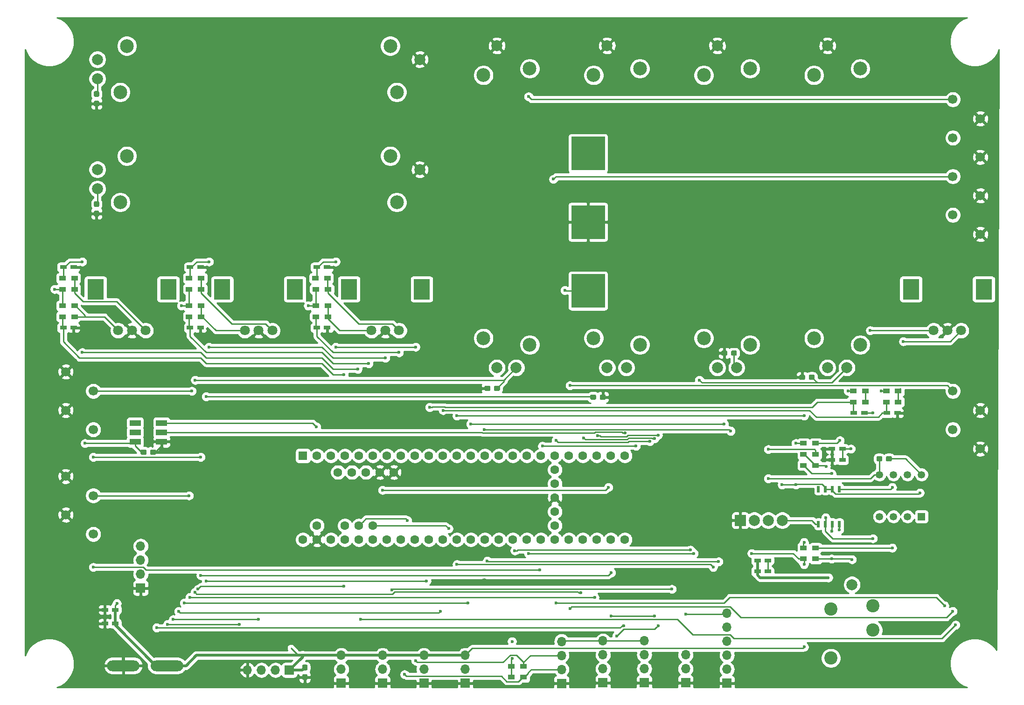
<source format=gbr>
G04 #@! TF.GenerationSoftware,KiCad,Pcbnew,5.1.2-f72e74a~84~ubuntu18.04.1*
G04 #@! TF.CreationDate,2019-07-06T16:20:52-06:00*
G04 #@! TF.ProjectId,colordance_mini,636f6c6f-7264-4616-9e63-655f6d696e69,rev?*
G04 #@! TF.SameCoordinates,Original*
G04 #@! TF.FileFunction,Copper,L2,Bot*
G04 #@! TF.FilePolarity,Positive*
%FSLAX46Y46*%
G04 Gerber Fmt 4.6, Leading zero omitted, Abs format (unit mm)*
G04 Created by KiCad (PCBNEW 5.1.2-f72e74a~84~ubuntu18.04.1) date 2019-07-06 16:20:52*
%MOMM*%
%LPD*%
G04 APERTURE LIST*
%ADD10R,1.200000X0.750000*%
%ADD11R,2.000000X1.100000*%
%ADD12C,1.700000*%
%ADD13R,1.700000X1.700000*%
%ADD14O,1.700000X1.700000*%
%ADD15R,1.200000X0.900000*%
%ADD16C,2.000000*%
%ADD17C,2.500000*%
%ADD18R,3.000000X3.700000*%
%ADD19C,1.800000*%
%ADD20R,2.000000X2.000000*%
%ADD21R,1.350000X1.350000*%
%ADD22C,1.350000*%
%ADD23C,2.400000*%
%ADD24C,1.600000*%
%ADD25R,1.600000X1.600000*%
%ADD26R,0.508000X1.143000*%
%ADD27R,6.068060X6.068060*%
%ADD28C,0.100000*%
%ADD29C,0.950000*%
%ADD30O,5.930000X1.970000*%
%ADD31C,0.600000*%
%ADD32C,1.000000*%
%ADD33C,0.250000*%
%ADD34C,0.500000*%
%ADD35C,0.254000*%
G04 APERTURE END LIST*
D10*
X29550000Y-97000000D03*
X31450000Y-97000000D03*
X52550000Y-97000000D03*
X54450000Y-97000000D03*
X29550000Y-86000000D03*
X31450000Y-86000000D03*
X52550000Y-86000000D03*
X54450000Y-86000000D03*
X75550000Y-97000000D03*
X77450000Y-97000000D03*
X173050000Y-112500000D03*
X174950000Y-112500000D03*
X157434588Y-139277576D03*
X155534588Y-139277576D03*
X157434588Y-141277576D03*
X155534588Y-141277576D03*
X75550000Y-86000000D03*
X77450000Y-86000000D03*
X179050000Y-112500000D03*
X180950000Y-112500000D03*
X170950000Y-121000000D03*
X169050000Y-121000000D03*
X170950000Y-119000000D03*
X169050000Y-119000000D03*
D11*
X42600000Y-114299999D03*
X42600002Y-116000000D03*
X42600000Y-117700000D03*
X47400000Y-117700001D03*
X47399998Y-116000000D03*
X47400000Y-114300000D03*
D12*
X196000000Y-80000000D03*
X191000000Y-76500000D03*
X196000000Y-73000000D03*
X191000000Y-69500000D03*
X196000000Y-66000000D03*
X196000000Y-59000000D03*
X191000000Y-62500000D03*
X191000000Y-55500000D03*
D13*
X43600000Y-144300000D03*
D14*
X43600000Y-141760000D03*
X43600000Y-139220000D03*
X43600000Y-136680000D03*
D13*
X142500000Y-161500000D03*
D14*
X142500000Y-158960000D03*
X142500000Y-156420000D03*
D12*
X30000000Y-124000000D03*
X35000000Y-127500000D03*
X30000000Y-131000000D03*
X35000000Y-134500000D03*
X30000000Y-105000000D03*
X35000000Y-108500000D03*
X30000000Y-112000000D03*
X35000000Y-115500000D03*
X196000000Y-119000000D03*
X191000000Y-115500000D03*
X196000000Y-112000000D03*
X191000000Y-108500000D03*
D13*
X150000000Y-161580000D03*
D14*
X150000000Y-159040000D03*
X150000000Y-156500000D03*
X150000000Y-153960000D03*
X150000000Y-151420000D03*
X150000000Y-148880000D03*
D13*
X120000000Y-161620000D03*
D14*
X120000000Y-159080000D03*
X120000000Y-156540000D03*
X120000000Y-154000000D03*
D13*
X127500000Y-161500000D03*
D14*
X127500000Y-158960000D03*
X127500000Y-156420000D03*
X127500000Y-153880000D03*
D13*
X80000000Y-161580000D03*
D14*
X80000000Y-159040000D03*
X80000000Y-156500000D03*
D13*
X95000000Y-161580000D03*
D14*
X95000000Y-159040000D03*
X95000000Y-156500000D03*
D13*
X87500000Y-161580000D03*
D14*
X87500000Y-159040000D03*
X87500000Y-156500000D03*
D13*
X102500000Y-161580000D03*
D14*
X102500000Y-159040000D03*
X102500000Y-156500000D03*
D13*
X135000000Y-161500000D03*
D14*
X135000000Y-158960000D03*
X135000000Y-156420000D03*
X135000000Y-153880000D03*
D15*
X166100000Y-122000000D03*
X163900000Y-122000000D03*
X163900000Y-139000000D03*
X166100000Y-139000000D03*
X163900000Y-120000000D03*
X166100000Y-120000000D03*
X31600000Y-95000000D03*
X29400000Y-95000000D03*
X54600000Y-95000000D03*
X52400000Y-95000000D03*
X29400000Y-93000000D03*
X31600000Y-93000000D03*
X52400000Y-93000000D03*
X54600000Y-93000000D03*
X29400000Y-90000000D03*
X31600000Y-90000000D03*
X52400000Y-90000000D03*
X54600000Y-90000000D03*
X29400000Y-88000000D03*
X31600000Y-88000000D03*
X52400000Y-88000000D03*
X54600000Y-88000000D03*
X77600000Y-95000000D03*
X75400000Y-95000000D03*
X175100000Y-110500000D03*
X172900000Y-110500000D03*
X75400000Y-93000000D03*
X77600000Y-93000000D03*
X172900000Y-108500000D03*
X175100000Y-108500000D03*
X75400000Y-90000000D03*
X77600000Y-90000000D03*
X178900000Y-108500000D03*
X181100000Y-108500000D03*
X75300000Y-88000000D03*
X77500000Y-88000000D03*
X178900000Y-110500000D03*
X181100000Y-110500000D03*
X166100000Y-137000000D03*
X163900000Y-137000000D03*
X163900000Y-118000000D03*
X166100000Y-118000000D03*
X110900000Y-158500000D03*
X113100000Y-158500000D03*
X110900000Y-160500000D03*
X113100000Y-160500000D03*
D16*
X108250000Y-45750000D03*
X111750000Y-104250000D03*
D17*
X105800000Y-51100000D03*
X105800000Y-98900000D03*
X114200000Y-49900000D03*
X114200000Y-100100000D03*
D16*
X108250000Y-104250000D03*
X128250000Y-45750000D03*
X131750000Y-104250000D03*
D17*
X125800000Y-51100000D03*
X125800000Y-98900000D03*
X134200000Y-49900000D03*
X134200000Y-100100000D03*
D16*
X128250000Y-104250000D03*
X94250000Y-48250000D03*
X35750000Y-51750000D03*
D17*
X88900000Y-45800000D03*
X41100000Y-45800000D03*
X90100000Y-54200000D03*
X39900000Y-54200000D03*
D16*
X35750000Y-48250000D03*
X94250000Y-68250000D03*
X35750000Y-71750000D03*
D17*
X88900000Y-65800000D03*
X41100000Y-65800000D03*
X90100000Y-74200000D03*
X39900000Y-74200000D03*
D16*
X35750000Y-68250000D03*
X148250000Y-45750000D03*
X151750000Y-104250000D03*
D17*
X145800000Y-51100000D03*
X145800000Y-98900000D03*
X154200000Y-49900000D03*
X154200000Y-100100000D03*
D16*
X148250000Y-104250000D03*
X168250000Y-45750000D03*
X171750000Y-104250000D03*
D17*
X165800000Y-51100000D03*
X165800000Y-98900000D03*
X174200000Y-49900000D03*
X174200000Y-100100000D03*
D16*
X168250000Y-104250000D03*
D18*
X35400000Y-90000000D03*
X48600000Y-90000000D03*
D19*
X42000000Y-97500000D03*
X39500000Y-97500000D03*
X44500000Y-97500000D03*
D18*
X58400000Y-90000000D03*
X71600000Y-90000000D03*
D19*
X65000000Y-97500000D03*
X62500000Y-97500000D03*
X67500000Y-97500000D03*
D18*
X81400000Y-90000000D03*
X94600000Y-90000000D03*
D19*
X88000000Y-97500000D03*
X85500000Y-97500000D03*
X90500000Y-97500000D03*
D18*
X183400000Y-90000000D03*
X196600000Y-90000000D03*
D19*
X190000000Y-97500000D03*
X187500000Y-97500000D03*
X192500000Y-97500000D03*
D20*
X152420000Y-132000000D03*
D16*
X154960000Y-132000000D03*
X157500000Y-132000000D03*
X160040000Y-132000000D03*
D21*
X185310000Y-131310000D03*
D22*
X182770000Y-131310000D03*
X180230000Y-131310000D03*
X177690000Y-131310000D03*
X177690000Y-123690000D03*
X180230000Y-123690000D03*
X182770000Y-123690000D03*
X185310000Y-123690000D03*
D10*
X38983814Y-148240702D03*
X37083814Y-148240702D03*
X38983814Y-150740702D03*
X37083814Y-150740702D03*
D16*
X172690000Y-143685000D03*
D23*
X168880000Y-148135000D03*
X176500000Y-147500000D03*
X168880000Y-157025000D03*
X176500000Y-151945000D03*
D24*
X113700000Y-120260000D03*
X116240000Y-120260000D03*
X118780000Y-120260000D03*
X121320000Y-120260000D03*
X111160000Y-120260000D03*
X108620000Y-120260000D03*
X106080000Y-120260000D03*
X123860000Y-120260000D03*
X126400000Y-120260000D03*
X128940000Y-120260000D03*
X131480000Y-120260000D03*
X118780000Y-122800000D03*
X118780000Y-125340000D03*
X118780000Y-127880000D03*
X118780000Y-130420000D03*
X118780000Y-132960000D03*
X131480000Y-135500000D03*
X128940000Y-135500000D03*
X126400000Y-135500000D03*
X123860000Y-135500000D03*
X121320000Y-135500000D03*
X118780000Y-135500000D03*
X116240000Y-135500000D03*
X113700000Y-135500000D03*
X103540000Y-120260000D03*
X101000000Y-120260000D03*
X98460000Y-120260000D03*
X95920000Y-120260000D03*
X93380000Y-120260000D03*
X90840000Y-120260000D03*
X88300000Y-120260000D03*
X85760000Y-120260000D03*
X83220000Y-120260000D03*
X80680000Y-120260000D03*
X78140000Y-120260000D03*
X75600000Y-120260000D03*
D25*
X73060000Y-120260000D03*
D24*
X111160000Y-135500000D03*
X108620000Y-135500000D03*
X106080000Y-135500000D03*
X103540000Y-135500000D03*
X101000000Y-135500000D03*
X98460000Y-135500000D03*
X95920000Y-135500000D03*
X93380000Y-135500000D03*
X90840000Y-135500000D03*
X88300000Y-135500000D03*
X85760000Y-135500000D03*
X83220000Y-135500000D03*
X80680000Y-135500000D03*
X78140000Y-135500000D03*
X75600000Y-135500000D03*
X73060000Y-135500000D03*
X75600000Y-132960000D03*
X80680000Y-132960000D03*
X83220000Y-132960000D03*
X85760000Y-132960000D03*
X79410000Y-123260000D03*
X81950000Y-123260000D03*
X84490000Y-123260000D03*
X87030000Y-123260000D03*
X89570000Y-123260000D03*
D26*
X166595000Y-132675000D03*
X167865000Y-132675000D03*
X169135000Y-132675000D03*
X170405000Y-132675000D03*
X170405000Y-126325000D03*
X169135000Y-126325000D03*
X167865000Y-126325000D03*
X166595000Y-126325000D03*
D27*
X124800000Y-90299340D03*
X124800000Y-77800000D03*
X124800000Y-65300660D03*
D28*
G36*
X108585779Y-107526144D02*
G01*
X108608834Y-107529563D01*
X108631443Y-107535227D01*
X108653387Y-107543079D01*
X108674457Y-107553044D01*
X108694448Y-107565026D01*
X108713168Y-107578910D01*
X108730438Y-107594562D01*
X108746090Y-107611832D01*
X108759974Y-107630552D01*
X108771956Y-107650543D01*
X108781921Y-107671613D01*
X108789773Y-107693557D01*
X108795437Y-107716166D01*
X108798856Y-107739221D01*
X108800000Y-107762500D01*
X108800000Y-108237500D01*
X108798856Y-108260779D01*
X108795437Y-108283834D01*
X108789773Y-108306443D01*
X108781921Y-108328387D01*
X108771956Y-108349457D01*
X108759974Y-108369448D01*
X108746090Y-108388168D01*
X108730438Y-108405438D01*
X108713168Y-108421090D01*
X108694448Y-108434974D01*
X108674457Y-108446956D01*
X108653387Y-108456921D01*
X108631443Y-108464773D01*
X108608834Y-108470437D01*
X108585779Y-108473856D01*
X108562500Y-108475000D01*
X107987500Y-108475000D01*
X107964221Y-108473856D01*
X107941166Y-108470437D01*
X107918557Y-108464773D01*
X107896613Y-108456921D01*
X107875543Y-108446956D01*
X107855552Y-108434974D01*
X107836832Y-108421090D01*
X107819562Y-108405438D01*
X107803910Y-108388168D01*
X107790026Y-108369448D01*
X107778044Y-108349457D01*
X107768079Y-108328387D01*
X107760227Y-108306443D01*
X107754563Y-108283834D01*
X107751144Y-108260779D01*
X107750000Y-108237500D01*
X107750000Y-107762500D01*
X107751144Y-107739221D01*
X107754563Y-107716166D01*
X107760227Y-107693557D01*
X107768079Y-107671613D01*
X107778044Y-107650543D01*
X107790026Y-107630552D01*
X107803910Y-107611832D01*
X107819562Y-107594562D01*
X107836832Y-107578910D01*
X107855552Y-107565026D01*
X107875543Y-107553044D01*
X107896613Y-107543079D01*
X107918557Y-107535227D01*
X107941166Y-107529563D01*
X107964221Y-107526144D01*
X107987500Y-107525000D01*
X108562500Y-107525000D01*
X108585779Y-107526144D01*
X108585779Y-107526144D01*
G37*
D29*
X108275000Y-108000000D03*
D28*
G36*
X106835779Y-107526144D02*
G01*
X106858834Y-107529563D01*
X106881443Y-107535227D01*
X106903387Y-107543079D01*
X106924457Y-107553044D01*
X106944448Y-107565026D01*
X106963168Y-107578910D01*
X106980438Y-107594562D01*
X106996090Y-107611832D01*
X107009974Y-107630552D01*
X107021956Y-107650543D01*
X107031921Y-107671613D01*
X107039773Y-107693557D01*
X107045437Y-107716166D01*
X107048856Y-107739221D01*
X107050000Y-107762500D01*
X107050000Y-108237500D01*
X107048856Y-108260779D01*
X107045437Y-108283834D01*
X107039773Y-108306443D01*
X107031921Y-108328387D01*
X107021956Y-108349457D01*
X107009974Y-108369448D01*
X106996090Y-108388168D01*
X106980438Y-108405438D01*
X106963168Y-108421090D01*
X106944448Y-108434974D01*
X106924457Y-108446956D01*
X106903387Y-108456921D01*
X106881443Y-108464773D01*
X106858834Y-108470437D01*
X106835779Y-108473856D01*
X106812500Y-108475000D01*
X106237500Y-108475000D01*
X106214221Y-108473856D01*
X106191166Y-108470437D01*
X106168557Y-108464773D01*
X106146613Y-108456921D01*
X106125543Y-108446956D01*
X106105552Y-108434974D01*
X106086832Y-108421090D01*
X106069562Y-108405438D01*
X106053910Y-108388168D01*
X106040026Y-108369448D01*
X106028044Y-108349457D01*
X106018079Y-108328387D01*
X106010227Y-108306443D01*
X106004563Y-108283834D01*
X106001144Y-108260779D01*
X106000000Y-108237500D01*
X106000000Y-107762500D01*
X106001144Y-107739221D01*
X106004563Y-107716166D01*
X106010227Y-107693557D01*
X106018079Y-107671613D01*
X106028044Y-107650543D01*
X106040026Y-107630552D01*
X106053910Y-107611832D01*
X106069562Y-107594562D01*
X106086832Y-107578910D01*
X106105552Y-107565026D01*
X106125543Y-107553044D01*
X106146613Y-107543079D01*
X106168557Y-107535227D01*
X106191166Y-107529563D01*
X106214221Y-107526144D01*
X106237500Y-107525000D01*
X106812500Y-107525000D01*
X106835779Y-107526144D01*
X106835779Y-107526144D01*
G37*
D29*
X106525000Y-108000000D03*
D28*
G36*
X127785779Y-109126144D02*
G01*
X127808834Y-109129563D01*
X127831443Y-109135227D01*
X127853387Y-109143079D01*
X127874457Y-109153044D01*
X127894448Y-109165026D01*
X127913168Y-109178910D01*
X127930438Y-109194562D01*
X127946090Y-109211832D01*
X127959974Y-109230552D01*
X127971956Y-109250543D01*
X127981921Y-109271613D01*
X127989773Y-109293557D01*
X127995437Y-109316166D01*
X127998856Y-109339221D01*
X128000000Y-109362500D01*
X128000000Y-109837500D01*
X127998856Y-109860779D01*
X127995437Y-109883834D01*
X127989773Y-109906443D01*
X127981921Y-109928387D01*
X127971956Y-109949457D01*
X127959974Y-109969448D01*
X127946090Y-109988168D01*
X127930438Y-110005438D01*
X127913168Y-110021090D01*
X127894448Y-110034974D01*
X127874457Y-110046956D01*
X127853387Y-110056921D01*
X127831443Y-110064773D01*
X127808834Y-110070437D01*
X127785779Y-110073856D01*
X127762500Y-110075000D01*
X127187500Y-110075000D01*
X127164221Y-110073856D01*
X127141166Y-110070437D01*
X127118557Y-110064773D01*
X127096613Y-110056921D01*
X127075543Y-110046956D01*
X127055552Y-110034974D01*
X127036832Y-110021090D01*
X127019562Y-110005438D01*
X127003910Y-109988168D01*
X126990026Y-109969448D01*
X126978044Y-109949457D01*
X126968079Y-109928387D01*
X126960227Y-109906443D01*
X126954563Y-109883834D01*
X126951144Y-109860779D01*
X126950000Y-109837500D01*
X126950000Y-109362500D01*
X126951144Y-109339221D01*
X126954563Y-109316166D01*
X126960227Y-109293557D01*
X126968079Y-109271613D01*
X126978044Y-109250543D01*
X126990026Y-109230552D01*
X127003910Y-109211832D01*
X127019562Y-109194562D01*
X127036832Y-109178910D01*
X127055552Y-109165026D01*
X127075543Y-109153044D01*
X127096613Y-109143079D01*
X127118557Y-109135227D01*
X127141166Y-109129563D01*
X127164221Y-109126144D01*
X127187500Y-109125000D01*
X127762500Y-109125000D01*
X127785779Y-109126144D01*
X127785779Y-109126144D01*
G37*
D29*
X127475000Y-109600000D03*
D28*
G36*
X126035779Y-109126144D02*
G01*
X126058834Y-109129563D01*
X126081443Y-109135227D01*
X126103387Y-109143079D01*
X126124457Y-109153044D01*
X126144448Y-109165026D01*
X126163168Y-109178910D01*
X126180438Y-109194562D01*
X126196090Y-109211832D01*
X126209974Y-109230552D01*
X126221956Y-109250543D01*
X126231921Y-109271613D01*
X126239773Y-109293557D01*
X126245437Y-109316166D01*
X126248856Y-109339221D01*
X126250000Y-109362500D01*
X126250000Y-109837500D01*
X126248856Y-109860779D01*
X126245437Y-109883834D01*
X126239773Y-109906443D01*
X126231921Y-109928387D01*
X126221956Y-109949457D01*
X126209974Y-109969448D01*
X126196090Y-109988168D01*
X126180438Y-110005438D01*
X126163168Y-110021090D01*
X126144448Y-110034974D01*
X126124457Y-110046956D01*
X126103387Y-110056921D01*
X126081443Y-110064773D01*
X126058834Y-110070437D01*
X126035779Y-110073856D01*
X126012500Y-110075000D01*
X125437500Y-110075000D01*
X125414221Y-110073856D01*
X125391166Y-110070437D01*
X125368557Y-110064773D01*
X125346613Y-110056921D01*
X125325543Y-110046956D01*
X125305552Y-110034974D01*
X125286832Y-110021090D01*
X125269562Y-110005438D01*
X125253910Y-109988168D01*
X125240026Y-109969448D01*
X125228044Y-109949457D01*
X125218079Y-109928387D01*
X125210227Y-109906443D01*
X125204563Y-109883834D01*
X125201144Y-109860779D01*
X125200000Y-109837500D01*
X125200000Y-109362500D01*
X125201144Y-109339221D01*
X125204563Y-109316166D01*
X125210227Y-109293557D01*
X125218079Y-109271613D01*
X125228044Y-109250543D01*
X125240026Y-109230552D01*
X125253910Y-109211832D01*
X125269562Y-109194562D01*
X125286832Y-109178910D01*
X125305552Y-109165026D01*
X125325543Y-109153044D01*
X125346613Y-109143079D01*
X125368557Y-109135227D01*
X125391166Y-109129563D01*
X125414221Y-109126144D01*
X125437500Y-109125000D01*
X126012500Y-109125000D01*
X126035779Y-109126144D01*
X126035779Y-109126144D01*
G37*
D29*
X125725000Y-109600000D03*
D28*
G36*
X35860779Y-54001144D02*
G01*
X35883834Y-54004563D01*
X35906443Y-54010227D01*
X35928387Y-54018079D01*
X35949457Y-54028044D01*
X35969448Y-54040026D01*
X35988168Y-54053910D01*
X36005438Y-54069562D01*
X36021090Y-54086832D01*
X36034974Y-54105552D01*
X36046956Y-54125543D01*
X36056921Y-54146613D01*
X36064773Y-54168557D01*
X36070437Y-54191166D01*
X36073856Y-54214221D01*
X36075000Y-54237500D01*
X36075000Y-54812500D01*
X36073856Y-54835779D01*
X36070437Y-54858834D01*
X36064773Y-54881443D01*
X36056921Y-54903387D01*
X36046956Y-54924457D01*
X36034974Y-54944448D01*
X36021090Y-54963168D01*
X36005438Y-54980438D01*
X35988168Y-54996090D01*
X35969448Y-55009974D01*
X35949457Y-55021956D01*
X35928387Y-55031921D01*
X35906443Y-55039773D01*
X35883834Y-55045437D01*
X35860779Y-55048856D01*
X35837500Y-55050000D01*
X35362500Y-55050000D01*
X35339221Y-55048856D01*
X35316166Y-55045437D01*
X35293557Y-55039773D01*
X35271613Y-55031921D01*
X35250543Y-55021956D01*
X35230552Y-55009974D01*
X35211832Y-54996090D01*
X35194562Y-54980438D01*
X35178910Y-54963168D01*
X35165026Y-54944448D01*
X35153044Y-54924457D01*
X35143079Y-54903387D01*
X35135227Y-54881443D01*
X35129563Y-54858834D01*
X35126144Y-54835779D01*
X35125000Y-54812500D01*
X35125000Y-54237500D01*
X35126144Y-54214221D01*
X35129563Y-54191166D01*
X35135227Y-54168557D01*
X35143079Y-54146613D01*
X35153044Y-54125543D01*
X35165026Y-54105552D01*
X35178910Y-54086832D01*
X35194562Y-54069562D01*
X35211832Y-54053910D01*
X35230552Y-54040026D01*
X35250543Y-54028044D01*
X35271613Y-54018079D01*
X35293557Y-54010227D01*
X35316166Y-54004563D01*
X35339221Y-54001144D01*
X35362500Y-54000000D01*
X35837500Y-54000000D01*
X35860779Y-54001144D01*
X35860779Y-54001144D01*
G37*
D29*
X35600000Y-54525000D03*
D28*
G36*
X35860779Y-55751144D02*
G01*
X35883834Y-55754563D01*
X35906443Y-55760227D01*
X35928387Y-55768079D01*
X35949457Y-55778044D01*
X35969448Y-55790026D01*
X35988168Y-55803910D01*
X36005438Y-55819562D01*
X36021090Y-55836832D01*
X36034974Y-55855552D01*
X36046956Y-55875543D01*
X36056921Y-55896613D01*
X36064773Y-55918557D01*
X36070437Y-55941166D01*
X36073856Y-55964221D01*
X36075000Y-55987500D01*
X36075000Y-56562500D01*
X36073856Y-56585779D01*
X36070437Y-56608834D01*
X36064773Y-56631443D01*
X36056921Y-56653387D01*
X36046956Y-56674457D01*
X36034974Y-56694448D01*
X36021090Y-56713168D01*
X36005438Y-56730438D01*
X35988168Y-56746090D01*
X35969448Y-56759974D01*
X35949457Y-56771956D01*
X35928387Y-56781921D01*
X35906443Y-56789773D01*
X35883834Y-56795437D01*
X35860779Y-56798856D01*
X35837500Y-56800000D01*
X35362500Y-56800000D01*
X35339221Y-56798856D01*
X35316166Y-56795437D01*
X35293557Y-56789773D01*
X35271613Y-56781921D01*
X35250543Y-56771956D01*
X35230552Y-56759974D01*
X35211832Y-56746090D01*
X35194562Y-56730438D01*
X35178910Y-56713168D01*
X35165026Y-56694448D01*
X35153044Y-56674457D01*
X35143079Y-56653387D01*
X35135227Y-56631443D01*
X35129563Y-56608834D01*
X35126144Y-56585779D01*
X35125000Y-56562500D01*
X35125000Y-55987500D01*
X35126144Y-55964221D01*
X35129563Y-55941166D01*
X35135227Y-55918557D01*
X35143079Y-55896613D01*
X35153044Y-55875543D01*
X35165026Y-55855552D01*
X35178910Y-55836832D01*
X35194562Y-55819562D01*
X35211832Y-55803910D01*
X35230552Y-55790026D01*
X35250543Y-55778044D01*
X35271613Y-55768079D01*
X35293557Y-55760227D01*
X35316166Y-55754563D01*
X35339221Y-55751144D01*
X35362500Y-55750000D01*
X35837500Y-55750000D01*
X35860779Y-55751144D01*
X35860779Y-55751144D01*
G37*
D29*
X35600000Y-56275000D03*
D28*
G36*
X35860779Y-75751144D02*
G01*
X35883834Y-75754563D01*
X35906443Y-75760227D01*
X35928387Y-75768079D01*
X35949457Y-75778044D01*
X35969448Y-75790026D01*
X35988168Y-75803910D01*
X36005438Y-75819562D01*
X36021090Y-75836832D01*
X36034974Y-75855552D01*
X36046956Y-75875543D01*
X36056921Y-75896613D01*
X36064773Y-75918557D01*
X36070437Y-75941166D01*
X36073856Y-75964221D01*
X36075000Y-75987500D01*
X36075000Y-76562500D01*
X36073856Y-76585779D01*
X36070437Y-76608834D01*
X36064773Y-76631443D01*
X36056921Y-76653387D01*
X36046956Y-76674457D01*
X36034974Y-76694448D01*
X36021090Y-76713168D01*
X36005438Y-76730438D01*
X35988168Y-76746090D01*
X35969448Y-76759974D01*
X35949457Y-76771956D01*
X35928387Y-76781921D01*
X35906443Y-76789773D01*
X35883834Y-76795437D01*
X35860779Y-76798856D01*
X35837500Y-76800000D01*
X35362500Y-76800000D01*
X35339221Y-76798856D01*
X35316166Y-76795437D01*
X35293557Y-76789773D01*
X35271613Y-76781921D01*
X35250543Y-76771956D01*
X35230552Y-76759974D01*
X35211832Y-76746090D01*
X35194562Y-76730438D01*
X35178910Y-76713168D01*
X35165026Y-76694448D01*
X35153044Y-76674457D01*
X35143079Y-76653387D01*
X35135227Y-76631443D01*
X35129563Y-76608834D01*
X35126144Y-76585779D01*
X35125000Y-76562500D01*
X35125000Y-75987500D01*
X35126144Y-75964221D01*
X35129563Y-75941166D01*
X35135227Y-75918557D01*
X35143079Y-75896613D01*
X35153044Y-75875543D01*
X35165026Y-75855552D01*
X35178910Y-75836832D01*
X35194562Y-75819562D01*
X35211832Y-75803910D01*
X35230552Y-75790026D01*
X35250543Y-75778044D01*
X35271613Y-75768079D01*
X35293557Y-75760227D01*
X35316166Y-75754563D01*
X35339221Y-75751144D01*
X35362500Y-75750000D01*
X35837500Y-75750000D01*
X35860779Y-75751144D01*
X35860779Y-75751144D01*
G37*
D29*
X35600000Y-76275000D03*
D28*
G36*
X35860779Y-74001144D02*
G01*
X35883834Y-74004563D01*
X35906443Y-74010227D01*
X35928387Y-74018079D01*
X35949457Y-74028044D01*
X35969448Y-74040026D01*
X35988168Y-74053910D01*
X36005438Y-74069562D01*
X36021090Y-74086832D01*
X36034974Y-74105552D01*
X36046956Y-74125543D01*
X36056921Y-74146613D01*
X36064773Y-74168557D01*
X36070437Y-74191166D01*
X36073856Y-74214221D01*
X36075000Y-74237500D01*
X36075000Y-74812500D01*
X36073856Y-74835779D01*
X36070437Y-74858834D01*
X36064773Y-74881443D01*
X36056921Y-74903387D01*
X36046956Y-74924457D01*
X36034974Y-74944448D01*
X36021090Y-74963168D01*
X36005438Y-74980438D01*
X35988168Y-74996090D01*
X35969448Y-75009974D01*
X35949457Y-75021956D01*
X35928387Y-75031921D01*
X35906443Y-75039773D01*
X35883834Y-75045437D01*
X35860779Y-75048856D01*
X35837500Y-75050000D01*
X35362500Y-75050000D01*
X35339221Y-75048856D01*
X35316166Y-75045437D01*
X35293557Y-75039773D01*
X35271613Y-75031921D01*
X35250543Y-75021956D01*
X35230552Y-75009974D01*
X35211832Y-74996090D01*
X35194562Y-74980438D01*
X35178910Y-74963168D01*
X35165026Y-74944448D01*
X35153044Y-74924457D01*
X35143079Y-74903387D01*
X35135227Y-74881443D01*
X35129563Y-74858834D01*
X35126144Y-74835779D01*
X35125000Y-74812500D01*
X35125000Y-74237500D01*
X35126144Y-74214221D01*
X35129563Y-74191166D01*
X35135227Y-74168557D01*
X35143079Y-74146613D01*
X35153044Y-74125543D01*
X35165026Y-74105552D01*
X35178910Y-74086832D01*
X35194562Y-74069562D01*
X35211832Y-74053910D01*
X35230552Y-74040026D01*
X35250543Y-74028044D01*
X35271613Y-74018079D01*
X35293557Y-74010227D01*
X35316166Y-74004563D01*
X35339221Y-74001144D01*
X35362500Y-74000000D01*
X35837500Y-74000000D01*
X35860779Y-74001144D01*
X35860779Y-74001144D01*
G37*
D29*
X35600000Y-74525000D03*
D28*
G36*
X151585779Y-101126144D02*
G01*
X151608834Y-101129563D01*
X151631443Y-101135227D01*
X151653387Y-101143079D01*
X151674457Y-101153044D01*
X151694448Y-101165026D01*
X151713168Y-101178910D01*
X151730438Y-101194562D01*
X151746090Y-101211832D01*
X151759974Y-101230552D01*
X151771956Y-101250543D01*
X151781921Y-101271613D01*
X151789773Y-101293557D01*
X151795437Y-101316166D01*
X151798856Y-101339221D01*
X151800000Y-101362500D01*
X151800000Y-101837500D01*
X151798856Y-101860779D01*
X151795437Y-101883834D01*
X151789773Y-101906443D01*
X151781921Y-101928387D01*
X151771956Y-101949457D01*
X151759974Y-101969448D01*
X151746090Y-101988168D01*
X151730438Y-102005438D01*
X151713168Y-102021090D01*
X151694448Y-102034974D01*
X151674457Y-102046956D01*
X151653387Y-102056921D01*
X151631443Y-102064773D01*
X151608834Y-102070437D01*
X151585779Y-102073856D01*
X151562500Y-102075000D01*
X150987500Y-102075000D01*
X150964221Y-102073856D01*
X150941166Y-102070437D01*
X150918557Y-102064773D01*
X150896613Y-102056921D01*
X150875543Y-102046956D01*
X150855552Y-102034974D01*
X150836832Y-102021090D01*
X150819562Y-102005438D01*
X150803910Y-101988168D01*
X150790026Y-101969448D01*
X150778044Y-101949457D01*
X150768079Y-101928387D01*
X150760227Y-101906443D01*
X150754563Y-101883834D01*
X150751144Y-101860779D01*
X150750000Y-101837500D01*
X150750000Y-101362500D01*
X150751144Y-101339221D01*
X150754563Y-101316166D01*
X150760227Y-101293557D01*
X150768079Y-101271613D01*
X150778044Y-101250543D01*
X150790026Y-101230552D01*
X150803910Y-101211832D01*
X150819562Y-101194562D01*
X150836832Y-101178910D01*
X150855552Y-101165026D01*
X150875543Y-101153044D01*
X150896613Y-101143079D01*
X150918557Y-101135227D01*
X150941166Y-101129563D01*
X150964221Y-101126144D01*
X150987500Y-101125000D01*
X151562500Y-101125000D01*
X151585779Y-101126144D01*
X151585779Y-101126144D01*
G37*
D29*
X151275000Y-101600000D03*
D28*
G36*
X149835779Y-101126144D02*
G01*
X149858834Y-101129563D01*
X149881443Y-101135227D01*
X149903387Y-101143079D01*
X149924457Y-101153044D01*
X149944448Y-101165026D01*
X149963168Y-101178910D01*
X149980438Y-101194562D01*
X149996090Y-101211832D01*
X150009974Y-101230552D01*
X150021956Y-101250543D01*
X150031921Y-101271613D01*
X150039773Y-101293557D01*
X150045437Y-101316166D01*
X150048856Y-101339221D01*
X150050000Y-101362500D01*
X150050000Y-101837500D01*
X150048856Y-101860779D01*
X150045437Y-101883834D01*
X150039773Y-101906443D01*
X150031921Y-101928387D01*
X150021956Y-101949457D01*
X150009974Y-101969448D01*
X149996090Y-101988168D01*
X149980438Y-102005438D01*
X149963168Y-102021090D01*
X149944448Y-102034974D01*
X149924457Y-102046956D01*
X149903387Y-102056921D01*
X149881443Y-102064773D01*
X149858834Y-102070437D01*
X149835779Y-102073856D01*
X149812500Y-102075000D01*
X149237500Y-102075000D01*
X149214221Y-102073856D01*
X149191166Y-102070437D01*
X149168557Y-102064773D01*
X149146613Y-102056921D01*
X149125543Y-102046956D01*
X149105552Y-102034974D01*
X149086832Y-102021090D01*
X149069562Y-102005438D01*
X149053910Y-101988168D01*
X149040026Y-101969448D01*
X149028044Y-101949457D01*
X149018079Y-101928387D01*
X149010227Y-101906443D01*
X149004563Y-101883834D01*
X149001144Y-101860779D01*
X149000000Y-101837500D01*
X149000000Y-101362500D01*
X149001144Y-101339221D01*
X149004563Y-101316166D01*
X149010227Y-101293557D01*
X149018079Y-101271613D01*
X149028044Y-101250543D01*
X149040026Y-101230552D01*
X149053910Y-101211832D01*
X149069562Y-101194562D01*
X149086832Y-101178910D01*
X149105552Y-101165026D01*
X149125543Y-101153044D01*
X149146613Y-101143079D01*
X149168557Y-101135227D01*
X149191166Y-101129563D01*
X149214221Y-101126144D01*
X149237500Y-101125000D01*
X149812500Y-101125000D01*
X149835779Y-101126144D01*
X149835779Y-101126144D01*
G37*
D29*
X149525000Y-101600000D03*
D28*
G36*
X163960779Y-105526144D02*
G01*
X163983834Y-105529563D01*
X164006443Y-105535227D01*
X164028387Y-105543079D01*
X164049457Y-105553044D01*
X164069448Y-105565026D01*
X164088168Y-105578910D01*
X164105438Y-105594562D01*
X164121090Y-105611832D01*
X164134974Y-105630552D01*
X164146956Y-105650543D01*
X164156921Y-105671613D01*
X164164773Y-105693557D01*
X164170437Y-105716166D01*
X164173856Y-105739221D01*
X164175000Y-105762500D01*
X164175000Y-106237500D01*
X164173856Y-106260779D01*
X164170437Y-106283834D01*
X164164773Y-106306443D01*
X164156921Y-106328387D01*
X164146956Y-106349457D01*
X164134974Y-106369448D01*
X164121090Y-106388168D01*
X164105438Y-106405438D01*
X164088168Y-106421090D01*
X164069448Y-106434974D01*
X164049457Y-106446956D01*
X164028387Y-106456921D01*
X164006443Y-106464773D01*
X163983834Y-106470437D01*
X163960779Y-106473856D01*
X163937500Y-106475000D01*
X163362500Y-106475000D01*
X163339221Y-106473856D01*
X163316166Y-106470437D01*
X163293557Y-106464773D01*
X163271613Y-106456921D01*
X163250543Y-106446956D01*
X163230552Y-106434974D01*
X163211832Y-106421090D01*
X163194562Y-106405438D01*
X163178910Y-106388168D01*
X163165026Y-106369448D01*
X163153044Y-106349457D01*
X163143079Y-106328387D01*
X163135227Y-106306443D01*
X163129563Y-106283834D01*
X163126144Y-106260779D01*
X163125000Y-106237500D01*
X163125000Y-105762500D01*
X163126144Y-105739221D01*
X163129563Y-105716166D01*
X163135227Y-105693557D01*
X163143079Y-105671613D01*
X163153044Y-105650543D01*
X163165026Y-105630552D01*
X163178910Y-105611832D01*
X163194562Y-105594562D01*
X163211832Y-105578910D01*
X163230552Y-105565026D01*
X163250543Y-105553044D01*
X163271613Y-105543079D01*
X163293557Y-105535227D01*
X163316166Y-105529563D01*
X163339221Y-105526144D01*
X163362500Y-105525000D01*
X163937500Y-105525000D01*
X163960779Y-105526144D01*
X163960779Y-105526144D01*
G37*
D29*
X163650000Y-106000000D03*
D28*
G36*
X165710779Y-105526144D02*
G01*
X165733834Y-105529563D01*
X165756443Y-105535227D01*
X165778387Y-105543079D01*
X165799457Y-105553044D01*
X165819448Y-105565026D01*
X165838168Y-105578910D01*
X165855438Y-105594562D01*
X165871090Y-105611832D01*
X165884974Y-105630552D01*
X165896956Y-105650543D01*
X165906921Y-105671613D01*
X165914773Y-105693557D01*
X165920437Y-105716166D01*
X165923856Y-105739221D01*
X165925000Y-105762500D01*
X165925000Y-106237500D01*
X165923856Y-106260779D01*
X165920437Y-106283834D01*
X165914773Y-106306443D01*
X165906921Y-106328387D01*
X165896956Y-106349457D01*
X165884974Y-106369448D01*
X165871090Y-106388168D01*
X165855438Y-106405438D01*
X165838168Y-106421090D01*
X165819448Y-106434974D01*
X165799457Y-106446956D01*
X165778387Y-106456921D01*
X165756443Y-106464773D01*
X165733834Y-106470437D01*
X165710779Y-106473856D01*
X165687500Y-106475000D01*
X165112500Y-106475000D01*
X165089221Y-106473856D01*
X165066166Y-106470437D01*
X165043557Y-106464773D01*
X165021613Y-106456921D01*
X165000543Y-106446956D01*
X164980552Y-106434974D01*
X164961832Y-106421090D01*
X164944562Y-106405438D01*
X164928910Y-106388168D01*
X164915026Y-106369448D01*
X164903044Y-106349457D01*
X164893079Y-106328387D01*
X164885227Y-106306443D01*
X164879563Y-106283834D01*
X164876144Y-106260779D01*
X164875000Y-106237500D01*
X164875000Y-105762500D01*
X164876144Y-105739221D01*
X164879563Y-105716166D01*
X164885227Y-105693557D01*
X164893079Y-105671613D01*
X164903044Y-105650543D01*
X164915026Y-105630552D01*
X164928910Y-105611832D01*
X164944562Y-105594562D01*
X164961832Y-105578910D01*
X164980552Y-105565026D01*
X165000543Y-105553044D01*
X165021613Y-105543079D01*
X165043557Y-105535227D01*
X165066166Y-105529563D01*
X165089221Y-105526144D01*
X165112500Y-105525000D01*
X165687500Y-105525000D01*
X165710779Y-105526144D01*
X165710779Y-105526144D01*
G37*
D29*
X165400000Y-106000000D03*
D13*
X70600000Y-159200000D03*
D14*
X68060000Y-159200000D03*
X65520000Y-159200000D03*
X62980000Y-159200000D03*
D30*
X48350000Y-158400000D03*
X40450000Y-158400000D03*
D28*
G36*
X179710779Y-120326144D02*
G01*
X179733834Y-120329563D01*
X179756443Y-120335227D01*
X179778387Y-120343079D01*
X179799457Y-120353044D01*
X179819448Y-120365026D01*
X179838168Y-120378910D01*
X179855438Y-120394562D01*
X179871090Y-120411832D01*
X179884974Y-120430552D01*
X179896956Y-120450543D01*
X179906921Y-120471613D01*
X179914773Y-120493557D01*
X179920437Y-120516166D01*
X179923856Y-120539221D01*
X179925000Y-120562500D01*
X179925000Y-121037500D01*
X179923856Y-121060779D01*
X179920437Y-121083834D01*
X179914773Y-121106443D01*
X179906921Y-121128387D01*
X179896956Y-121149457D01*
X179884974Y-121169448D01*
X179871090Y-121188168D01*
X179855438Y-121205438D01*
X179838168Y-121221090D01*
X179819448Y-121234974D01*
X179799457Y-121246956D01*
X179778387Y-121256921D01*
X179756443Y-121264773D01*
X179733834Y-121270437D01*
X179710779Y-121273856D01*
X179687500Y-121275000D01*
X179112500Y-121275000D01*
X179089221Y-121273856D01*
X179066166Y-121270437D01*
X179043557Y-121264773D01*
X179021613Y-121256921D01*
X179000543Y-121246956D01*
X178980552Y-121234974D01*
X178961832Y-121221090D01*
X178944562Y-121205438D01*
X178928910Y-121188168D01*
X178915026Y-121169448D01*
X178903044Y-121149457D01*
X178893079Y-121128387D01*
X178885227Y-121106443D01*
X178879563Y-121083834D01*
X178876144Y-121060779D01*
X178875000Y-121037500D01*
X178875000Y-120562500D01*
X178876144Y-120539221D01*
X178879563Y-120516166D01*
X178885227Y-120493557D01*
X178893079Y-120471613D01*
X178903044Y-120450543D01*
X178915026Y-120430552D01*
X178928910Y-120411832D01*
X178944562Y-120394562D01*
X178961832Y-120378910D01*
X178980552Y-120365026D01*
X179000543Y-120353044D01*
X179021613Y-120343079D01*
X179043557Y-120335227D01*
X179066166Y-120329563D01*
X179089221Y-120326144D01*
X179112500Y-120325000D01*
X179687500Y-120325000D01*
X179710779Y-120326144D01*
X179710779Y-120326144D01*
G37*
D29*
X179400000Y-120800000D03*
D28*
G36*
X177960779Y-120326144D02*
G01*
X177983834Y-120329563D01*
X178006443Y-120335227D01*
X178028387Y-120343079D01*
X178049457Y-120353044D01*
X178069448Y-120365026D01*
X178088168Y-120378910D01*
X178105438Y-120394562D01*
X178121090Y-120411832D01*
X178134974Y-120430552D01*
X178146956Y-120450543D01*
X178156921Y-120471613D01*
X178164773Y-120493557D01*
X178170437Y-120516166D01*
X178173856Y-120539221D01*
X178175000Y-120562500D01*
X178175000Y-121037500D01*
X178173856Y-121060779D01*
X178170437Y-121083834D01*
X178164773Y-121106443D01*
X178156921Y-121128387D01*
X178146956Y-121149457D01*
X178134974Y-121169448D01*
X178121090Y-121188168D01*
X178105438Y-121205438D01*
X178088168Y-121221090D01*
X178069448Y-121234974D01*
X178049457Y-121246956D01*
X178028387Y-121256921D01*
X178006443Y-121264773D01*
X177983834Y-121270437D01*
X177960779Y-121273856D01*
X177937500Y-121275000D01*
X177362500Y-121275000D01*
X177339221Y-121273856D01*
X177316166Y-121270437D01*
X177293557Y-121264773D01*
X177271613Y-121256921D01*
X177250543Y-121246956D01*
X177230552Y-121234974D01*
X177211832Y-121221090D01*
X177194562Y-121205438D01*
X177178910Y-121188168D01*
X177165026Y-121169448D01*
X177153044Y-121149457D01*
X177143079Y-121128387D01*
X177135227Y-121106443D01*
X177129563Y-121083834D01*
X177126144Y-121060779D01*
X177125000Y-121037500D01*
X177125000Y-120562500D01*
X177126144Y-120539221D01*
X177129563Y-120516166D01*
X177135227Y-120493557D01*
X177143079Y-120471613D01*
X177153044Y-120450543D01*
X177165026Y-120430552D01*
X177178910Y-120411832D01*
X177194562Y-120394562D01*
X177211832Y-120378910D01*
X177230552Y-120365026D01*
X177250543Y-120353044D01*
X177271613Y-120343079D01*
X177293557Y-120335227D01*
X177316166Y-120329563D01*
X177339221Y-120326144D01*
X177362500Y-120325000D01*
X177937500Y-120325000D01*
X177960779Y-120326144D01*
X177960779Y-120326144D01*
G37*
D29*
X177650000Y-120800000D03*
D28*
G36*
X46185779Y-119126144D02*
G01*
X46208834Y-119129563D01*
X46231443Y-119135227D01*
X46253387Y-119143079D01*
X46274457Y-119153044D01*
X46294448Y-119165026D01*
X46313168Y-119178910D01*
X46330438Y-119194562D01*
X46346090Y-119211832D01*
X46359974Y-119230552D01*
X46371956Y-119250543D01*
X46381921Y-119271613D01*
X46389773Y-119293557D01*
X46395437Y-119316166D01*
X46398856Y-119339221D01*
X46400000Y-119362500D01*
X46400000Y-119837500D01*
X46398856Y-119860779D01*
X46395437Y-119883834D01*
X46389773Y-119906443D01*
X46381921Y-119928387D01*
X46371956Y-119949457D01*
X46359974Y-119969448D01*
X46346090Y-119988168D01*
X46330438Y-120005438D01*
X46313168Y-120021090D01*
X46294448Y-120034974D01*
X46274457Y-120046956D01*
X46253387Y-120056921D01*
X46231443Y-120064773D01*
X46208834Y-120070437D01*
X46185779Y-120073856D01*
X46162500Y-120075000D01*
X45587500Y-120075000D01*
X45564221Y-120073856D01*
X45541166Y-120070437D01*
X45518557Y-120064773D01*
X45496613Y-120056921D01*
X45475543Y-120046956D01*
X45455552Y-120034974D01*
X45436832Y-120021090D01*
X45419562Y-120005438D01*
X45403910Y-119988168D01*
X45390026Y-119969448D01*
X45378044Y-119949457D01*
X45368079Y-119928387D01*
X45360227Y-119906443D01*
X45354563Y-119883834D01*
X45351144Y-119860779D01*
X45350000Y-119837500D01*
X45350000Y-119362500D01*
X45351144Y-119339221D01*
X45354563Y-119316166D01*
X45360227Y-119293557D01*
X45368079Y-119271613D01*
X45378044Y-119250543D01*
X45390026Y-119230552D01*
X45403910Y-119211832D01*
X45419562Y-119194562D01*
X45436832Y-119178910D01*
X45455552Y-119165026D01*
X45475543Y-119153044D01*
X45496613Y-119143079D01*
X45518557Y-119135227D01*
X45541166Y-119129563D01*
X45564221Y-119126144D01*
X45587500Y-119125000D01*
X46162500Y-119125000D01*
X46185779Y-119126144D01*
X46185779Y-119126144D01*
G37*
D29*
X45875000Y-119600000D03*
D28*
G36*
X44435779Y-119126144D02*
G01*
X44458834Y-119129563D01*
X44481443Y-119135227D01*
X44503387Y-119143079D01*
X44524457Y-119153044D01*
X44544448Y-119165026D01*
X44563168Y-119178910D01*
X44580438Y-119194562D01*
X44596090Y-119211832D01*
X44609974Y-119230552D01*
X44621956Y-119250543D01*
X44631921Y-119271613D01*
X44639773Y-119293557D01*
X44645437Y-119316166D01*
X44648856Y-119339221D01*
X44650000Y-119362500D01*
X44650000Y-119837500D01*
X44648856Y-119860779D01*
X44645437Y-119883834D01*
X44639773Y-119906443D01*
X44631921Y-119928387D01*
X44621956Y-119949457D01*
X44609974Y-119969448D01*
X44596090Y-119988168D01*
X44580438Y-120005438D01*
X44563168Y-120021090D01*
X44544448Y-120034974D01*
X44524457Y-120046956D01*
X44503387Y-120056921D01*
X44481443Y-120064773D01*
X44458834Y-120070437D01*
X44435779Y-120073856D01*
X44412500Y-120075000D01*
X43837500Y-120075000D01*
X43814221Y-120073856D01*
X43791166Y-120070437D01*
X43768557Y-120064773D01*
X43746613Y-120056921D01*
X43725543Y-120046956D01*
X43705552Y-120034974D01*
X43686832Y-120021090D01*
X43669562Y-120005438D01*
X43653910Y-119988168D01*
X43640026Y-119969448D01*
X43628044Y-119949457D01*
X43618079Y-119928387D01*
X43610227Y-119906443D01*
X43604563Y-119883834D01*
X43601144Y-119860779D01*
X43600000Y-119837500D01*
X43600000Y-119362500D01*
X43601144Y-119339221D01*
X43604563Y-119316166D01*
X43610227Y-119293557D01*
X43618079Y-119271613D01*
X43628044Y-119250543D01*
X43640026Y-119230552D01*
X43653910Y-119211832D01*
X43669562Y-119194562D01*
X43686832Y-119178910D01*
X43705552Y-119165026D01*
X43725543Y-119153044D01*
X43746613Y-119143079D01*
X43768557Y-119135227D01*
X43791166Y-119129563D01*
X43814221Y-119126144D01*
X43837500Y-119125000D01*
X44412500Y-119125000D01*
X44435779Y-119126144D01*
X44435779Y-119126144D01*
G37*
D29*
X44125000Y-119600000D03*
D28*
G36*
X73660779Y-158201144D02*
G01*
X73683834Y-158204563D01*
X73706443Y-158210227D01*
X73728387Y-158218079D01*
X73749457Y-158228044D01*
X73769448Y-158240026D01*
X73788168Y-158253910D01*
X73805438Y-158269562D01*
X73821090Y-158286832D01*
X73834974Y-158305552D01*
X73846956Y-158325543D01*
X73856921Y-158346613D01*
X73864773Y-158368557D01*
X73870437Y-158391166D01*
X73873856Y-158414221D01*
X73875000Y-158437500D01*
X73875000Y-159012500D01*
X73873856Y-159035779D01*
X73870437Y-159058834D01*
X73864773Y-159081443D01*
X73856921Y-159103387D01*
X73846956Y-159124457D01*
X73834974Y-159144448D01*
X73821090Y-159163168D01*
X73805438Y-159180438D01*
X73788168Y-159196090D01*
X73769448Y-159209974D01*
X73749457Y-159221956D01*
X73728387Y-159231921D01*
X73706443Y-159239773D01*
X73683834Y-159245437D01*
X73660779Y-159248856D01*
X73637500Y-159250000D01*
X73162500Y-159250000D01*
X73139221Y-159248856D01*
X73116166Y-159245437D01*
X73093557Y-159239773D01*
X73071613Y-159231921D01*
X73050543Y-159221956D01*
X73030552Y-159209974D01*
X73011832Y-159196090D01*
X72994562Y-159180438D01*
X72978910Y-159163168D01*
X72965026Y-159144448D01*
X72953044Y-159124457D01*
X72943079Y-159103387D01*
X72935227Y-159081443D01*
X72929563Y-159058834D01*
X72926144Y-159035779D01*
X72925000Y-159012500D01*
X72925000Y-158437500D01*
X72926144Y-158414221D01*
X72929563Y-158391166D01*
X72935227Y-158368557D01*
X72943079Y-158346613D01*
X72953044Y-158325543D01*
X72965026Y-158305552D01*
X72978910Y-158286832D01*
X72994562Y-158269562D01*
X73011832Y-158253910D01*
X73030552Y-158240026D01*
X73050543Y-158228044D01*
X73071613Y-158218079D01*
X73093557Y-158210227D01*
X73116166Y-158204563D01*
X73139221Y-158201144D01*
X73162500Y-158200000D01*
X73637500Y-158200000D01*
X73660779Y-158201144D01*
X73660779Y-158201144D01*
G37*
D29*
X73400000Y-158725000D03*
D28*
G36*
X73660779Y-159951144D02*
G01*
X73683834Y-159954563D01*
X73706443Y-159960227D01*
X73728387Y-159968079D01*
X73749457Y-159978044D01*
X73769448Y-159990026D01*
X73788168Y-160003910D01*
X73805438Y-160019562D01*
X73821090Y-160036832D01*
X73834974Y-160055552D01*
X73846956Y-160075543D01*
X73856921Y-160096613D01*
X73864773Y-160118557D01*
X73870437Y-160141166D01*
X73873856Y-160164221D01*
X73875000Y-160187500D01*
X73875000Y-160762500D01*
X73873856Y-160785779D01*
X73870437Y-160808834D01*
X73864773Y-160831443D01*
X73856921Y-160853387D01*
X73846956Y-160874457D01*
X73834974Y-160894448D01*
X73821090Y-160913168D01*
X73805438Y-160930438D01*
X73788168Y-160946090D01*
X73769448Y-160959974D01*
X73749457Y-160971956D01*
X73728387Y-160981921D01*
X73706443Y-160989773D01*
X73683834Y-160995437D01*
X73660779Y-160998856D01*
X73637500Y-161000000D01*
X73162500Y-161000000D01*
X73139221Y-160998856D01*
X73116166Y-160995437D01*
X73093557Y-160989773D01*
X73071613Y-160981921D01*
X73050543Y-160971956D01*
X73030552Y-160959974D01*
X73011832Y-160946090D01*
X72994562Y-160930438D01*
X72978910Y-160913168D01*
X72965026Y-160894448D01*
X72953044Y-160874457D01*
X72943079Y-160853387D01*
X72935227Y-160831443D01*
X72929563Y-160808834D01*
X72926144Y-160785779D01*
X72925000Y-160762500D01*
X72925000Y-160187500D01*
X72926144Y-160164221D01*
X72929563Y-160141166D01*
X72935227Y-160118557D01*
X72943079Y-160096613D01*
X72953044Y-160075543D01*
X72965026Y-160055552D01*
X72978910Y-160036832D01*
X72994562Y-160019562D01*
X73011832Y-160003910D01*
X73030552Y-159990026D01*
X73050543Y-159978044D01*
X73071613Y-159968079D01*
X73093557Y-159960227D01*
X73116166Y-159954563D01*
X73139221Y-159951144D01*
X73162500Y-159950000D01*
X73637500Y-159950000D01*
X73660779Y-159951144D01*
X73660779Y-159951144D01*
G37*
D29*
X73400000Y-160475000D03*
D31*
X80500000Y-105500000D03*
X169000000Y-116500000D03*
X169050000Y-119000000D03*
X176500000Y-114500000D03*
X176500000Y-112500000D03*
D32*
X106000000Y-143000000D03*
D31*
X85000000Y-103500000D03*
X83000000Y-104500000D03*
X33000000Y-101500000D03*
X33000000Y-85000000D03*
X88000000Y-102500000D03*
X56000000Y-100500000D03*
X56000000Y-85000000D03*
X90500000Y-101500000D03*
X96049990Y-111450010D03*
X185000000Y-127000000D03*
X160000000Y-125500000D03*
X162500000Y-118000000D03*
X162500000Y-125500000D03*
X157434588Y-139277576D03*
X93500000Y-100500000D03*
X79000000Y-100500000D03*
X79000000Y-85000000D03*
X98500000Y-112000000D03*
X142500000Y-149000000D03*
X111000000Y-157099989D03*
X178000000Y-108500000D03*
X74000000Y-93000000D03*
X51000000Y-93000000D03*
X28000000Y-90000000D03*
X172000000Y-108500000D03*
X172500000Y-119000000D03*
X111000000Y-154000000D03*
X65000000Y-150000000D03*
X49500000Y-150000000D03*
X42600000Y-114299999D03*
X61500000Y-150874990D03*
X48500000Y-150874990D03*
X42600002Y-116000000D03*
X154500000Y-138000000D03*
X164000000Y-140000000D03*
X164000000Y-155000000D03*
X33500000Y-118000000D03*
X39300000Y-147100000D03*
X73000000Y-156500000D03*
X131500000Y-116125010D03*
X75500000Y-115000000D03*
X169000000Y-123500000D03*
X172700000Y-139100000D03*
X169000000Y-134000000D03*
X169000000Y-139000000D03*
X167900000Y-131500000D03*
X168000000Y-122200000D03*
X176500000Y-135300000D03*
X83500000Y-150000000D03*
X191500000Y-151000000D03*
X118500000Y-70000000D03*
X119000000Y-147000000D03*
X189500000Y-147500000D03*
X114000000Y-55000000D03*
X131245546Y-151125010D03*
X46500000Y-151500000D03*
X89156275Y-144625010D03*
X140000000Y-144500000D03*
X52500000Y-146000000D03*
X126000000Y-146000000D03*
X52374990Y-127500000D03*
X116000000Y-141000000D03*
X35000000Y-140500000D03*
X53434306Y-145065694D03*
X52874990Y-108500000D03*
X123500000Y-145125010D03*
X129000000Y-141500000D03*
X54500000Y-142000000D03*
X54500000Y-120500000D03*
X35000000Y-120500000D03*
X121500000Y-148000000D03*
X191000000Y-148500000D03*
X121500000Y-107500000D03*
X101000000Y-140000000D03*
X147500000Y-140500000D03*
X103500000Y-114500000D03*
X149500000Y-114500000D03*
X150694046Y-115776122D03*
X106000000Y-115500000D03*
X106500000Y-139374990D03*
X148500000Y-139500000D03*
X91500000Y-160000000D03*
X93500000Y-157500000D03*
X126500000Y-116575021D03*
X137500000Y-151125010D03*
X130000000Y-153000000D03*
X137500000Y-116500000D03*
X124000000Y-117000000D03*
X136874990Y-117125010D03*
X136874990Y-149374990D03*
X129000000Y-149374990D03*
X92000000Y-132000000D03*
X128500000Y-126000000D03*
X87500000Y-126500000D03*
X99500000Y-133500000D03*
X136000000Y-117625010D03*
X119000000Y-117500000D03*
X133500000Y-118500000D03*
X116500000Y-118500000D03*
X175100000Y-108500000D03*
X176000000Y-97500000D03*
X181100000Y-108500000D03*
X182000000Y-99500000D03*
X180000000Y-137000000D03*
X101000000Y-113000000D03*
X164000000Y-113000000D03*
X164000000Y-136000000D03*
X180000000Y-126000000D03*
X170500000Y-117500000D03*
X170405000Y-126325000D03*
X80500000Y-144000000D03*
X54000000Y-144500000D03*
X53500000Y-106500000D03*
X95500000Y-143000000D03*
X55500000Y-143000000D03*
X55500000Y-109500000D03*
X125500000Y-109500000D03*
X103000000Y-147000000D03*
X51500000Y-147000000D03*
X50500000Y-148525010D03*
X98000000Y-148500000D03*
X143374990Y-137374990D03*
X111500000Y-137500000D03*
X114000000Y-138000000D03*
X144000000Y-138000000D03*
X145000000Y-106500000D03*
X157500000Y-124400000D03*
X157500000Y-119100000D03*
X170400000Y-133700000D03*
X168400000Y-142400000D03*
X155534588Y-139277576D03*
X120600000Y-90200000D03*
D33*
X78500000Y-105500000D02*
X80500000Y-105500000D01*
X76500000Y-103500000D02*
X78500000Y-105500000D01*
X55500000Y-103500000D02*
X76500000Y-103500000D01*
X54500000Y-102500000D02*
X55500000Y-103500000D01*
X32500000Y-102500000D02*
X54500000Y-102500000D01*
X29550000Y-99550000D02*
X32500000Y-102500000D01*
X29550000Y-97000000D02*
X29550000Y-99550000D01*
X29550000Y-97000000D02*
X29775000Y-97000000D01*
X29400000Y-95000000D02*
X29400000Y-96850000D01*
X29400000Y-96850000D02*
X29550000Y-97000000D01*
X174950000Y-112500000D02*
X176500000Y-112500000D01*
D34*
X37083814Y-148240702D02*
X37083814Y-150740702D01*
X40450000Y-158400000D02*
X40450000Y-156450000D01*
X37083814Y-153083814D02*
X37083814Y-150740702D01*
X40450000Y-156450000D02*
X37083814Y-153083814D01*
D33*
X46300001Y-119600000D02*
X45875000Y-119600000D01*
X47400000Y-118500001D02*
X46300001Y-119600000D01*
X47400000Y-117700001D02*
X47400000Y-118500001D01*
X76500000Y-101500000D02*
X78500000Y-103500000D01*
X78500000Y-103500000D02*
X85000000Y-103500000D01*
X55500000Y-101500000D02*
X76500000Y-101500000D01*
X52550000Y-98550000D02*
X55500000Y-101500000D01*
X52550000Y-97000000D02*
X52550000Y-98550000D01*
X52400000Y-95000000D02*
X52400000Y-96850000D01*
X52400000Y-96850000D02*
X52550000Y-97000000D01*
X76500000Y-102500000D02*
X78500000Y-104500000D01*
X78500000Y-104500000D02*
X83000000Y-104500000D01*
X55500000Y-102500000D02*
X76500000Y-102500000D01*
X54500000Y-101500000D02*
X55500000Y-102500000D01*
X33000000Y-101500000D02*
X54500000Y-101500000D01*
X29775000Y-86000000D02*
X30775000Y-85000000D01*
X30775000Y-85000000D02*
X33000000Y-85000000D01*
X29550000Y-86000000D02*
X29775000Y-86000000D01*
X29550000Y-86000000D02*
X29550000Y-87850000D01*
X29550000Y-87850000D02*
X29400000Y-88000000D01*
X76500000Y-100500000D02*
X78500000Y-102500000D01*
X78500000Y-102500000D02*
X88000000Y-102500000D01*
X56000000Y-100500000D02*
X76500000Y-100500000D01*
X52550000Y-86000000D02*
X52775000Y-86000000D01*
X52775000Y-86000000D02*
X53775000Y-85000000D01*
X53775000Y-85000000D02*
X56000000Y-85000000D01*
X52550000Y-86000000D02*
X52550000Y-87850000D01*
X52550000Y-87850000D02*
X52400000Y-88000000D01*
X75550000Y-98550000D02*
X78500000Y-101500000D01*
X78500000Y-101500000D02*
X90500000Y-101500000D01*
X75550000Y-97000000D02*
X75550000Y-98550000D01*
X75400000Y-95000000D02*
X75400000Y-96850000D01*
X75400000Y-96850000D02*
X75550000Y-97000000D01*
X96549266Y-111374998D02*
X96474254Y-111450010D01*
X98800002Y-111374998D02*
X96549266Y-111374998D01*
X98875014Y-111450010D02*
X98800002Y-111374998D01*
X165474992Y-111450010D02*
X98875014Y-111450010D01*
X166425002Y-110500000D02*
X165474992Y-111450010D01*
X96474254Y-111450010D02*
X96049990Y-111450010D01*
X172900000Y-110500000D02*
X166425002Y-110500000D01*
X96000000Y-111500000D02*
X96049990Y-111450010D01*
X172900000Y-110500000D02*
X172900000Y-112350000D01*
X172900000Y-112350000D02*
X173050000Y-112500000D01*
X169135000Y-126325000D02*
X169135000Y-126642500D01*
X184778499Y-127221501D02*
X185000000Y-127000000D01*
X169135000Y-126642500D02*
X169714001Y-127221501D01*
X169714001Y-127221501D02*
X184778499Y-127221501D01*
X165500000Y-132000000D02*
X165500000Y-132084000D01*
X165500000Y-132084000D02*
X166091000Y-132675000D01*
X166091000Y-132675000D02*
X166595000Y-132675000D01*
X160040000Y-132000000D02*
X165500000Y-132000000D01*
X160000000Y-125500000D02*
X162500000Y-125500000D01*
X162500000Y-118000000D02*
X163900000Y-118000000D01*
X167865000Y-126325000D02*
X167865000Y-126007500D01*
X167865000Y-126007500D02*
X167285999Y-125428499D01*
X162571501Y-125428499D02*
X162500000Y-125500000D01*
X167285999Y-125428499D02*
X162571501Y-125428499D01*
X167865000Y-126325000D02*
X169135000Y-126325000D01*
X157434588Y-139277576D02*
X157434588Y-141277576D01*
X182420000Y-120800000D02*
X185310000Y-123690000D01*
X179400000Y-120800000D02*
X182420000Y-120800000D01*
X79000000Y-100500000D02*
X93500000Y-100500000D01*
X75550000Y-86000000D02*
X75775000Y-86000000D01*
X76775000Y-85000000D02*
X79000000Y-85000000D01*
X75775000Y-86000000D02*
X76775000Y-85000000D01*
X75550000Y-86000000D02*
X75550000Y-87750000D01*
X75550000Y-87750000D02*
X75300000Y-88000000D01*
X166200001Y-113200001D02*
X165000000Y-112000000D01*
X165000000Y-112000000D02*
X98500000Y-112000000D01*
X179050000Y-112500000D02*
X178200000Y-112500000D01*
X178200000Y-112500000D02*
X177499999Y-113200001D01*
X177499999Y-113200001D02*
X166200001Y-113200001D01*
X178900000Y-110500000D02*
X178900000Y-112350000D01*
X178900000Y-112350000D02*
X179050000Y-112500000D01*
X142500000Y-149000000D02*
X149880000Y-149000000D01*
X149880000Y-149000000D02*
X150000000Y-148880000D01*
X110900000Y-158500000D02*
X110900000Y-157199989D01*
X110900000Y-157199989D02*
X111000000Y-157099989D01*
X178900000Y-108500000D02*
X178000000Y-108500000D01*
X52400000Y-90000000D02*
X52400000Y-93000000D01*
X75400000Y-93000000D02*
X75400000Y-90000000D01*
X75400000Y-93000000D02*
X74000000Y-93000000D01*
X52400000Y-93000000D02*
X51000000Y-93000000D01*
X29400000Y-90000000D02*
X28000000Y-90000000D01*
X127500000Y-153880000D02*
X120120000Y-153880000D01*
X120120000Y-153880000D02*
X120000000Y-154000000D01*
X135000000Y-153880000D02*
X127500000Y-153880000D01*
X172900000Y-108500000D02*
X172000000Y-108500000D01*
X170950000Y-119000000D02*
X172500000Y-119000000D01*
X170950000Y-119000000D02*
X170950000Y-121000000D01*
X110900000Y-158500000D02*
X110900000Y-160500000D01*
X29400000Y-93000000D02*
X29400000Y-90000000D01*
X59239002Y-150000000D02*
X65000000Y-150000000D01*
X49500000Y-150000000D02*
X59239002Y-150000000D01*
X48924264Y-150874990D02*
X61500000Y-150874990D01*
X48500000Y-150874990D02*
X48924264Y-150874990D01*
X163900000Y-139000000D02*
X163050000Y-139000000D01*
X163050000Y-139000000D02*
X162050000Y-138000000D01*
X162050000Y-138000000D02*
X154500000Y-138000000D01*
X164000000Y-140000000D02*
X164000000Y-139100000D01*
X164000000Y-139100000D02*
X163900000Y-139000000D01*
X102500000Y-156500000D02*
X103755001Y-155244999D01*
X103755001Y-155244999D02*
X163755001Y-155244999D01*
X163755001Y-155244999D02*
X164000000Y-155000000D01*
X33500000Y-118000000D02*
X42300000Y-118000000D01*
X42300000Y-118000000D02*
X42600000Y-117700000D01*
X38983814Y-148240702D02*
X38983814Y-147416186D01*
X38983814Y-147416186D02*
X39300000Y-147100000D01*
D34*
X73000000Y-156500000D02*
X80000000Y-156500000D01*
X95000000Y-156500000D02*
X102500000Y-156500000D01*
X87500000Y-156500000D02*
X95000000Y-156500000D01*
X80000000Y-156500000D02*
X87500000Y-156500000D01*
X38983814Y-148240702D02*
X38983814Y-150740702D01*
X38983814Y-151013814D02*
X38983814Y-150740702D01*
X46370000Y-158400000D02*
X38983814Y-151013814D01*
X48350000Y-158400000D02*
X46370000Y-158400000D01*
X72575736Y-156500000D02*
X73000000Y-156500000D01*
X53715000Y-156500000D02*
X72575736Y-156500000D01*
X51815000Y-158400000D02*
X53715000Y-156500000D01*
X48350000Y-158400000D02*
X51815000Y-158400000D01*
X73000000Y-156800000D02*
X70600000Y-159200000D01*
X73000000Y-156500000D02*
X73000000Y-156800000D01*
D33*
X43700000Y-119600000D02*
X44125000Y-119600000D01*
X42600000Y-118500000D02*
X43700000Y-119600000D01*
X42600000Y-117700000D02*
X42600000Y-118500000D01*
X72175000Y-156500000D02*
X70875000Y-155200000D01*
X73000000Y-156500000D02*
X72175000Y-156500000D01*
D34*
X72925000Y-159200000D02*
X73400000Y-158725000D01*
X70600000Y-159200000D02*
X72925000Y-159200000D01*
D33*
X131075736Y-116125010D02*
X131500000Y-116125010D01*
X105574996Y-116000000D02*
X105699998Y-116125002D01*
X47399998Y-116000000D02*
X105574996Y-116000000D01*
X126124987Y-115950011D02*
X130900737Y-115950011D01*
X130900737Y-115950011D02*
X131075736Y-116125010D01*
X105699998Y-116125002D02*
X125949996Y-116125002D01*
X125949996Y-116125002D02*
X126124987Y-115950011D01*
X75500000Y-115000000D02*
X74800000Y-114300000D01*
X74800000Y-114300000D02*
X47400000Y-114300000D01*
X169000000Y-123500000D02*
X165400000Y-123500000D01*
X165400000Y-123500000D02*
X164218205Y-122318205D01*
X169000000Y-139000000D02*
X172600000Y-139000000D01*
X172600000Y-139000000D02*
X172700000Y-139100000D01*
X172505000Y-143500000D02*
X172690000Y-143685000D01*
X169000000Y-134000000D02*
X169000000Y-132810000D01*
X169000000Y-132810000D02*
X169135000Y-132675000D01*
X166100000Y-139000000D02*
X169000000Y-139000000D01*
X163900000Y-120000000D02*
X164050000Y-120000000D01*
X164050000Y-120000000D02*
X166050000Y-122000000D01*
X166050000Y-122000000D02*
X166100000Y-122000000D01*
X167900000Y-131500000D02*
X167900000Y-132640000D01*
X167900000Y-132640000D02*
X167865000Y-132675000D01*
X166100000Y-122000000D02*
X167800000Y-122000000D01*
X167800000Y-122000000D02*
X168000000Y-122200000D01*
X176500000Y-135300000D02*
X169200000Y-135300000D01*
X169200000Y-135300000D02*
X167865000Y-133965000D01*
X167865000Y-133965000D02*
X167865000Y-132675000D01*
X143784999Y-152784999D02*
X141000000Y-150000000D01*
X141000000Y-150000000D02*
X83500000Y-150000000D01*
X191500000Y-151000000D02*
X189029999Y-153470001D01*
X189029999Y-153470001D02*
X151249003Y-153470001D01*
X151249003Y-153470001D02*
X150564001Y-152784999D01*
X150564001Y-152784999D02*
X143784999Y-152784999D01*
X191000000Y-69500000D02*
X119000000Y-69500000D01*
X119000000Y-69500000D02*
X118500000Y-70000000D01*
X189500000Y-147500000D02*
X187974999Y-145974999D01*
X187974999Y-145974999D02*
X150529588Y-145974999D01*
X150529588Y-145974999D02*
X149504587Y-147000000D01*
X149504587Y-147000000D02*
X119000000Y-147000000D01*
X191000000Y-55500000D02*
X114500000Y-55500000D01*
X114500000Y-55500000D02*
X114000000Y-55000000D01*
X130616102Y-151500000D02*
X130991092Y-151125010D01*
X130991092Y-151125010D02*
X131245546Y-151125010D01*
X46500000Y-151500000D02*
X130616102Y-151500000D01*
X89281285Y-144500000D02*
X89156275Y-144625010D01*
X140000000Y-144500000D02*
X89281285Y-144500000D01*
X52500000Y-146000000D02*
X126000000Y-146000000D01*
X35000000Y-127500000D02*
X52374990Y-127500000D01*
X35424264Y-140500000D02*
X35000000Y-140500000D01*
X44079002Y-140500000D02*
X35424264Y-140500000D01*
X44579002Y-141000000D02*
X44079002Y-140500000D01*
X116000000Y-141000000D02*
X44579002Y-141000000D01*
X35000000Y-108500000D02*
X52874990Y-108500000D01*
X123075736Y-145125010D02*
X122950726Y-145000000D01*
X123500000Y-145125010D02*
X123075736Y-145125010D01*
X89686435Y-145000000D02*
X89320742Y-145365693D01*
X122950726Y-145000000D02*
X89686435Y-145000000D01*
X53734305Y-145365693D02*
X53434306Y-145065694D01*
X89320742Y-145365693D02*
X53734305Y-145365693D01*
X54500000Y-142000000D02*
X128500000Y-142000000D01*
X128500000Y-142000000D02*
X129000000Y-141500000D01*
X35000000Y-120500000D02*
X54500000Y-120500000D01*
X191000000Y-148500000D02*
X189839999Y-149660001D01*
X189839999Y-149660001D02*
X152519003Y-149660001D01*
X152519003Y-149660001D02*
X150564001Y-147704999D01*
X150564001Y-147704999D02*
X121795001Y-147704999D01*
X121795001Y-147704999D02*
X121500000Y-148000000D01*
X191000000Y-108500000D02*
X190000000Y-107500000D01*
X190000000Y-107500000D02*
X181735002Y-107500000D01*
X181735002Y-107500000D02*
X121500000Y-107500000D01*
X147500000Y-140500000D02*
X147000000Y-140000000D01*
X147000000Y-140000000D02*
X101000000Y-140000000D01*
X149500000Y-114500000D02*
X103500000Y-114500000D01*
X150417924Y-115500000D02*
X150694046Y-115776122D01*
X106000000Y-115500000D02*
X150417924Y-115500000D01*
X106625010Y-139500000D02*
X106500000Y-139374990D01*
X148500000Y-139500000D02*
X106625010Y-139500000D01*
X91500000Y-160000000D02*
X91799999Y-160299999D01*
X91799999Y-160299999D02*
X109064997Y-160299999D01*
X109064997Y-160299999D02*
X110039999Y-161275001D01*
X110039999Y-161275001D02*
X112174999Y-161275001D01*
X112174999Y-161275001D02*
X112950000Y-160500000D01*
X112950000Y-160500000D02*
X113100000Y-160500000D01*
X120000000Y-159080000D02*
X114520000Y-159080000D01*
X114520000Y-159080000D02*
X113950000Y-159650000D01*
X113950000Y-159650000D02*
X113950000Y-159800000D01*
X113950000Y-159800000D02*
X113250000Y-160500000D01*
X113250000Y-160500000D02*
X113100000Y-160500000D01*
X93500000Y-157500000D02*
X93799999Y-157799999D01*
X93799999Y-157799999D02*
X109374988Y-157799999D01*
X109374988Y-157799999D02*
X110699999Y-156474988D01*
X110699999Y-156474988D02*
X111774988Y-156474988D01*
X111774988Y-156474988D02*
X113100000Y-157800000D01*
X113100000Y-157800000D02*
X113100000Y-158500000D01*
X120000000Y-156540000D02*
X114360000Y-156540000D01*
X114360000Y-156540000D02*
X113100000Y-157800000D01*
X131800002Y-116750012D02*
X127099255Y-116750012D01*
X127099255Y-116750012D02*
X126924264Y-116575021D01*
X132050014Y-116500000D02*
X131800002Y-116750012D01*
X126924264Y-116575021D02*
X126500000Y-116575021D01*
X137500000Y-116500000D02*
X132050014Y-116500000D01*
X131249988Y-151750012D02*
X136874998Y-151750012D01*
X136874998Y-151750012D02*
X137200001Y-151425009D01*
X130000000Y-153000000D02*
X131249988Y-151750012D01*
X137200001Y-151425009D02*
X137500000Y-151125010D01*
X124000000Y-117000000D02*
X124299999Y-117299999D01*
X136325716Y-117000000D02*
X136450726Y-117125010D01*
X131886426Y-117299999D02*
X132186425Y-117000000D01*
X124299999Y-117299999D02*
X131886426Y-117299999D01*
X136450726Y-117125010D02*
X136874990Y-117125010D01*
X132186425Y-117000000D02*
X136325716Y-117000000D01*
X136450726Y-149374990D02*
X129000000Y-149374990D01*
X136874990Y-149374990D02*
X136450726Y-149374990D01*
X92000000Y-132000000D02*
X91700001Y-131700001D01*
X91700001Y-131700001D02*
X84479999Y-131700001D01*
X84479999Y-131700001D02*
X84019999Y-132160001D01*
X84019999Y-132160001D02*
X83220000Y-132960000D01*
X87500000Y-126500000D02*
X128000000Y-126500000D01*
X128000000Y-126500000D02*
X128500000Y-126000000D01*
X99500000Y-133500000D02*
X98960000Y-132960000D01*
X98960000Y-132960000D02*
X85760000Y-132960000D01*
X135575736Y-117625010D02*
X136000000Y-117625010D01*
X132197826Y-117625010D02*
X135575736Y-117625010D01*
X119299999Y-117799999D02*
X132022837Y-117799999D01*
X119000000Y-117500000D02*
X119299999Y-117799999D01*
X132022837Y-117799999D02*
X132197826Y-117625010D01*
X116500000Y-118500000D02*
X133500000Y-118500000D01*
X33500000Y-95000000D02*
X31600000Y-95000000D01*
X37000000Y-95000000D02*
X33500000Y-95000000D01*
X33500000Y-95000000D02*
X33500000Y-94750000D01*
X33500000Y-94750000D02*
X31750000Y-93000000D01*
X31750000Y-93000000D02*
X31600000Y-93000000D01*
X39500000Y-97500000D02*
X37000000Y-95000000D01*
X54600000Y-95000000D02*
X54750000Y-95000000D01*
X54750000Y-95000000D02*
X57250000Y-97500000D01*
X57250000Y-97500000D02*
X61227208Y-97500000D01*
X61227208Y-97500000D02*
X62500000Y-97500000D01*
X54600000Y-93000000D02*
X54600000Y-95000000D01*
X31600000Y-90000000D02*
X31600000Y-88000000D01*
X44500000Y-97500000D02*
X39224999Y-92224999D01*
X39224999Y-92224999D02*
X33124999Y-92224999D01*
X33124999Y-92224999D02*
X31600000Y-90700000D01*
X31600000Y-90700000D02*
X31600000Y-90000000D01*
X54600000Y-90000000D02*
X54600000Y-90700000D01*
X54600000Y-90700000D02*
X60174999Y-96274999D01*
X60174999Y-96274999D02*
X66274999Y-96274999D01*
X66600001Y-96600001D02*
X67500000Y-97500000D01*
X66274999Y-96274999D02*
X66600001Y-96600001D01*
X54600000Y-88000000D02*
X54600000Y-90000000D01*
X77600000Y-95400000D02*
X79700000Y-97500000D01*
X79700000Y-97500000D02*
X85500000Y-97500000D01*
X77600000Y-95000000D02*
X77600000Y-95400000D01*
X77600000Y-93000000D02*
X77600000Y-95000000D01*
X187500000Y-97500000D02*
X176000000Y-97500000D01*
X175100000Y-108500000D02*
X175100000Y-110500000D01*
X175250000Y-108500000D02*
X175100000Y-108500000D01*
X77600000Y-90000000D02*
X77600000Y-90700000D01*
X77600000Y-90700000D02*
X83174999Y-96274999D01*
X83174999Y-96274999D02*
X89274999Y-96274999D01*
X89274999Y-96274999D02*
X89600001Y-96600001D01*
X89600001Y-96600001D02*
X90500000Y-97500000D01*
X77500000Y-88000000D02*
X77500000Y-89900000D01*
X77500000Y-89900000D02*
X77600000Y-90000000D01*
X192500000Y-97500000D02*
X190500000Y-99500000D01*
X190500000Y-99500000D02*
X182000000Y-99500000D01*
X181500000Y-108100000D02*
X181100000Y-108500000D01*
X181100000Y-108500000D02*
X181100000Y-110500000D01*
X166100000Y-137000000D02*
X180000000Y-137000000D01*
X164000000Y-113000000D02*
X101000000Y-113000000D01*
X163900000Y-137000000D02*
X163900000Y-136100000D01*
X163900000Y-136100000D02*
X164000000Y-136000000D01*
X170405000Y-126325000D02*
X179675000Y-126325000D01*
X179675000Y-126325000D02*
X180000000Y-126000000D01*
X170500000Y-117500000D02*
X170000000Y-118000000D01*
X170000000Y-118000000D02*
X166100000Y-118000000D01*
X54000000Y-144500000D02*
X54500000Y-144000000D01*
X54500000Y-144000000D02*
X80500000Y-144000000D01*
X111750000Y-104250000D02*
X109500000Y-106500000D01*
X109500000Y-106500000D02*
X53500000Y-106500000D01*
X109500000Y-106775000D02*
X109500000Y-106500000D01*
X108275000Y-108000000D02*
X109500000Y-106775000D01*
X55500000Y-143000000D02*
X95500000Y-143000000D01*
X125500000Y-109500000D02*
X55500000Y-109500000D01*
X102500000Y-147000000D02*
X103000000Y-147000000D01*
X51500000Y-147000000D02*
X102500000Y-147000000D01*
X35750000Y-54375000D02*
X35600000Y-54525000D01*
X35750000Y-51750000D02*
X35750000Y-54375000D01*
X50599992Y-148625002D02*
X50500000Y-148525010D01*
X50774989Y-148799999D02*
X50599992Y-148625002D01*
X97700001Y-148799999D02*
X50774989Y-148799999D01*
X98000000Y-148500000D02*
X97700001Y-148799999D01*
X35750000Y-74375000D02*
X35600000Y-74525000D01*
X35750000Y-71750000D02*
X35750000Y-74375000D01*
X112049274Y-137374990D02*
X143374990Y-137374990D01*
X111924264Y-137500000D02*
X112049274Y-137374990D01*
X111500000Y-137500000D02*
X111924264Y-137500000D01*
X151275000Y-103775000D02*
X151750000Y-104250000D01*
X151275000Y-101600000D02*
X151275000Y-103775000D01*
X144000000Y-138000000D02*
X114000000Y-138000000D01*
X171750000Y-104250000D02*
X169000000Y-107000000D01*
X145500000Y-107000000D02*
X145000000Y-106500000D01*
X166800000Y-107000000D02*
X166400000Y-107000000D01*
X166400000Y-107000000D02*
X165400000Y-106000000D01*
X169000000Y-107000000D02*
X166800000Y-107000000D01*
X166800000Y-107000000D02*
X145500000Y-107000000D01*
X157500000Y-119100000D02*
X165900000Y-119100000D01*
X165900000Y-119100000D02*
X166100000Y-119300000D01*
X166100000Y-119300000D02*
X166100000Y-120000000D01*
X177690000Y-123690000D02*
X176735406Y-123690000D01*
X176735406Y-123690000D02*
X176025406Y-124400000D01*
X176025406Y-124400000D02*
X157500000Y-124400000D01*
X170400000Y-133700000D02*
X170400000Y-132680000D01*
X170400000Y-132680000D02*
X170405000Y-132675000D01*
D34*
X168400000Y-142400000D02*
X156032012Y-142400000D01*
X156032012Y-142400000D02*
X155534588Y-141902576D01*
X155534588Y-141902576D02*
X155534588Y-141277576D01*
X155534588Y-139277576D02*
X155534588Y-141277576D01*
D33*
X177690000Y-120840000D02*
X177650000Y-120800000D01*
X177690000Y-123690000D02*
X177690000Y-120840000D01*
X120699340Y-90299340D02*
X120600000Y-90200000D01*
X124800000Y-90299340D02*
X120699340Y-90299340D01*
D35*
G36*
X192831978Y-40943915D02*
G01*
X192082333Y-41444812D01*
X191444812Y-42082333D01*
X190943915Y-42831978D01*
X190598892Y-43664938D01*
X190423000Y-44549205D01*
X190423000Y-45450795D01*
X190598892Y-46335062D01*
X190943915Y-47168022D01*
X191444812Y-47917667D01*
X192082333Y-48555188D01*
X192831978Y-49056085D01*
X193664938Y-49401108D01*
X194549205Y-49577000D01*
X195450795Y-49577000D01*
X196335062Y-49401108D01*
X197168022Y-49056085D01*
X197917667Y-48555188D01*
X198555188Y-47917667D01*
X199056085Y-47168022D01*
X199348564Y-46461914D01*
X198901276Y-155600290D01*
X198555188Y-155082333D01*
X197917667Y-154444812D01*
X197168022Y-153943915D01*
X196335062Y-153598892D01*
X195450795Y-153423000D01*
X194549205Y-153423000D01*
X193664938Y-153598892D01*
X192831978Y-153943915D01*
X192082333Y-154444812D01*
X191444812Y-155082333D01*
X190943915Y-155831978D01*
X190598892Y-156664938D01*
X190423000Y-157549205D01*
X190423000Y-158450795D01*
X190598892Y-159335062D01*
X190943915Y-160168022D01*
X191444812Y-160917667D01*
X192082333Y-161555188D01*
X192831978Y-162056085D01*
X193597079Y-162373000D01*
X151487762Y-162373000D01*
X151485000Y-161865750D01*
X151326250Y-161707000D01*
X150127000Y-161707000D01*
X150127000Y-161727000D01*
X149873000Y-161727000D01*
X149873000Y-161707000D01*
X148673750Y-161707000D01*
X148515000Y-161865750D01*
X148512238Y-162373000D01*
X143985807Y-162373000D01*
X143988072Y-162350000D01*
X143985000Y-161785750D01*
X143826250Y-161627000D01*
X142627000Y-161627000D01*
X142627000Y-161647000D01*
X142373000Y-161647000D01*
X142373000Y-161627000D01*
X141173750Y-161627000D01*
X141015000Y-161785750D01*
X141011928Y-162350000D01*
X141014193Y-162373000D01*
X136485807Y-162373000D01*
X136488072Y-162350000D01*
X136485000Y-161785750D01*
X136326250Y-161627000D01*
X135127000Y-161627000D01*
X135127000Y-161647000D01*
X134873000Y-161647000D01*
X134873000Y-161627000D01*
X133673750Y-161627000D01*
X133515000Y-161785750D01*
X133511928Y-162350000D01*
X133514193Y-162373000D01*
X128985807Y-162373000D01*
X128988072Y-162350000D01*
X128985000Y-161785750D01*
X128826250Y-161627000D01*
X127627000Y-161627000D01*
X127627000Y-161647000D01*
X127373000Y-161647000D01*
X127373000Y-161627000D01*
X126173750Y-161627000D01*
X126015000Y-161785750D01*
X126011928Y-162350000D01*
X126014193Y-162373000D01*
X121487544Y-162373000D01*
X121485000Y-161905750D01*
X121326250Y-161747000D01*
X120127000Y-161747000D01*
X120127000Y-161767000D01*
X119873000Y-161767000D01*
X119873000Y-161747000D01*
X118673750Y-161747000D01*
X118515000Y-161905750D01*
X118512456Y-162373000D01*
X103987762Y-162373000D01*
X103985000Y-161865750D01*
X103826250Y-161707000D01*
X102627000Y-161707000D01*
X102627000Y-161727000D01*
X102373000Y-161727000D01*
X102373000Y-161707000D01*
X101173750Y-161707000D01*
X101015000Y-161865750D01*
X101012238Y-162373000D01*
X96487762Y-162373000D01*
X96485000Y-161865750D01*
X96326250Y-161707000D01*
X95127000Y-161707000D01*
X95127000Y-161727000D01*
X94873000Y-161727000D01*
X94873000Y-161707000D01*
X93673750Y-161707000D01*
X93515000Y-161865750D01*
X93512238Y-162373000D01*
X88987762Y-162373000D01*
X88985000Y-161865750D01*
X88826250Y-161707000D01*
X87627000Y-161707000D01*
X87627000Y-161727000D01*
X87373000Y-161727000D01*
X87373000Y-161707000D01*
X86173750Y-161707000D01*
X86015000Y-161865750D01*
X86012238Y-162373000D01*
X81487762Y-162373000D01*
X81485000Y-161865750D01*
X81326250Y-161707000D01*
X80127000Y-161707000D01*
X80127000Y-161727000D01*
X79873000Y-161727000D01*
X79873000Y-161707000D01*
X78673750Y-161707000D01*
X78515000Y-161865750D01*
X78512238Y-162373000D01*
X28402921Y-162373000D01*
X29168022Y-162056085D01*
X29917667Y-161555188D01*
X30472855Y-161000000D01*
X72286928Y-161000000D01*
X72299188Y-161124482D01*
X72335498Y-161244180D01*
X72394463Y-161354494D01*
X72473815Y-161451185D01*
X72570506Y-161530537D01*
X72680820Y-161589502D01*
X72800518Y-161625812D01*
X72925000Y-161638072D01*
X73114250Y-161635000D01*
X73273000Y-161476250D01*
X73273000Y-160602000D01*
X73527000Y-160602000D01*
X73527000Y-161476250D01*
X73685750Y-161635000D01*
X73875000Y-161638072D01*
X73999482Y-161625812D01*
X74119180Y-161589502D01*
X74229494Y-161530537D01*
X74326185Y-161451185D01*
X74405537Y-161354494D01*
X74464502Y-161244180D01*
X74500812Y-161124482D01*
X74513072Y-161000000D01*
X74510000Y-160760750D01*
X74351250Y-160602000D01*
X73527000Y-160602000D01*
X73273000Y-160602000D01*
X72448750Y-160602000D01*
X72290000Y-160760750D01*
X72286928Y-161000000D01*
X30472855Y-161000000D01*
X30555188Y-160917667D01*
X31056085Y-160168022D01*
X31401108Y-159335062D01*
X31511898Y-158778080D01*
X36894737Y-158778080D01*
X36924714Y-158902614D01*
X37052461Y-159194427D01*
X37234684Y-159455710D01*
X37464379Y-159676423D01*
X37732720Y-159848084D01*
X38029394Y-159964096D01*
X38343000Y-160020000D01*
X40323000Y-160020000D01*
X40323000Y-158527000D01*
X40577000Y-158527000D01*
X40577000Y-160020000D01*
X42557000Y-160020000D01*
X42870606Y-159964096D01*
X43167280Y-159848084D01*
X43435621Y-159676423D01*
X43665316Y-159455710D01*
X43847539Y-159194427D01*
X43975286Y-158902614D01*
X44005263Y-158778080D01*
X43885721Y-158527000D01*
X40577000Y-158527000D01*
X40323000Y-158527000D01*
X37014279Y-158527000D01*
X36894737Y-158778080D01*
X31511898Y-158778080D01*
X31577000Y-158450795D01*
X31577000Y-158021920D01*
X36894737Y-158021920D01*
X37014279Y-158273000D01*
X40323000Y-158273000D01*
X40323000Y-156780000D01*
X40577000Y-156780000D01*
X40577000Y-158273000D01*
X43885721Y-158273000D01*
X44005263Y-158021920D01*
X43975286Y-157897386D01*
X43847539Y-157605573D01*
X43665316Y-157344290D01*
X43435621Y-157123577D01*
X43167280Y-156951916D01*
X42870606Y-156835904D01*
X42557000Y-156780000D01*
X40577000Y-156780000D01*
X40323000Y-156780000D01*
X38343000Y-156780000D01*
X38029394Y-156835904D01*
X37732720Y-156951916D01*
X37464379Y-157123577D01*
X37234684Y-157344290D01*
X37052461Y-157605573D01*
X36924714Y-157897386D01*
X36894737Y-158021920D01*
X31577000Y-158021920D01*
X31577000Y-157549205D01*
X31401108Y-156664938D01*
X31056085Y-155831978D01*
X30555188Y-155082333D01*
X29917667Y-154444812D01*
X29168022Y-153943915D01*
X28335062Y-153598892D01*
X27450795Y-153423000D01*
X26549205Y-153423000D01*
X25664938Y-153598892D01*
X24831978Y-153943915D01*
X24082333Y-154444812D01*
X23444812Y-155082333D01*
X22943915Y-155831978D01*
X22627000Y-156597079D01*
X22627000Y-151115702D01*
X35845742Y-151115702D01*
X35858002Y-151240184D01*
X35894312Y-151359882D01*
X35953277Y-151470196D01*
X36032629Y-151566887D01*
X36129320Y-151646239D01*
X36239634Y-151705204D01*
X36359332Y-151741514D01*
X36483814Y-151753774D01*
X36798064Y-151750702D01*
X36956814Y-151591952D01*
X36956814Y-150867702D01*
X36007564Y-150867702D01*
X35848814Y-151026452D01*
X35845742Y-151115702D01*
X22627000Y-151115702D01*
X22627000Y-150365702D01*
X35845742Y-150365702D01*
X35848814Y-150454952D01*
X36007564Y-150613702D01*
X36956814Y-150613702D01*
X36956814Y-149889452D01*
X36798064Y-149730702D01*
X36483814Y-149727630D01*
X36359332Y-149739890D01*
X36239634Y-149776200D01*
X36129320Y-149835165D01*
X36032629Y-149914517D01*
X35953277Y-150011208D01*
X35894312Y-150121522D01*
X35858002Y-150241220D01*
X35845742Y-150365702D01*
X22627000Y-150365702D01*
X22627000Y-148615702D01*
X35845742Y-148615702D01*
X35858002Y-148740184D01*
X35894312Y-148859882D01*
X35953277Y-148970196D01*
X36032629Y-149066887D01*
X36129320Y-149146239D01*
X36239634Y-149205204D01*
X36359332Y-149241514D01*
X36483814Y-149253774D01*
X36798064Y-149250702D01*
X36956814Y-149091952D01*
X36956814Y-148367702D01*
X36007564Y-148367702D01*
X35848814Y-148526452D01*
X35845742Y-148615702D01*
X22627000Y-148615702D01*
X22627000Y-147865702D01*
X35845742Y-147865702D01*
X35848814Y-147954952D01*
X36007564Y-148113702D01*
X36956814Y-148113702D01*
X36956814Y-147389452D01*
X36798064Y-147230702D01*
X36483814Y-147227630D01*
X36359332Y-147239890D01*
X36239634Y-147276200D01*
X36129320Y-147335165D01*
X36032629Y-147414517D01*
X35953277Y-147511208D01*
X35894312Y-147621522D01*
X35858002Y-147741220D01*
X35845742Y-147865702D01*
X22627000Y-147865702D01*
X22627000Y-145150000D01*
X42111928Y-145150000D01*
X42124188Y-145274482D01*
X42160498Y-145394180D01*
X42219463Y-145504494D01*
X42298815Y-145601185D01*
X42395506Y-145680537D01*
X42505820Y-145739502D01*
X42625518Y-145775812D01*
X42750000Y-145788072D01*
X43314250Y-145785000D01*
X43473000Y-145626250D01*
X43473000Y-144427000D01*
X43727000Y-144427000D01*
X43727000Y-145626250D01*
X43885750Y-145785000D01*
X44450000Y-145788072D01*
X44574482Y-145775812D01*
X44694180Y-145739502D01*
X44804494Y-145680537D01*
X44901185Y-145601185D01*
X44980537Y-145504494D01*
X45039502Y-145394180D01*
X45075812Y-145274482D01*
X45088072Y-145150000D01*
X45085000Y-144585750D01*
X44926250Y-144427000D01*
X43727000Y-144427000D01*
X43473000Y-144427000D01*
X42273750Y-144427000D01*
X42115000Y-144585750D01*
X42111928Y-145150000D01*
X22627000Y-145150000D01*
X22627000Y-140407911D01*
X34065000Y-140407911D01*
X34065000Y-140592089D01*
X34100932Y-140772729D01*
X34171414Y-140942889D01*
X34273738Y-141096028D01*
X34403972Y-141226262D01*
X34557111Y-141328586D01*
X34727271Y-141399068D01*
X34907911Y-141435000D01*
X35092089Y-141435000D01*
X35272729Y-141399068D01*
X35442889Y-141328586D01*
X35545535Y-141260000D01*
X42199853Y-141260000D01*
X42136487Y-141468889D01*
X42107815Y-141760000D01*
X42136487Y-142051111D01*
X42221401Y-142331034D01*
X42359294Y-142589014D01*
X42544866Y-142815134D01*
X42574687Y-142839607D01*
X42505820Y-142860498D01*
X42395506Y-142919463D01*
X42298815Y-142998815D01*
X42219463Y-143095506D01*
X42160498Y-143205820D01*
X42124188Y-143325518D01*
X42111928Y-143450000D01*
X42115000Y-144014250D01*
X42273750Y-144173000D01*
X43473000Y-144173000D01*
X43473000Y-144153000D01*
X43727000Y-144153000D01*
X43727000Y-144173000D01*
X44926250Y-144173000D01*
X45085000Y-144014250D01*
X45088072Y-143450000D01*
X45075812Y-143325518D01*
X45039502Y-143205820D01*
X44980537Y-143095506D01*
X44901185Y-142998815D01*
X44804494Y-142919463D01*
X44694180Y-142860498D01*
X44625313Y-142839607D01*
X44655134Y-142815134D01*
X44840706Y-142589014D01*
X44978599Y-142331034D01*
X45063513Y-142051111D01*
X45092185Y-141760000D01*
X53594422Y-141760000D01*
X53565000Y-141907911D01*
X53565000Y-142092089D01*
X53600932Y-142272729D01*
X53671414Y-142442889D01*
X53773738Y-142596028D01*
X53903972Y-142726262D01*
X54057111Y-142828586D01*
X54227271Y-142899068D01*
X54407911Y-142935000D01*
X54565000Y-142935000D01*
X54565000Y-143092089D01*
X54594422Y-143240000D01*
X54537325Y-143240000D01*
X54500000Y-143236324D01*
X54462675Y-143240000D01*
X54462667Y-143240000D01*
X54351014Y-143250997D01*
X54207753Y-143294454D01*
X54075724Y-143365026D01*
X53959999Y-143459999D01*
X53936196Y-143489003D01*
X53848352Y-143576847D01*
X53727271Y-143600932D01*
X53557111Y-143671414D01*
X53403972Y-143773738D01*
X53273738Y-143903972D01*
X53171414Y-144057111D01*
X53118694Y-144184388D01*
X52991417Y-144237108D01*
X52838278Y-144339432D01*
X52708044Y-144469666D01*
X52605720Y-144622805D01*
X52535238Y-144792965D01*
X52499306Y-144973605D01*
X52499306Y-145065000D01*
X52407911Y-145065000D01*
X52227271Y-145100932D01*
X52057111Y-145171414D01*
X51903972Y-145273738D01*
X51773738Y-145403972D01*
X51671414Y-145557111D01*
X51600932Y-145727271D01*
X51565000Y-145907911D01*
X51565000Y-146065000D01*
X51407911Y-146065000D01*
X51227271Y-146100932D01*
X51057111Y-146171414D01*
X50903972Y-146273738D01*
X50773738Y-146403972D01*
X50671414Y-146557111D01*
X50600932Y-146727271D01*
X50565000Y-146907911D01*
X50565000Y-147092089D01*
X50600932Y-147272729D01*
X50671414Y-147442889D01*
X50773738Y-147596028D01*
X50825518Y-147647808D01*
X50772729Y-147625942D01*
X50592089Y-147590010D01*
X50407911Y-147590010D01*
X50227271Y-147625942D01*
X50057111Y-147696424D01*
X49903972Y-147798748D01*
X49773738Y-147928982D01*
X49671414Y-148082121D01*
X49600932Y-148252281D01*
X49565000Y-148432921D01*
X49565000Y-148617099D01*
X49600932Y-148797739D01*
X49671414Y-148967899D01*
X49758399Y-149098082D01*
X49592089Y-149065000D01*
X49407911Y-149065000D01*
X49227271Y-149100932D01*
X49057111Y-149171414D01*
X48903972Y-149273738D01*
X48773738Y-149403972D01*
X48671414Y-149557111D01*
X48600932Y-149727271D01*
X48565000Y-149907911D01*
X48565000Y-149939990D01*
X48407911Y-149939990D01*
X48227271Y-149975922D01*
X48057111Y-150046404D01*
X47903972Y-150148728D01*
X47773738Y-150278962D01*
X47671414Y-150432101D01*
X47600932Y-150602261D01*
X47573534Y-150740000D01*
X47045535Y-150740000D01*
X46942889Y-150671414D01*
X46772729Y-150600932D01*
X46592089Y-150565000D01*
X46407911Y-150565000D01*
X46227271Y-150600932D01*
X46057111Y-150671414D01*
X45903972Y-150773738D01*
X45773738Y-150903972D01*
X45671414Y-151057111D01*
X45600932Y-151227271D01*
X45565000Y-151407911D01*
X45565000Y-151592089D01*
X45600932Y-151772729D01*
X45671414Y-151942889D01*
X45773738Y-152096028D01*
X45903972Y-152226262D01*
X46057111Y-152328586D01*
X46227271Y-152399068D01*
X46407911Y-152435000D01*
X46592089Y-152435000D01*
X46772729Y-152399068D01*
X46942889Y-152328586D01*
X47045535Y-152260000D01*
X129424532Y-152260000D01*
X129403972Y-152273738D01*
X129273738Y-152403972D01*
X129171414Y-152557111D01*
X129100932Y-152727271D01*
X129065000Y-152907911D01*
X129065000Y-153092089D01*
X129070552Y-153120000D01*
X128777595Y-153120000D01*
X128740706Y-153050986D01*
X128555134Y-152824866D01*
X128329014Y-152639294D01*
X128071034Y-152501401D01*
X127791111Y-152416487D01*
X127572950Y-152395000D01*
X127427050Y-152395000D01*
X127208889Y-152416487D01*
X126928966Y-152501401D01*
X126670986Y-152639294D01*
X126444866Y-152824866D01*
X126259294Y-153050986D01*
X126222405Y-153120000D01*
X121198863Y-153120000D01*
X121055134Y-152944866D01*
X120829014Y-152759294D01*
X120571034Y-152621401D01*
X120291111Y-152536487D01*
X120072950Y-152515000D01*
X119927050Y-152515000D01*
X119708889Y-152536487D01*
X119428966Y-152621401D01*
X119170986Y-152759294D01*
X118944866Y-152944866D01*
X118759294Y-153170986D01*
X118621401Y-153428966D01*
X118536487Y-153708889D01*
X118507815Y-154000000D01*
X118536487Y-154291111D01*
X118595302Y-154484999D01*
X111800449Y-154484999D01*
X111828586Y-154442889D01*
X111899068Y-154272729D01*
X111935000Y-154092089D01*
X111935000Y-153907911D01*
X111899068Y-153727271D01*
X111828586Y-153557111D01*
X111726262Y-153403972D01*
X111596028Y-153273738D01*
X111442889Y-153171414D01*
X111272729Y-153100932D01*
X111092089Y-153065000D01*
X110907911Y-153065000D01*
X110727271Y-153100932D01*
X110557111Y-153171414D01*
X110403972Y-153273738D01*
X110273738Y-153403972D01*
X110171414Y-153557111D01*
X110100932Y-153727271D01*
X110065000Y-153907911D01*
X110065000Y-154092089D01*
X110100932Y-154272729D01*
X110171414Y-154442889D01*
X110199551Y-154484999D01*
X103792323Y-154484999D01*
X103755000Y-154481323D01*
X103717677Y-154484999D01*
X103717668Y-154484999D01*
X103606015Y-154495996D01*
X103462754Y-154539453D01*
X103330725Y-154610025D01*
X103330723Y-154610026D01*
X103330724Y-154610026D01*
X103243997Y-154681200D01*
X103243993Y-154681204D01*
X103215000Y-154704998D01*
X103191206Y-154733991D01*
X102865995Y-155059203D01*
X102791111Y-155036487D01*
X102572950Y-155015000D01*
X102427050Y-155015000D01*
X102208889Y-155036487D01*
X101928966Y-155121401D01*
X101670986Y-155259294D01*
X101444866Y-155444866D01*
X101305241Y-155615000D01*
X96194759Y-155615000D01*
X96055134Y-155444866D01*
X95829014Y-155259294D01*
X95571034Y-155121401D01*
X95291111Y-155036487D01*
X95072950Y-155015000D01*
X94927050Y-155015000D01*
X94708889Y-155036487D01*
X94428966Y-155121401D01*
X94170986Y-155259294D01*
X93944866Y-155444866D01*
X93805241Y-155615000D01*
X88694759Y-155615000D01*
X88555134Y-155444866D01*
X88329014Y-155259294D01*
X88071034Y-155121401D01*
X87791111Y-155036487D01*
X87572950Y-155015000D01*
X87427050Y-155015000D01*
X87208889Y-155036487D01*
X86928966Y-155121401D01*
X86670986Y-155259294D01*
X86444866Y-155444866D01*
X86305241Y-155615000D01*
X81194759Y-155615000D01*
X81055134Y-155444866D01*
X80829014Y-155259294D01*
X80571034Y-155121401D01*
X80291111Y-155036487D01*
X80072950Y-155015000D01*
X79927050Y-155015000D01*
X79708889Y-155036487D01*
X79428966Y-155121401D01*
X79170986Y-155259294D01*
X78944866Y-155444866D01*
X78805241Y-155615000D01*
X73306692Y-155615000D01*
X73272729Y-155600932D01*
X73092089Y-155565000D01*
X72907911Y-155565000D01*
X72727271Y-155600932D01*
X72693308Y-155615000D01*
X72364802Y-155615000D01*
X71386002Y-154636201D01*
X71299276Y-154565026D01*
X71167246Y-154494454D01*
X71023985Y-154450998D01*
X70875000Y-154436324D01*
X70726015Y-154450998D01*
X70582754Y-154494454D01*
X70450724Y-154565026D01*
X70334999Y-154659999D01*
X70240026Y-154775724D01*
X70169454Y-154907754D01*
X70125998Y-155051015D01*
X70111324Y-155200000D01*
X70125998Y-155348985D01*
X70169454Y-155492246D01*
X70235068Y-155615000D01*
X53758469Y-155615000D01*
X53715000Y-155610719D01*
X53671531Y-155615000D01*
X53671523Y-155615000D01*
X53541510Y-155627805D01*
X53374687Y-155678411D01*
X53285163Y-155726262D01*
X53220941Y-155760589D01*
X53119953Y-155843468D01*
X53119951Y-155843470D01*
X53086183Y-155871183D01*
X53058470Y-155904951D01*
X51586271Y-157377151D01*
X51481055Y-157248945D01*
X51234378Y-157046502D01*
X50952947Y-156896074D01*
X50647575Y-156803440D01*
X50409582Y-156780000D01*
X46290418Y-156780000D01*
X46052425Y-156803440D01*
X46031398Y-156809819D01*
X40221886Y-151000308D01*
X40221886Y-150365702D01*
X40209626Y-150241220D01*
X40173316Y-150121522D01*
X40114351Y-150011208D01*
X40034999Y-149914517D01*
X39938308Y-149835165D01*
X39868814Y-149798019D01*
X39868814Y-149183385D01*
X39938308Y-149146239D01*
X40034999Y-149066887D01*
X40114351Y-148970196D01*
X40173316Y-148859882D01*
X40209626Y-148740184D01*
X40221886Y-148615702D01*
X40221886Y-147865702D01*
X40209626Y-147741220D01*
X40173316Y-147621522D01*
X40129764Y-147540044D01*
X40199068Y-147372729D01*
X40235000Y-147192089D01*
X40235000Y-147007911D01*
X40199068Y-146827271D01*
X40128586Y-146657111D01*
X40026262Y-146503972D01*
X39896028Y-146373738D01*
X39742889Y-146271414D01*
X39572729Y-146200932D01*
X39392089Y-146165000D01*
X39207911Y-146165000D01*
X39027271Y-146200932D01*
X38857111Y-146271414D01*
X38703972Y-146373738D01*
X38573738Y-146503972D01*
X38471414Y-146657111D01*
X38400932Y-146827271D01*
X38374371Y-146960801D01*
X38348840Y-146991910D01*
X38278268Y-147123940D01*
X38257596Y-147192089D01*
X38241451Y-147245314D01*
X38139634Y-147276200D01*
X38033814Y-147332763D01*
X37927994Y-147276200D01*
X37808296Y-147239890D01*
X37683814Y-147227630D01*
X37369564Y-147230702D01*
X37210814Y-147389452D01*
X37210814Y-148113702D01*
X37230814Y-148113702D01*
X37230814Y-148367702D01*
X37210814Y-148367702D01*
X37210814Y-149091952D01*
X37369564Y-149250702D01*
X37683814Y-149253774D01*
X37808296Y-149241514D01*
X37927994Y-149205204D01*
X38033814Y-149148641D01*
X38098814Y-149183385D01*
X38098815Y-149798019D01*
X38033814Y-149832763D01*
X37927994Y-149776200D01*
X37808296Y-149739890D01*
X37683814Y-149727630D01*
X37369564Y-149730702D01*
X37210814Y-149889452D01*
X37210814Y-150613702D01*
X37230814Y-150613702D01*
X37230814Y-150867702D01*
X37210814Y-150867702D01*
X37210814Y-151591952D01*
X37369564Y-151750702D01*
X37683814Y-151753774D01*
X37808296Y-151741514D01*
X37927994Y-151705204D01*
X38033814Y-151648641D01*
X38139634Y-151705204D01*
X38259332Y-151741514D01*
X38383814Y-151753774D01*
X38472196Y-151753774D01*
X44779819Y-158061398D01*
X44773440Y-158082425D01*
X44742162Y-158400000D01*
X44773440Y-158717575D01*
X44866074Y-159022947D01*
X45016502Y-159304378D01*
X45218945Y-159551055D01*
X45465622Y-159753498D01*
X45747053Y-159903926D01*
X46052425Y-159996560D01*
X46290418Y-160020000D01*
X50409582Y-160020000D01*
X50647575Y-159996560D01*
X50952947Y-159903926D01*
X51234378Y-159753498D01*
X51473943Y-159556891D01*
X61538519Y-159556891D01*
X61635843Y-159831252D01*
X61784822Y-160081355D01*
X61979731Y-160297588D01*
X62213080Y-160471641D01*
X62475901Y-160596825D01*
X62623110Y-160641476D01*
X62853000Y-160520155D01*
X62853000Y-159327000D01*
X61659186Y-159327000D01*
X61538519Y-159556891D01*
X51473943Y-159556891D01*
X51481055Y-159551055D01*
X51683498Y-159304378D01*
X51693856Y-159285000D01*
X51771531Y-159285000D01*
X51815000Y-159289281D01*
X51858469Y-159285000D01*
X51858477Y-159285000D01*
X51988490Y-159272195D01*
X52155313Y-159221589D01*
X52309059Y-159139411D01*
X52443817Y-159028817D01*
X52471534Y-158995044D01*
X52623469Y-158843109D01*
X61538519Y-158843109D01*
X61659186Y-159073000D01*
X62853000Y-159073000D01*
X62853000Y-157879845D01*
X62623110Y-157758524D01*
X62475901Y-157803175D01*
X62213080Y-157928359D01*
X61979731Y-158102412D01*
X61784822Y-158318645D01*
X61635843Y-158568748D01*
X61538519Y-158843109D01*
X52623469Y-158843109D01*
X54081579Y-157385000D01*
X71163422Y-157385000D01*
X70836494Y-157711928D01*
X69750000Y-157711928D01*
X69625518Y-157724188D01*
X69505820Y-157760498D01*
X69395506Y-157819463D01*
X69298815Y-157898815D01*
X69219463Y-157995506D01*
X69160498Y-158105820D01*
X69139607Y-158174687D01*
X69115134Y-158144866D01*
X68889014Y-157959294D01*
X68631034Y-157821401D01*
X68351111Y-157736487D01*
X68132950Y-157715000D01*
X67987050Y-157715000D01*
X67768889Y-157736487D01*
X67488966Y-157821401D01*
X67230986Y-157959294D01*
X67004866Y-158144866D01*
X66819294Y-158370986D01*
X66790000Y-158425791D01*
X66760706Y-158370986D01*
X66575134Y-158144866D01*
X66349014Y-157959294D01*
X66091034Y-157821401D01*
X65811111Y-157736487D01*
X65592950Y-157715000D01*
X65447050Y-157715000D01*
X65228889Y-157736487D01*
X64948966Y-157821401D01*
X64690986Y-157959294D01*
X64464866Y-158144866D01*
X64279294Y-158370986D01*
X64244799Y-158435523D01*
X64175178Y-158318645D01*
X63980269Y-158102412D01*
X63746920Y-157928359D01*
X63484099Y-157803175D01*
X63336890Y-157758524D01*
X63107000Y-157879845D01*
X63107000Y-159073000D01*
X63127000Y-159073000D01*
X63127000Y-159327000D01*
X63107000Y-159327000D01*
X63107000Y-160520155D01*
X63336890Y-160641476D01*
X63484099Y-160596825D01*
X63746920Y-160471641D01*
X63980269Y-160297588D01*
X64175178Y-160081355D01*
X64244799Y-159964477D01*
X64279294Y-160029014D01*
X64464866Y-160255134D01*
X64690986Y-160440706D01*
X64948966Y-160578599D01*
X65228889Y-160663513D01*
X65447050Y-160685000D01*
X65592950Y-160685000D01*
X65811111Y-160663513D01*
X66091034Y-160578599D01*
X66349014Y-160440706D01*
X66575134Y-160255134D01*
X66760706Y-160029014D01*
X66790000Y-159974209D01*
X66819294Y-160029014D01*
X67004866Y-160255134D01*
X67230986Y-160440706D01*
X67488966Y-160578599D01*
X67768889Y-160663513D01*
X67987050Y-160685000D01*
X68132950Y-160685000D01*
X68351111Y-160663513D01*
X68631034Y-160578599D01*
X68889014Y-160440706D01*
X69115134Y-160255134D01*
X69139607Y-160225313D01*
X69160498Y-160294180D01*
X69219463Y-160404494D01*
X69298815Y-160501185D01*
X69395506Y-160580537D01*
X69505820Y-160639502D01*
X69625518Y-160675812D01*
X69750000Y-160688072D01*
X71450000Y-160688072D01*
X71574482Y-160675812D01*
X71694180Y-160639502D01*
X71804494Y-160580537D01*
X71901185Y-160501185D01*
X71980537Y-160404494D01*
X72039502Y-160294180D01*
X72075812Y-160174482D01*
X72084625Y-160085000D01*
X72288661Y-160085000D01*
X72290000Y-160189250D01*
X72448750Y-160348000D01*
X73273000Y-160348000D01*
X73273000Y-160328000D01*
X73527000Y-160328000D01*
X73527000Y-160348000D01*
X74351250Y-160348000D01*
X74510000Y-160189250D01*
X74513072Y-159950000D01*
X74500812Y-159825518D01*
X74464502Y-159705820D01*
X74405537Y-159595506D01*
X74345901Y-159522839D01*
X74365512Y-159498942D01*
X74446423Y-159347567D01*
X74496248Y-159183316D01*
X74513072Y-159012500D01*
X74513072Y-158437500D01*
X74496248Y-158266684D01*
X74446423Y-158102433D01*
X74365512Y-157951058D01*
X74256623Y-157818377D01*
X74123942Y-157709488D01*
X73972567Y-157628577D01*
X73808316Y-157578752D01*
X73637500Y-157561928D01*
X73489651Y-157561928D01*
X73595049Y-157456530D01*
X73628817Y-157428817D01*
X73658840Y-157392235D01*
X73664777Y-157385000D01*
X78805241Y-157385000D01*
X78944866Y-157555134D01*
X79170986Y-157740706D01*
X79225791Y-157770000D01*
X79170986Y-157799294D01*
X78944866Y-157984866D01*
X78759294Y-158210986D01*
X78621401Y-158468966D01*
X78536487Y-158748889D01*
X78507815Y-159040000D01*
X78536487Y-159331111D01*
X78621401Y-159611034D01*
X78759294Y-159869014D01*
X78944866Y-160095134D01*
X78974687Y-160119607D01*
X78905820Y-160140498D01*
X78795506Y-160199463D01*
X78698815Y-160278815D01*
X78619463Y-160375506D01*
X78560498Y-160485820D01*
X78524188Y-160605518D01*
X78511928Y-160730000D01*
X78515000Y-161294250D01*
X78673750Y-161453000D01*
X79873000Y-161453000D01*
X79873000Y-161433000D01*
X80127000Y-161433000D01*
X80127000Y-161453000D01*
X81326250Y-161453000D01*
X81485000Y-161294250D01*
X81488072Y-160730000D01*
X81475812Y-160605518D01*
X81439502Y-160485820D01*
X81380537Y-160375506D01*
X81301185Y-160278815D01*
X81204494Y-160199463D01*
X81094180Y-160140498D01*
X81025313Y-160119607D01*
X81055134Y-160095134D01*
X81240706Y-159869014D01*
X81378599Y-159611034D01*
X81463513Y-159331111D01*
X81492185Y-159040000D01*
X81463513Y-158748889D01*
X81378599Y-158468966D01*
X81240706Y-158210986D01*
X81055134Y-157984866D01*
X80829014Y-157799294D01*
X80774209Y-157770000D01*
X80829014Y-157740706D01*
X81055134Y-157555134D01*
X81194759Y-157385000D01*
X86305241Y-157385000D01*
X86444866Y-157555134D01*
X86670986Y-157740706D01*
X86725791Y-157770000D01*
X86670986Y-157799294D01*
X86444866Y-157984866D01*
X86259294Y-158210986D01*
X86121401Y-158468966D01*
X86036487Y-158748889D01*
X86007815Y-159040000D01*
X86036487Y-159331111D01*
X86121401Y-159611034D01*
X86259294Y-159869014D01*
X86444866Y-160095134D01*
X86474687Y-160119607D01*
X86405820Y-160140498D01*
X86295506Y-160199463D01*
X86198815Y-160278815D01*
X86119463Y-160375506D01*
X86060498Y-160485820D01*
X86024188Y-160605518D01*
X86011928Y-160730000D01*
X86015000Y-161294250D01*
X86173750Y-161453000D01*
X87373000Y-161453000D01*
X87373000Y-161433000D01*
X87627000Y-161433000D01*
X87627000Y-161453000D01*
X88826250Y-161453000D01*
X88985000Y-161294250D01*
X88988072Y-160730000D01*
X88975812Y-160605518D01*
X88939502Y-160485820D01*
X88880537Y-160375506D01*
X88801185Y-160278815D01*
X88704494Y-160199463D01*
X88594180Y-160140498D01*
X88525313Y-160119607D01*
X88555134Y-160095134D01*
X88740706Y-159869014D01*
X88878599Y-159611034D01*
X88963513Y-159331111D01*
X88992185Y-159040000D01*
X88963513Y-158748889D01*
X88878599Y-158468966D01*
X88740706Y-158210986D01*
X88555134Y-157984866D01*
X88329014Y-157799294D01*
X88274209Y-157770000D01*
X88329014Y-157740706D01*
X88555134Y-157555134D01*
X88694759Y-157385000D01*
X92569557Y-157385000D01*
X92565000Y-157407911D01*
X92565000Y-157592089D01*
X92600932Y-157772729D01*
X92671414Y-157942889D01*
X92773738Y-158096028D01*
X92903972Y-158226262D01*
X93057111Y-158328586D01*
X93227271Y-158399068D01*
X93365469Y-158426558D01*
X93375723Y-158434973D01*
X93507752Y-158505545D01*
X93601663Y-158534032D01*
X93536487Y-158748889D01*
X93507815Y-159040000D01*
X93536487Y-159331111D01*
X93599853Y-159539999D01*
X92317152Y-159539999D01*
X92226262Y-159403972D01*
X92096028Y-159273738D01*
X91942889Y-159171414D01*
X91772729Y-159100932D01*
X91592089Y-159065000D01*
X91407911Y-159065000D01*
X91227271Y-159100932D01*
X91057111Y-159171414D01*
X90903972Y-159273738D01*
X90773738Y-159403972D01*
X90671414Y-159557111D01*
X90600932Y-159727271D01*
X90565000Y-159907911D01*
X90565000Y-160092089D01*
X90600932Y-160272729D01*
X90671414Y-160442889D01*
X90773738Y-160596028D01*
X90903972Y-160726262D01*
X91057111Y-160828586D01*
X91227271Y-160899068D01*
X91365469Y-160926558D01*
X91375723Y-160934973D01*
X91507752Y-161005545D01*
X91651013Y-161049002D01*
X91762666Y-161059999D01*
X91762674Y-161059999D01*
X91799999Y-161063675D01*
X91837324Y-161059999D01*
X93513725Y-161059999D01*
X93515000Y-161294250D01*
X93673750Y-161453000D01*
X94873000Y-161453000D01*
X94873000Y-161433000D01*
X95127000Y-161433000D01*
X95127000Y-161453000D01*
X96326250Y-161453000D01*
X96485000Y-161294250D01*
X96486275Y-161059999D01*
X101013725Y-161059999D01*
X101015000Y-161294250D01*
X101173750Y-161453000D01*
X102373000Y-161453000D01*
X102373000Y-161433000D01*
X102627000Y-161433000D01*
X102627000Y-161453000D01*
X103826250Y-161453000D01*
X103985000Y-161294250D01*
X103986275Y-161059999D01*
X108750196Y-161059999D01*
X109476200Y-161786004D01*
X109499998Y-161815002D01*
X109528996Y-161838800D01*
X109615722Y-161909975D01*
X109747752Y-161980547D01*
X109891013Y-162024004D01*
X110002666Y-162035001D01*
X110002675Y-162035001D01*
X110039998Y-162038677D01*
X110077321Y-162035001D01*
X112137677Y-162035001D01*
X112174999Y-162038677D01*
X112212321Y-162035001D01*
X112212332Y-162035001D01*
X112323985Y-162024004D01*
X112467246Y-161980547D01*
X112599275Y-161909975D01*
X112715000Y-161815002D01*
X112738802Y-161785999D01*
X112936729Y-161588072D01*
X113700000Y-161588072D01*
X113824482Y-161575812D01*
X113944180Y-161539502D01*
X114054494Y-161480537D01*
X114151185Y-161401185D01*
X114230537Y-161304494D01*
X114289502Y-161194180D01*
X114325812Y-161074482D01*
X114338072Y-160950000D01*
X114338072Y-160486731D01*
X114461008Y-160363795D01*
X114490001Y-160340001D01*
X114513795Y-160311008D01*
X114513799Y-160311004D01*
X114584973Y-160224277D01*
X114593805Y-160207754D01*
X114655546Y-160092246D01*
X114687328Y-159987474D01*
X114834802Y-159840000D01*
X118722405Y-159840000D01*
X118759294Y-159909014D01*
X118944866Y-160135134D01*
X118974687Y-160159607D01*
X118905820Y-160180498D01*
X118795506Y-160239463D01*
X118698815Y-160318815D01*
X118619463Y-160415506D01*
X118560498Y-160525820D01*
X118524188Y-160645518D01*
X118511928Y-160770000D01*
X118515000Y-161334250D01*
X118673750Y-161493000D01*
X119873000Y-161493000D01*
X119873000Y-161473000D01*
X120127000Y-161473000D01*
X120127000Y-161493000D01*
X121326250Y-161493000D01*
X121485000Y-161334250D01*
X121488072Y-160770000D01*
X121475812Y-160645518D01*
X121439502Y-160525820D01*
X121380537Y-160415506D01*
X121301185Y-160318815D01*
X121204494Y-160239463D01*
X121094180Y-160180498D01*
X121025313Y-160159607D01*
X121055134Y-160135134D01*
X121240706Y-159909014D01*
X121378599Y-159651034D01*
X121463513Y-159371111D01*
X121492185Y-159080000D01*
X121463513Y-158788889D01*
X121378599Y-158508966D01*
X121240706Y-158250986D01*
X121055134Y-158024866D01*
X120829014Y-157839294D01*
X120774209Y-157810000D01*
X120829014Y-157780706D01*
X121055134Y-157595134D01*
X121240706Y-157369014D01*
X121378599Y-157111034D01*
X121463513Y-156831111D01*
X121492185Y-156540000D01*
X121463513Y-156248889D01*
X121389530Y-156004999D01*
X126074069Y-156004999D01*
X126036487Y-156128889D01*
X126007815Y-156420000D01*
X126036487Y-156711111D01*
X126121401Y-156991034D01*
X126259294Y-157249014D01*
X126444866Y-157475134D01*
X126670986Y-157660706D01*
X126725791Y-157690000D01*
X126670986Y-157719294D01*
X126444866Y-157904866D01*
X126259294Y-158130986D01*
X126121401Y-158388966D01*
X126036487Y-158668889D01*
X126007815Y-158960000D01*
X126036487Y-159251111D01*
X126121401Y-159531034D01*
X126259294Y-159789014D01*
X126444866Y-160015134D01*
X126474687Y-160039607D01*
X126405820Y-160060498D01*
X126295506Y-160119463D01*
X126198815Y-160198815D01*
X126119463Y-160295506D01*
X126060498Y-160405820D01*
X126024188Y-160525518D01*
X126011928Y-160650000D01*
X126015000Y-161214250D01*
X126173750Y-161373000D01*
X127373000Y-161373000D01*
X127373000Y-161353000D01*
X127627000Y-161353000D01*
X127627000Y-161373000D01*
X128826250Y-161373000D01*
X128985000Y-161214250D01*
X128988072Y-160650000D01*
X128975812Y-160525518D01*
X128939502Y-160405820D01*
X128880537Y-160295506D01*
X128801185Y-160198815D01*
X128704494Y-160119463D01*
X128594180Y-160060498D01*
X128525313Y-160039607D01*
X128555134Y-160015134D01*
X128740706Y-159789014D01*
X128878599Y-159531034D01*
X128963513Y-159251111D01*
X128992185Y-158960000D01*
X128963513Y-158668889D01*
X128878599Y-158388966D01*
X128740706Y-158130986D01*
X128555134Y-157904866D01*
X128329014Y-157719294D01*
X128274209Y-157690000D01*
X128329014Y-157660706D01*
X128555134Y-157475134D01*
X128740706Y-157249014D01*
X128878599Y-156991034D01*
X128963513Y-156711111D01*
X128992185Y-156420000D01*
X128963513Y-156128889D01*
X128925931Y-156004999D01*
X133574069Y-156004999D01*
X133536487Y-156128889D01*
X133507815Y-156420000D01*
X133536487Y-156711111D01*
X133621401Y-156991034D01*
X133759294Y-157249014D01*
X133944866Y-157475134D01*
X134170986Y-157660706D01*
X134225791Y-157690000D01*
X134170986Y-157719294D01*
X133944866Y-157904866D01*
X133759294Y-158130986D01*
X133621401Y-158388966D01*
X133536487Y-158668889D01*
X133507815Y-158960000D01*
X133536487Y-159251111D01*
X133621401Y-159531034D01*
X133759294Y-159789014D01*
X133944866Y-160015134D01*
X133974687Y-160039607D01*
X133905820Y-160060498D01*
X133795506Y-160119463D01*
X133698815Y-160198815D01*
X133619463Y-160295506D01*
X133560498Y-160405820D01*
X133524188Y-160525518D01*
X133511928Y-160650000D01*
X133515000Y-161214250D01*
X133673750Y-161373000D01*
X134873000Y-161373000D01*
X134873000Y-161353000D01*
X135127000Y-161353000D01*
X135127000Y-161373000D01*
X136326250Y-161373000D01*
X136485000Y-161214250D01*
X136488072Y-160650000D01*
X136475812Y-160525518D01*
X136439502Y-160405820D01*
X136380537Y-160295506D01*
X136301185Y-160198815D01*
X136204494Y-160119463D01*
X136094180Y-160060498D01*
X136025313Y-160039607D01*
X136055134Y-160015134D01*
X136240706Y-159789014D01*
X136378599Y-159531034D01*
X136463513Y-159251111D01*
X136492185Y-158960000D01*
X136463513Y-158668889D01*
X136378599Y-158388966D01*
X136240706Y-158130986D01*
X136055134Y-157904866D01*
X135829014Y-157719294D01*
X135774209Y-157690000D01*
X135829014Y-157660706D01*
X136055134Y-157475134D01*
X136240706Y-157249014D01*
X136378599Y-156991034D01*
X136463513Y-156711111D01*
X136492185Y-156420000D01*
X136463513Y-156128889D01*
X136425931Y-156004999D01*
X141074069Y-156004999D01*
X141036487Y-156128889D01*
X141007815Y-156420000D01*
X141036487Y-156711111D01*
X141121401Y-156991034D01*
X141259294Y-157249014D01*
X141444866Y-157475134D01*
X141670986Y-157660706D01*
X141725791Y-157690000D01*
X141670986Y-157719294D01*
X141444866Y-157904866D01*
X141259294Y-158130986D01*
X141121401Y-158388966D01*
X141036487Y-158668889D01*
X141007815Y-158960000D01*
X141036487Y-159251111D01*
X141121401Y-159531034D01*
X141259294Y-159789014D01*
X141444866Y-160015134D01*
X141474687Y-160039607D01*
X141405820Y-160060498D01*
X141295506Y-160119463D01*
X141198815Y-160198815D01*
X141119463Y-160295506D01*
X141060498Y-160405820D01*
X141024188Y-160525518D01*
X141011928Y-160650000D01*
X141015000Y-161214250D01*
X141173750Y-161373000D01*
X142373000Y-161373000D01*
X142373000Y-161353000D01*
X142627000Y-161353000D01*
X142627000Y-161373000D01*
X143826250Y-161373000D01*
X143985000Y-161214250D01*
X143988072Y-160650000D01*
X143975812Y-160525518D01*
X143939502Y-160405820D01*
X143880537Y-160295506D01*
X143801185Y-160198815D01*
X143704494Y-160119463D01*
X143594180Y-160060498D01*
X143525313Y-160039607D01*
X143555134Y-160015134D01*
X143740706Y-159789014D01*
X143878599Y-159531034D01*
X143963513Y-159251111D01*
X143992185Y-158960000D01*
X143963513Y-158668889D01*
X143878599Y-158388966D01*
X143740706Y-158130986D01*
X143555134Y-157904866D01*
X143329014Y-157719294D01*
X143274209Y-157690000D01*
X143329014Y-157660706D01*
X143555134Y-157475134D01*
X143740706Y-157249014D01*
X143878599Y-156991034D01*
X143963513Y-156711111D01*
X143992185Y-156420000D01*
X143963513Y-156128889D01*
X143925931Y-156004999D01*
X148598337Y-156004999D01*
X148536487Y-156208889D01*
X148507815Y-156500000D01*
X148536487Y-156791111D01*
X148621401Y-157071034D01*
X148759294Y-157329014D01*
X148944866Y-157555134D01*
X149170986Y-157740706D01*
X149225791Y-157770000D01*
X149170986Y-157799294D01*
X148944866Y-157984866D01*
X148759294Y-158210986D01*
X148621401Y-158468966D01*
X148536487Y-158748889D01*
X148507815Y-159040000D01*
X148536487Y-159331111D01*
X148621401Y-159611034D01*
X148759294Y-159869014D01*
X148944866Y-160095134D01*
X148974687Y-160119607D01*
X148905820Y-160140498D01*
X148795506Y-160199463D01*
X148698815Y-160278815D01*
X148619463Y-160375506D01*
X148560498Y-160485820D01*
X148524188Y-160605518D01*
X148511928Y-160730000D01*
X148515000Y-161294250D01*
X148673750Y-161453000D01*
X149873000Y-161453000D01*
X149873000Y-161433000D01*
X150127000Y-161433000D01*
X150127000Y-161453000D01*
X151326250Y-161453000D01*
X151485000Y-161294250D01*
X151488072Y-160730000D01*
X151475812Y-160605518D01*
X151439502Y-160485820D01*
X151380537Y-160375506D01*
X151301185Y-160278815D01*
X151204494Y-160199463D01*
X151094180Y-160140498D01*
X151025313Y-160119607D01*
X151055134Y-160095134D01*
X151240706Y-159869014D01*
X151378599Y-159611034D01*
X151463513Y-159331111D01*
X151492185Y-159040000D01*
X151463513Y-158748889D01*
X151378599Y-158468966D01*
X151240706Y-158210986D01*
X151055134Y-157984866D01*
X150829014Y-157799294D01*
X150774209Y-157770000D01*
X150829014Y-157740706D01*
X151055134Y-157555134D01*
X151240706Y-157329014D01*
X151378599Y-157071034D01*
X151447387Y-156844268D01*
X167045000Y-156844268D01*
X167045000Y-157205732D01*
X167115518Y-157560250D01*
X167253844Y-157894199D01*
X167454662Y-158194744D01*
X167710256Y-158450338D01*
X168010801Y-158651156D01*
X168344750Y-158789482D01*
X168699268Y-158860000D01*
X169060732Y-158860000D01*
X169415250Y-158789482D01*
X169749199Y-158651156D01*
X170049744Y-158450338D01*
X170305338Y-158194744D01*
X170506156Y-157894199D01*
X170644482Y-157560250D01*
X170715000Y-157205732D01*
X170715000Y-156844268D01*
X170644482Y-156489750D01*
X170506156Y-156155801D01*
X170305338Y-155855256D01*
X170049744Y-155599662D01*
X169749199Y-155398844D01*
X169415250Y-155260518D01*
X169060732Y-155190000D01*
X168699268Y-155190000D01*
X168344750Y-155260518D01*
X168010801Y-155398844D01*
X167710256Y-155599662D01*
X167454662Y-155855256D01*
X167253844Y-156155801D01*
X167115518Y-156489750D01*
X167045000Y-156844268D01*
X151447387Y-156844268D01*
X151463513Y-156791111D01*
X151492185Y-156500000D01*
X151463513Y-156208889D01*
X151401663Y-156004999D01*
X163717679Y-156004999D01*
X163755001Y-156008675D01*
X163792323Y-156004999D01*
X163792334Y-156004999D01*
X163903987Y-155994002D01*
X164047248Y-155950545D01*
X164076330Y-155935000D01*
X164092089Y-155935000D01*
X164272729Y-155899068D01*
X164442889Y-155828586D01*
X164596028Y-155726262D01*
X164726262Y-155596028D01*
X164828586Y-155442889D01*
X164899068Y-155272729D01*
X164935000Y-155092089D01*
X164935000Y-154907911D01*
X164899068Y-154727271D01*
X164828586Y-154557111D01*
X164726262Y-154403972D01*
X164596028Y-154273738D01*
X164530571Y-154230001D01*
X188992677Y-154230001D01*
X189029999Y-154233677D01*
X189067321Y-154230001D01*
X189067332Y-154230001D01*
X189178985Y-154219004D01*
X189322246Y-154175547D01*
X189454275Y-154104975D01*
X189570000Y-154010002D01*
X189593803Y-153980998D01*
X191651649Y-151923153D01*
X191772729Y-151899068D01*
X191942889Y-151828586D01*
X192096028Y-151726262D01*
X192226262Y-151596028D01*
X192328586Y-151442889D01*
X192399068Y-151272729D01*
X192435000Y-151092089D01*
X192435000Y-150907911D01*
X192399068Y-150727271D01*
X192328586Y-150557111D01*
X192226262Y-150403972D01*
X192096028Y-150273738D01*
X191942889Y-150171414D01*
X191772729Y-150100932D01*
X191592089Y-150065000D01*
X191407911Y-150065000D01*
X191227271Y-150100932D01*
X191057111Y-150171414D01*
X190903972Y-150273738D01*
X190773738Y-150403972D01*
X190671414Y-150557111D01*
X190600932Y-150727271D01*
X190576847Y-150848351D01*
X188715198Y-152710001D01*
X178169316Y-152710001D01*
X178264482Y-152480250D01*
X178335000Y-152125732D01*
X178335000Y-151764268D01*
X178264482Y-151409750D01*
X178126156Y-151075801D01*
X177925338Y-150775256D01*
X177669744Y-150519662D01*
X177520591Y-150420001D01*
X189802677Y-150420001D01*
X189839999Y-150423677D01*
X189877321Y-150420001D01*
X189877332Y-150420001D01*
X189988985Y-150409004D01*
X190132246Y-150365547D01*
X190264275Y-150294975D01*
X190380000Y-150200002D01*
X190403803Y-150170998D01*
X191151649Y-149423153D01*
X191272729Y-149399068D01*
X191442889Y-149328586D01*
X191596028Y-149226262D01*
X191726262Y-149096028D01*
X191828586Y-148942889D01*
X191899068Y-148772729D01*
X191935000Y-148592089D01*
X191935000Y-148407911D01*
X191899068Y-148227271D01*
X191828586Y-148057111D01*
X191726262Y-147903972D01*
X191596028Y-147773738D01*
X191442889Y-147671414D01*
X191272729Y-147600932D01*
X191092089Y-147565000D01*
X190907911Y-147565000D01*
X190727271Y-147600932D01*
X190557111Y-147671414D01*
X190403972Y-147773738D01*
X190394887Y-147782823D01*
X190399068Y-147772729D01*
X190435000Y-147592089D01*
X190435000Y-147407911D01*
X190399068Y-147227271D01*
X190328586Y-147057111D01*
X190226262Y-146903972D01*
X190096028Y-146773738D01*
X189942889Y-146671414D01*
X189772729Y-146600932D01*
X189651649Y-146576847D01*
X188538803Y-145464002D01*
X188515000Y-145434998D01*
X188399275Y-145340025D01*
X188267246Y-145269453D01*
X188123985Y-145225996D01*
X188012332Y-145214999D01*
X188012321Y-145214999D01*
X187974999Y-145211323D01*
X187937677Y-145214999D01*
X173268717Y-145214999D01*
X173464463Y-145133918D01*
X173732252Y-144954987D01*
X173959987Y-144727252D01*
X174138918Y-144459463D01*
X174262168Y-144161912D01*
X174325000Y-143846033D01*
X174325000Y-143523967D01*
X174262168Y-143208088D01*
X174138918Y-142910537D01*
X173959987Y-142642748D01*
X173732252Y-142415013D01*
X173464463Y-142236082D01*
X173166912Y-142112832D01*
X172851033Y-142050000D01*
X172528967Y-142050000D01*
X172213088Y-142112832D01*
X171915537Y-142236082D01*
X171647748Y-142415013D01*
X171420013Y-142642748D01*
X171241082Y-142910537D01*
X171117832Y-143208088D01*
X171055000Y-143523967D01*
X171055000Y-143846033D01*
X171117832Y-144161912D01*
X171241082Y-144459463D01*
X171420013Y-144727252D01*
X171647748Y-144954987D01*
X171915537Y-145133918D01*
X172111283Y-145214999D01*
X150566910Y-145214999D01*
X150529587Y-145211323D01*
X150492264Y-145214999D01*
X150492255Y-145214999D01*
X150380602Y-145225996D01*
X150237341Y-145269453D01*
X150105312Y-145340025D01*
X149989587Y-145434998D01*
X149965789Y-145463996D01*
X149189786Y-146240000D01*
X126905578Y-146240000D01*
X126935000Y-146092089D01*
X126935000Y-145907911D01*
X126899068Y-145727271D01*
X126828586Y-145557111D01*
X126726262Y-145403972D01*
X126596028Y-145273738D01*
X126575468Y-145260000D01*
X139454465Y-145260000D01*
X139557111Y-145328586D01*
X139727271Y-145399068D01*
X139907911Y-145435000D01*
X140092089Y-145435000D01*
X140272729Y-145399068D01*
X140442889Y-145328586D01*
X140596028Y-145226262D01*
X140726262Y-145096028D01*
X140828586Y-144942889D01*
X140899068Y-144772729D01*
X140935000Y-144592089D01*
X140935000Y-144407911D01*
X140899068Y-144227271D01*
X140828586Y-144057111D01*
X140726262Y-143903972D01*
X140596028Y-143773738D01*
X140442889Y-143671414D01*
X140272729Y-143600932D01*
X140092089Y-143565000D01*
X139907911Y-143565000D01*
X139727271Y-143600932D01*
X139557111Y-143671414D01*
X139454465Y-143740000D01*
X96075468Y-143740000D01*
X96096028Y-143726262D01*
X96226262Y-143596028D01*
X96328586Y-143442889D01*
X96399068Y-143272729D01*
X96435000Y-143092089D01*
X96435000Y-142907911D01*
X96405578Y-142760000D01*
X128462678Y-142760000D01*
X128500000Y-142763676D01*
X128537322Y-142760000D01*
X128537333Y-142760000D01*
X128648986Y-142749003D01*
X128792247Y-142705546D01*
X128924276Y-142634974D01*
X129040001Y-142540001D01*
X129063804Y-142510997D01*
X129151648Y-142423153D01*
X129272729Y-142399068D01*
X129442889Y-142328586D01*
X129596028Y-142226262D01*
X129726262Y-142096028D01*
X129828586Y-141942889D01*
X129899068Y-141772729D01*
X129935000Y-141592089D01*
X129935000Y-141407911D01*
X129899068Y-141227271D01*
X129828586Y-141057111D01*
X129726262Y-140903972D01*
X129596028Y-140773738D01*
X129575468Y-140760000D01*
X146598400Y-140760000D01*
X146600932Y-140772729D01*
X146671414Y-140942889D01*
X146773738Y-141096028D01*
X146903972Y-141226262D01*
X147057111Y-141328586D01*
X147227271Y-141399068D01*
X147407911Y-141435000D01*
X147592089Y-141435000D01*
X147772729Y-141399068D01*
X147942889Y-141328586D01*
X148096028Y-141226262D01*
X148226262Y-141096028D01*
X148328586Y-140942889D01*
X148399068Y-140772729D01*
X148435000Y-140592089D01*
X148435000Y-140435000D01*
X148592089Y-140435000D01*
X148772729Y-140399068D01*
X148942889Y-140328586D01*
X149096028Y-140226262D01*
X149226262Y-140096028D01*
X149328586Y-139942889D01*
X149399068Y-139772729D01*
X149435000Y-139592089D01*
X149435000Y-139407911D01*
X149399068Y-139227271D01*
X149328586Y-139057111D01*
X149226262Y-138903972D01*
X149096028Y-138773738D01*
X148942889Y-138671414D01*
X148772729Y-138600932D01*
X148592089Y-138565000D01*
X148407911Y-138565000D01*
X148227271Y-138600932D01*
X148057111Y-138671414D01*
X147954465Y-138740000D01*
X144575468Y-138740000D01*
X144596028Y-138726262D01*
X144726262Y-138596028D01*
X144828586Y-138442889D01*
X144899068Y-138272729D01*
X144935000Y-138092089D01*
X144935000Y-137907911D01*
X153565000Y-137907911D01*
X153565000Y-138092089D01*
X153600932Y-138272729D01*
X153671414Y-138442889D01*
X153773738Y-138596028D01*
X153903972Y-138726262D01*
X154057111Y-138828586D01*
X154227271Y-138899068D01*
X154296516Y-138912842D01*
X154296516Y-139652576D01*
X154308776Y-139777058D01*
X154345086Y-139896756D01*
X154404051Y-140007070D01*
X154483403Y-140103761D01*
X154580094Y-140183113D01*
X154649588Y-140220259D01*
X154649589Y-140334893D01*
X154580094Y-140372039D01*
X154483403Y-140451391D01*
X154404051Y-140548082D01*
X154345086Y-140658396D01*
X154308776Y-140778094D01*
X154296516Y-140902576D01*
X154296516Y-141652576D01*
X154308776Y-141777058D01*
X154345086Y-141896756D01*
X154404051Y-142007070D01*
X154483403Y-142103761D01*
X154580094Y-142183113D01*
X154690408Y-142242078D01*
X154716854Y-142250100D01*
X154795177Y-142396634D01*
X154905771Y-142531393D01*
X154939544Y-142559110D01*
X155375478Y-142995044D01*
X155403195Y-143028817D01*
X155537953Y-143139411D01*
X155691699Y-143221589D01*
X155858522Y-143272195D01*
X155988535Y-143285000D01*
X155988543Y-143285000D01*
X156032012Y-143289281D01*
X156075481Y-143285000D01*
X168093308Y-143285000D01*
X168127271Y-143299068D01*
X168307911Y-143335000D01*
X168492089Y-143335000D01*
X168672729Y-143299068D01*
X168842889Y-143228586D01*
X168996028Y-143126262D01*
X169126262Y-142996028D01*
X169228586Y-142842889D01*
X169299068Y-142672729D01*
X169335000Y-142492089D01*
X169335000Y-142307911D01*
X169299068Y-142127271D01*
X169228586Y-141957111D01*
X169126262Y-141803972D01*
X168996028Y-141673738D01*
X168842889Y-141571414D01*
X168672729Y-141500932D01*
X168492089Y-141465000D01*
X168307911Y-141465000D01*
X168127271Y-141500932D01*
X168093308Y-141515000D01*
X158672660Y-141515000D01*
X158672660Y-140902576D01*
X158660400Y-140778094D01*
X158624090Y-140658396D01*
X158565125Y-140548082D01*
X158485773Y-140451391D01*
X158389082Y-140372039D01*
X158278768Y-140313074D01*
X158194588Y-140287538D01*
X158194588Y-140267614D01*
X158278768Y-140242078D01*
X158389082Y-140183113D01*
X158485773Y-140103761D01*
X158565125Y-140007070D01*
X158624090Y-139896756D01*
X158660400Y-139777058D01*
X158672660Y-139652576D01*
X158672660Y-138902576D01*
X158660400Y-138778094D01*
X158654911Y-138760000D01*
X161735199Y-138760000D01*
X162486200Y-139511002D01*
X162509999Y-139540001D01*
X162538997Y-139563799D01*
X162625724Y-139634974D01*
X162705468Y-139677599D01*
X162710498Y-139694180D01*
X162769463Y-139804494D01*
X162848815Y-139901185D01*
X162945506Y-139980537D01*
X163055820Y-140039502D01*
X163065000Y-140042287D01*
X163065000Y-140092089D01*
X163100932Y-140272729D01*
X163171414Y-140442889D01*
X163273738Y-140596028D01*
X163403972Y-140726262D01*
X163557111Y-140828586D01*
X163727271Y-140899068D01*
X163907911Y-140935000D01*
X164092089Y-140935000D01*
X164272729Y-140899068D01*
X164442889Y-140828586D01*
X164596028Y-140726262D01*
X164726262Y-140596028D01*
X164828586Y-140442889D01*
X164899068Y-140272729D01*
X164935000Y-140092089D01*
X164935000Y-139914468D01*
X164951185Y-139901185D01*
X165000000Y-139841704D01*
X165048815Y-139901185D01*
X165145506Y-139980537D01*
X165255820Y-140039502D01*
X165375518Y-140075812D01*
X165500000Y-140088072D01*
X166700000Y-140088072D01*
X166824482Y-140075812D01*
X166944180Y-140039502D01*
X167054494Y-139980537D01*
X167151185Y-139901185D01*
X167230537Y-139804494D01*
X167254320Y-139760000D01*
X168454465Y-139760000D01*
X168557111Y-139828586D01*
X168727271Y-139899068D01*
X168907911Y-139935000D01*
X169092089Y-139935000D01*
X169272729Y-139899068D01*
X169442889Y-139828586D01*
X169545535Y-139760000D01*
X172037710Y-139760000D01*
X172103972Y-139826262D01*
X172257111Y-139928586D01*
X172427271Y-139999068D01*
X172607911Y-140035000D01*
X172792089Y-140035000D01*
X172972729Y-139999068D01*
X173142889Y-139928586D01*
X173296028Y-139826262D01*
X173426262Y-139696028D01*
X173528586Y-139542889D01*
X173599068Y-139372729D01*
X173635000Y-139192089D01*
X173635000Y-139007911D01*
X173599068Y-138827271D01*
X173528586Y-138657111D01*
X173426262Y-138503972D01*
X173296028Y-138373738D01*
X173142889Y-138271414D01*
X172972729Y-138200932D01*
X172792089Y-138165000D01*
X172607911Y-138165000D01*
X172427271Y-138200932D01*
X172332952Y-138240000D01*
X169545535Y-138240000D01*
X169442889Y-138171414D01*
X169272729Y-138100932D01*
X169092089Y-138065000D01*
X168907911Y-138065000D01*
X168727271Y-138100932D01*
X168557111Y-138171414D01*
X168454465Y-138240000D01*
X167254320Y-138240000D01*
X167230537Y-138195506D01*
X167151185Y-138098815D01*
X167054494Y-138019463D01*
X167018082Y-138000000D01*
X167054494Y-137980537D01*
X167151185Y-137901185D01*
X167230537Y-137804494D01*
X167254320Y-137760000D01*
X179454465Y-137760000D01*
X179557111Y-137828586D01*
X179727271Y-137899068D01*
X179907911Y-137935000D01*
X180092089Y-137935000D01*
X180272729Y-137899068D01*
X180442889Y-137828586D01*
X180596028Y-137726262D01*
X180726262Y-137596028D01*
X180828586Y-137442889D01*
X180899068Y-137272729D01*
X180935000Y-137092089D01*
X180935000Y-136907911D01*
X180899068Y-136727271D01*
X180828586Y-136557111D01*
X180726262Y-136403972D01*
X180596028Y-136273738D01*
X180442889Y-136171414D01*
X180272729Y-136100932D01*
X180092089Y-136065000D01*
X179907911Y-136065000D01*
X179727271Y-136100932D01*
X179557111Y-136171414D01*
X179454465Y-136240000D01*
X167254320Y-136240000D01*
X167230537Y-136195506D01*
X167151185Y-136098815D01*
X167054494Y-136019463D01*
X166944180Y-135960498D01*
X166824482Y-135924188D01*
X166700000Y-135911928D01*
X165500000Y-135911928D01*
X165375518Y-135924188D01*
X165255820Y-135960498D01*
X165145506Y-136019463D01*
X165048815Y-136098815D01*
X165000000Y-136158296D01*
X164951185Y-136098815D01*
X164935000Y-136085532D01*
X164935000Y-135907911D01*
X164899068Y-135727271D01*
X164828586Y-135557111D01*
X164726262Y-135403972D01*
X164596028Y-135273738D01*
X164442889Y-135171414D01*
X164272729Y-135100932D01*
X164092089Y-135065000D01*
X163907911Y-135065000D01*
X163727271Y-135100932D01*
X163557111Y-135171414D01*
X163403972Y-135273738D01*
X163273738Y-135403972D01*
X163171414Y-135557111D01*
X163100932Y-135727271D01*
X163065000Y-135907911D01*
X163065000Y-135957713D01*
X163055820Y-135960498D01*
X162945506Y-136019463D01*
X162848815Y-136098815D01*
X162769463Y-136195506D01*
X162710498Y-136305820D01*
X162674188Y-136425518D01*
X162661928Y-136550000D01*
X162661928Y-137450000D01*
X162671446Y-137546645D01*
X162613804Y-137489002D01*
X162590001Y-137459999D01*
X162474276Y-137365026D01*
X162342247Y-137294454D01*
X162198986Y-137250997D01*
X162087333Y-137240000D01*
X162087322Y-137240000D01*
X162050000Y-137236324D01*
X162012678Y-137240000D01*
X155045535Y-137240000D01*
X154942889Y-137171414D01*
X154772729Y-137100932D01*
X154592089Y-137065000D01*
X154407911Y-137065000D01*
X154227271Y-137100932D01*
X154057111Y-137171414D01*
X153903972Y-137273738D01*
X153773738Y-137403972D01*
X153671414Y-137557111D01*
X153600932Y-137727271D01*
X153565000Y-137907911D01*
X144935000Y-137907911D01*
X144899068Y-137727271D01*
X144828586Y-137557111D01*
X144726262Y-137403972D01*
X144596028Y-137273738D01*
X144442889Y-137171414D01*
X144273669Y-137101321D01*
X144203576Y-136932101D01*
X144101252Y-136778962D01*
X143971018Y-136648728D01*
X143817879Y-136546404D01*
X143647719Y-136475922D01*
X143467079Y-136439990D01*
X143282901Y-136439990D01*
X143102261Y-136475922D01*
X142932101Y-136546404D01*
X142829455Y-136614990D01*
X132394231Y-136614990D01*
X132394759Y-136614637D01*
X132594637Y-136414759D01*
X132751680Y-136179727D01*
X132859853Y-135918574D01*
X132915000Y-135641335D01*
X132915000Y-135358665D01*
X132859853Y-135081426D01*
X132751680Y-134820273D01*
X132594637Y-134585241D01*
X132394759Y-134385363D01*
X132159727Y-134228320D01*
X131898574Y-134120147D01*
X131621335Y-134065000D01*
X131338665Y-134065000D01*
X131061426Y-134120147D01*
X130800273Y-134228320D01*
X130565241Y-134385363D01*
X130365363Y-134585241D01*
X130210000Y-134817759D01*
X130054637Y-134585241D01*
X129854759Y-134385363D01*
X129619727Y-134228320D01*
X129358574Y-134120147D01*
X129081335Y-134065000D01*
X128798665Y-134065000D01*
X128521426Y-134120147D01*
X128260273Y-134228320D01*
X128025241Y-134385363D01*
X127825363Y-134585241D01*
X127670000Y-134817759D01*
X127514637Y-134585241D01*
X127314759Y-134385363D01*
X127079727Y-134228320D01*
X126818574Y-134120147D01*
X126541335Y-134065000D01*
X126258665Y-134065000D01*
X125981426Y-134120147D01*
X125720273Y-134228320D01*
X125485241Y-134385363D01*
X125285363Y-134585241D01*
X125130000Y-134817759D01*
X124974637Y-134585241D01*
X124774759Y-134385363D01*
X124539727Y-134228320D01*
X124278574Y-134120147D01*
X124001335Y-134065000D01*
X123718665Y-134065000D01*
X123441426Y-134120147D01*
X123180273Y-134228320D01*
X122945241Y-134385363D01*
X122745363Y-134585241D01*
X122590000Y-134817759D01*
X122434637Y-134585241D01*
X122234759Y-134385363D01*
X121999727Y-134228320D01*
X121738574Y-134120147D01*
X121461335Y-134065000D01*
X121178665Y-134065000D01*
X120901426Y-134120147D01*
X120640273Y-134228320D01*
X120405241Y-134385363D01*
X120205363Y-134585241D01*
X120050000Y-134817759D01*
X119894637Y-134585241D01*
X119694759Y-134385363D01*
X119462241Y-134230000D01*
X119694759Y-134074637D01*
X119894637Y-133874759D01*
X120051680Y-133639727D01*
X120159853Y-133378574D01*
X120215000Y-133101335D01*
X120215000Y-133000000D01*
X150781928Y-133000000D01*
X150794188Y-133124482D01*
X150830498Y-133244180D01*
X150889463Y-133354494D01*
X150968815Y-133451185D01*
X151065506Y-133530537D01*
X151175820Y-133589502D01*
X151295518Y-133625812D01*
X151420000Y-133638072D01*
X152134250Y-133635000D01*
X152293000Y-133476250D01*
X152293000Y-132127000D01*
X150943750Y-132127000D01*
X150785000Y-132285750D01*
X150781928Y-133000000D01*
X120215000Y-133000000D01*
X120215000Y-132818665D01*
X120159853Y-132541426D01*
X120051680Y-132280273D01*
X119894637Y-132045241D01*
X119694759Y-131845363D01*
X119462241Y-131690000D01*
X119694759Y-131534637D01*
X119894637Y-131334759D01*
X120051680Y-131099727D01*
X120092988Y-131000000D01*
X150781928Y-131000000D01*
X150785000Y-131714250D01*
X150943750Y-131873000D01*
X152293000Y-131873000D01*
X152293000Y-130523750D01*
X152547000Y-130523750D01*
X152547000Y-131873000D01*
X152567000Y-131873000D01*
X152567000Y-132127000D01*
X152547000Y-132127000D01*
X152547000Y-133476250D01*
X152705750Y-133635000D01*
X153420000Y-133638072D01*
X153544482Y-133625812D01*
X153664180Y-133589502D01*
X153774494Y-133530537D01*
X153871185Y-133451185D01*
X153950537Y-133354494D01*
X153975191Y-133308370D01*
X154185537Y-133448918D01*
X154483088Y-133572168D01*
X154798967Y-133635000D01*
X155121033Y-133635000D01*
X155436912Y-133572168D01*
X155734463Y-133448918D01*
X156002252Y-133269987D01*
X156229987Y-133042252D01*
X156230000Y-133042233D01*
X156230013Y-133042252D01*
X156457748Y-133269987D01*
X156725537Y-133448918D01*
X157023088Y-133572168D01*
X157338967Y-133635000D01*
X157661033Y-133635000D01*
X157976912Y-133572168D01*
X158274463Y-133448918D01*
X158542252Y-133269987D01*
X158769987Y-133042252D01*
X158770000Y-133042233D01*
X158770013Y-133042252D01*
X158997748Y-133269987D01*
X159265537Y-133448918D01*
X159563088Y-133572168D01*
X159878967Y-133635000D01*
X160201033Y-133635000D01*
X160516912Y-133572168D01*
X160814463Y-133448918D01*
X161082252Y-133269987D01*
X161309987Y-133042252D01*
X161488918Y-132774463D01*
X161494909Y-132760000D01*
X165101199Y-132760000D01*
X165527200Y-133186002D01*
X165550999Y-133215001D01*
X165666724Y-133309974D01*
X165711539Y-133333928D01*
X165715188Y-133370982D01*
X165751498Y-133490680D01*
X165810463Y-133600994D01*
X165889815Y-133697685D01*
X165986506Y-133777037D01*
X166096820Y-133836002D01*
X166216518Y-133872312D01*
X166341000Y-133884572D01*
X166849000Y-133884572D01*
X166973482Y-133872312D01*
X167093180Y-133836002D01*
X167105000Y-133829684D01*
X167105000Y-133927677D01*
X167101324Y-133965000D01*
X167105000Y-134002322D01*
X167105000Y-134002332D01*
X167115997Y-134113985D01*
X167140996Y-134196397D01*
X167159454Y-134257246D01*
X167230026Y-134389276D01*
X167243379Y-134405546D01*
X167324999Y-134505001D01*
X167354003Y-134528804D01*
X168636201Y-135811003D01*
X168659999Y-135840001D01*
X168688997Y-135863799D01*
X168775723Y-135934974D01*
X168871193Y-135986004D01*
X168907753Y-136005546D01*
X169051014Y-136049003D01*
X169162667Y-136060000D01*
X169162676Y-136060000D01*
X169199999Y-136063676D01*
X169237322Y-136060000D01*
X175954465Y-136060000D01*
X176057111Y-136128586D01*
X176227271Y-136199068D01*
X176407911Y-136235000D01*
X176592089Y-136235000D01*
X176772729Y-136199068D01*
X176942889Y-136128586D01*
X177096028Y-136026262D01*
X177226262Y-135896028D01*
X177328586Y-135742889D01*
X177399068Y-135572729D01*
X177435000Y-135392089D01*
X177435000Y-135207911D01*
X177399068Y-135027271D01*
X177328586Y-134857111D01*
X177226262Y-134703972D01*
X177096028Y-134573738D01*
X176942889Y-134471414D01*
X176772729Y-134400932D01*
X176592089Y-134365000D01*
X176407911Y-134365000D01*
X176227271Y-134400932D01*
X176057111Y-134471414D01*
X175954465Y-134540000D01*
X170815333Y-134540000D01*
X170842889Y-134528586D01*
X170996028Y-134426262D01*
X171126262Y-134296028D01*
X171228586Y-134142889D01*
X171299068Y-133972729D01*
X171335000Y-133792089D01*
X171335000Y-133607911D01*
X171299068Y-133427271D01*
X171280982Y-133383607D01*
X171284812Y-133370982D01*
X171297072Y-133246500D01*
X171297072Y-132103500D01*
X171284812Y-131979018D01*
X171248502Y-131859320D01*
X171189537Y-131749006D01*
X171110185Y-131652315D01*
X171013494Y-131572963D01*
X170903180Y-131513998D01*
X170783482Y-131477688D01*
X170659000Y-131465428D01*
X170151000Y-131465428D01*
X170026518Y-131477688D01*
X169906820Y-131513998D01*
X169796506Y-131572963D01*
X169770000Y-131594716D01*
X169743494Y-131572963D01*
X169633180Y-131513998D01*
X169513482Y-131477688D01*
X169389000Y-131465428D01*
X168881000Y-131465428D01*
X168835000Y-131469958D01*
X168835000Y-131407911D01*
X168799068Y-131227271D01*
X168779893Y-131180976D01*
X176380000Y-131180976D01*
X176380000Y-131439024D01*
X176430342Y-131692113D01*
X176529093Y-131930518D01*
X176672456Y-132145077D01*
X176854923Y-132327544D01*
X177069482Y-132470907D01*
X177307887Y-132569658D01*
X177560976Y-132620000D01*
X177819024Y-132620000D01*
X178072113Y-132569658D01*
X178310518Y-132470907D01*
X178525077Y-132327544D01*
X178707544Y-132145077D01*
X178850907Y-131930518D01*
X178949658Y-131692113D01*
X178960000Y-131640120D01*
X178970342Y-131692113D01*
X179069093Y-131930518D01*
X179212456Y-132145077D01*
X179394923Y-132327544D01*
X179609482Y-132470907D01*
X179847887Y-132569658D01*
X180100976Y-132620000D01*
X180359024Y-132620000D01*
X180612113Y-132569658D01*
X180850518Y-132470907D01*
X181065077Y-132327544D01*
X181247544Y-132145077D01*
X181390907Y-131930518D01*
X181489658Y-131692113D01*
X181500000Y-131640120D01*
X181510342Y-131692113D01*
X181609093Y-131930518D01*
X181752456Y-132145077D01*
X181934923Y-132327544D01*
X182149482Y-132470907D01*
X182387887Y-132569658D01*
X182640976Y-132620000D01*
X182899024Y-132620000D01*
X183152113Y-132569658D01*
X183390518Y-132470907D01*
X183605077Y-132327544D01*
X183787544Y-132145077D01*
X183930907Y-131930518D01*
X183996928Y-131771130D01*
X183996928Y-131985000D01*
X184009188Y-132109482D01*
X184045498Y-132229180D01*
X184104463Y-132339494D01*
X184183815Y-132436185D01*
X184280506Y-132515537D01*
X184390820Y-132574502D01*
X184510518Y-132610812D01*
X184635000Y-132623072D01*
X185985000Y-132623072D01*
X186109482Y-132610812D01*
X186229180Y-132574502D01*
X186339494Y-132515537D01*
X186436185Y-132436185D01*
X186515537Y-132339494D01*
X186574502Y-132229180D01*
X186610812Y-132109482D01*
X186623072Y-131985000D01*
X186623072Y-130635000D01*
X186610812Y-130510518D01*
X186574502Y-130390820D01*
X186515537Y-130280506D01*
X186436185Y-130183815D01*
X186339494Y-130104463D01*
X186229180Y-130045498D01*
X186109482Y-130009188D01*
X185985000Y-129996928D01*
X184635000Y-129996928D01*
X184510518Y-130009188D01*
X184390820Y-130045498D01*
X184280506Y-130104463D01*
X184183815Y-130183815D01*
X184104463Y-130280506D01*
X184045498Y-130390820D01*
X184009188Y-130510518D01*
X183996928Y-130635000D01*
X183996928Y-130848870D01*
X183930907Y-130689482D01*
X183787544Y-130474923D01*
X183605077Y-130292456D01*
X183390518Y-130149093D01*
X183152113Y-130050342D01*
X182899024Y-130000000D01*
X182640976Y-130000000D01*
X182387887Y-130050342D01*
X182149482Y-130149093D01*
X181934923Y-130292456D01*
X181752456Y-130474923D01*
X181609093Y-130689482D01*
X181510342Y-130927887D01*
X181500000Y-130979880D01*
X181489658Y-130927887D01*
X181390907Y-130689482D01*
X181247544Y-130474923D01*
X181065077Y-130292456D01*
X180850518Y-130149093D01*
X180612113Y-130050342D01*
X180359024Y-130000000D01*
X180100976Y-130000000D01*
X179847887Y-130050342D01*
X179609482Y-130149093D01*
X179394923Y-130292456D01*
X179212456Y-130474923D01*
X179069093Y-130689482D01*
X178970342Y-130927887D01*
X178960000Y-130979880D01*
X178949658Y-130927887D01*
X178850907Y-130689482D01*
X178707544Y-130474923D01*
X178525077Y-130292456D01*
X178310518Y-130149093D01*
X178072113Y-130050342D01*
X177819024Y-130000000D01*
X177560976Y-130000000D01*
X177307887Y-130050342D01*
X177069482Y-130149093D01*
X176854923Y-130292456D01*
X176672456Y-130474923D01*
X176529093Y-130689482D01*
X176430342Y-130927887D01*
X176380000Y-131180976D01*
X168779893Y-131180976D01*
X168728586Y-131057111D01*
X168626262Y-130903972D01*
X168496028Y-130773738D01*
X168342889Y-130671414D01*
X168172729Y-130600932D01*
X167992089Y-130565000D01*
X167807911Y-130565000D01*
X167627271Y-130600932D01*
X167457111Y-130671414D01*
X167303972Y-130773738D01*
X167173738Y-130903972D01*
X167071414Y-131057111D01*
X167000932Y-131227271D01*
X166965000Y-131407911D01*
X166965000Y-131476853D01*
X166849000Y-131465428D01*
X166341000Y-131465428D01*
X166216518Y-131477688D01*
X166096820Y-131513998D01*
X166088129Y-131518643D01*
X166040001Y-131459999D01*
X165924276Y-131365026D01*
X165792247Y-131294454D01*
X165648986Y-131250997D01*
X165537333Y-131240000D01*
X165500000Y-131236323D01*
X165462667Y-131240000D01*
X161494909Y-131240000D01*
X161488918Y-131225537D01*
X161309987Y-130957748D01*
X161082252Y-130730013D01*
X160814463Y-130551082D01*
X160516912Y-130427832D01*
X160201033Y-130365000D01*
X159878967Y-130365000D01*
X159563088Y-130427832D01*
X159265537Y-130551082D01*
X158997748Y-130730013D01*
X158770013Y-130957748D01*
X158770000Y-130957767D01*
X158769987Y-130957748D01*
X158542252Y-130730013D01*
X158274463Y-130551082D01*
X157976912Y-130427832D01*
X157661033Y-130365000D01*
X157338967Y-130365000D01*
X157023088Y-130427832D01*
X156725537Y-130551082D01*
X156457748Y-130730013D01*
X156230013Y-130957748D01*
X156230000Y-130957767D01*
X156229987Y-130957748D01*
X156002252Y-130730013D01*
X155734463Y-130551082D01*
X155436912Y-130427832D01*
X155121033Y-130365000D01*
X154798967Y-130365000D01*
X154483088Y-130427832D01*
X154185537Y-130551082D01*
X153975191Y-130691630D01*
X153950537Y-130645506D01*
X153871185Y-130548815D01*
X153774494Y-130469463D01*
X153664180Y-130410498D01*
X153544482Y-130374188D01*
X153420000Y-130361928D01*
X152705750Y-130365000D01*
X152547000Y-130523750D01*
X152293000Y-130523750D01*
X152134250Y-130365000D01*
X151420000Y-130361928D01*
X151295518Y-130374188D01*
X151175820Y-130410498D01*
X151065506Y-130469463D01*
X150968815Y-130548815D01*
X150889463Y-130645506D01*
X150830498Y-130755820D01*
X150794188Y-130875518D01*
X150781928Y-131000000D01*
X120092988Y-131000000D01*
X120159853Y-130838574D01*
X120215000Y-130561335D01*
X120215000Y-130278665D01*
X120159853Y-130001426D01*
X120051680Y-129740273D01*
X119894637Y-129505241D01*
X119694759Y-129305363D01*
X119460872Y-129149085D01*
X119521514Y-129116671D01*
X119593097Y-128872702D01*
X118780000Y-128059605D01*
X117966903Y-128872702D01*
X118038486Y-129116671D01*
X118102992Y-129147194D01*
X118100273Y-129148320D01*
X117865241Y-129305363D01*
X117665363Y-129505241D01*
X117508320Y-129740273D01*
X117400147Y-130001426D01*
X117345000Y-130278665D01*
X117345000Y-130561335D01*
X117400147Y-130838574D01*
X117508320Y-131099727D01*
X117665363Y-131334759D01*
X117865241Y-131534637D01*
X118097759Y-131690000D01*
X117865241Y-131845363D01*
X117665363Y-132045241D01*
X117508320Y-132280273D01*
X117400147Y-132541426D01*
X117345000Y-132818665D01*
X117345000Y-133101335D01*
X117400147Y-133378574D01*
X117508320Y-133639727D01*
X117665363Y-133874759D01*
X117865241Y-134074637D01*
X118097759Y-134230000D01*
X117865241Y-134385363D01*
X117665363Y-134585241D01*
X117510000Y-134817759D01*
X117354637Y-134585241D01*
X117154759Y-134385363D01*
X116919727Y-134228320D01*
X116658574Y-134120147D01*
X116381335Y-134065000D01*
X116098665Y-134065000D01*
X115821426Y-134120147D01*
X115560273Y-134228320D01*
X115325241Y-134385363D01*
X115125363Y-134585241D01*
X114970000Y-134817759D01*
X114814637Y-134585241D01*
X114614759Y-134385363D01*
X114379727Y-134228320D01*
X114118574Y-134120147D01*
X113841335Y-134065000D01*
X113558665Y-134065000D01*
X113281426Y-134120147D01*
X113020273Y-134228320D01*
X112785241Y-134385363D01*
X112585363Y-134585241D01*
X112430000Y-134817759D01*
X112274637Y-134585241D01*
X112074759Y-134385363D01*
X111839727Y-134228320D01*
X111578574Y-134120147D01*
X111301335Y-134065000D01*
X111018665Y-134065000D01*
X110741426Y-134120147D01*
X110480273Y-134228320D01*
X110245241Y-134385363D01*
X110045363Y-134585241D01*
X109890000Y-134817759D01*
X109734637Y-134585241D01*
X109534759Y-134385363D01*
X109299727Y-134228320D01*
X109038574Y-134120147D01*
X108761335Y-134065000D01*
X108478665Y-134065000D01*
X108201426Y-134120147D01*
X107940273Y-134228320D01*
X107705241Y-134385363D01*
X107505363Y-134585241D01*
X107350000Y-134817759D01*
X107194637Y-134585241D01*
X106994759Y-134385363D01*
X106759727Y-134228320D01*
X106498574Y-134120147D01*
X106221335Y-134065000D01*
X105938665Y-134065000D01*
X105661426Y-134120147D01*
X105400273Y-134228320D01*
X105165241Y-134385363D01*
X104965363Y-134585241D01*
X104810000Y-134817759D01*
X104654637Y-134585241D01*
X104454759Y-134385363D01*
X104219727Y-134228320D01*
X103958574Y-134120147D01*
X103681335Y-134065000D01*
X103398665Y-134065000D01*
X103121426Y-134120147D01*
X102860273Y-134228320D01*
X102625241Y-134385363D01*
X102425363Y-134585241D01*
X102270000Y-134817759D01*
X102114637Y-134585241D01*
X101914759Y-134385363D01*
X101679727Y-134228320D01*
X101418574Y-134120147D01*
X101141335Y-134065000D01*
X100858665Y-134065000D01*
X100581426Y-134120147D01*
X100320273Y-134228320D01*
X100085241Y-134385363D01*
X99885363Y-134585241D01*
X99730000Y-134817759D01*
X99574637Y-134585241D01*
X99424396Y-134435000D01*
X99592089Y-134435000D01*
X99772729Y-134399068D01*
X99942889Y-134328586D01*
X100096028Y-134226262D01*
X100226262Y-134096028D01*
X100328586Y-133942889D01*
X100399068Y-133772729D01*
X100435000Y-133592089D01*
X100435000Y-133407911D01*
X100399068Y-133227271D01*
X100328586Y-133057111D01*
X100226262Y-132903972D01*
X100096028Y-132773738D01*
X99942889Y-132671414D01*
X99772729Y-132600932D01*
X99651649Y-132576847D01*
X99523803Y-132449002D01*
X99500001Y-132419999D01*
X99384276Y-132325026D01*
X99252247Y-132254454D01*
X99108986Y-132210997D01*
X98997333Y-132200000D01*
X98997322Y-132200000D01*
X98960000Y-132196324D01*
X98922678Y-132200000D01*
X92913535Y-132200000D01*
X92935000Y-132092089D01*
X92935000Y-131907911D01*
X92899068Y-131727271D01*
X92828586Y-131557111D01*
X92726262Y-131403972D01*
X92596028Y-131273738D01*
X92442889Y-131171414D01*
X92272729Y-131100932D01*
X92134531Y-131073442D01*
X92124277Y-131065027D01*
X91992248Y-130994455D01*
X91848987Y-130950998D01*
X91737334Y-130940001D01*
X91737323Y-130940001D01*
X91700001Y-130936325D01*
X91662679Y-130940001D01*
X84517321Y-130940001D01*
X84479998Y-130936325D01*
X84442675Y-130940001D01*
X84442666Y-130940001D01*
X84331013Y-130950998D01*
X84187752Y-130994455D01*
X84055723Y-131065027D01*
X83939998Y-131160000D01*
X83916195Y-131189004D01*
X83543887Y-131561312D01*
X83361335Y-131525000D01*
X83078665Y-131525000D01*
X82801426Y-131580147D01*
X82540273Y-131688320D01*
X82305241Y-131845363D01*
X82105363Y-132045241D01*
X81950000Y-132277759D01*
X81794637Y-132045241D01*
X81594759Y-131845363D01*
X81359727Y-131688320D01*
X81098574Y-131580147D01*
X80821335Y-131525000D01*
X80538665Y-131525000D01*
X80261426Y-131580147D01*
X80000273Y-131688320D01*
X79765241Y-131845363D01*
X79565363Y-132045241D01*
X79408320Y-132280273D01*
X79300147Y-132541426D01*
X79245000Y-132818665D01*
X79245000Y-133101335D01*
X79300147Y-133378574D01*
X79408320Y-133639727D01*
X79565363Y-133874759D01*
X79765241Y-134074637D01*
X79997759Y-134230000D01*
X79765241Y-134385363D01*
X79565363Y-134585241D01*
X79410000Y-134817759D01*
X79254637Y-134585241D01*
X79054759Y-134385363D01*
X78819727Y-134228320D01*
X78558574Y-134120147D01*
X78281335Y-134065000D01*
X77998665Y-134065000D01*
X77721426Y-134120147D01*
X77460273Y-134228320D01*
X77225241Y-134385363D01*
X77025363Y-134585241D01*
X76869085Y-134819128D01*
X76836671Y-134758486D01*
X76592702Y-134686903D01*
X75779605Y-135500000D01*
X76592702Y-136313097D01*
X76836671Y-136241514D01*
X76867194Y-136177008D01*
X76868320Y-136179727D01*
X77025363Y-136414759D01*
X77225241Y-136614637D01*
X77460273Y-136771680D01*
X77721426Y-136879853D01*
X77998665Y-136935000D01*
X78281335Y-136935000D01*
X78558574Y-136879853D01*
X78819727Y-136771680D01*
X79054759Y-136614637D01*
X79254637Y-136414759D01*
X79410000Y-136182241D01*
X79565363Y-136414759D01*
X79765241Y-136614637D01*
X80000273Y-136771680D01*
X80261426Y-136879853D01*
X80538665Y-136935000D01*
X80821335Y-136935000D01*
X81098574Y-136879853D01*
X81359727Y-136771680D01*
X81594759Y-136614637D01*
X81794637Y-136414759D01*
X81950000Y-136182241D01*
X82105363Y-136414759D01*
X82305241Y-136614637D01*
X82540273Y-136771680D01*
X82801426Y-136879853D01*
X83078665Y-136935000D01*
X83361335Y-136935000D01*
X83638574Y-136879853D01*
X83899727Y-136771680D01*
X84134759Y-136614637D01*
X84334637Y-136414759D01*
X84490000Y-136182241D01*
X84645363Y-136414759D01*
X84845241Y-136614637D01*
X85080273Y-136771680D01*
X85341426Y-136879853D01*
X85618665Y-136935000D01*
X85901335Y-136935000D01*
X86178574Y-136879853D01*
X86439727Y-136771680D01*
X86674759Y-136614637D01*
X86874637Y-136414759D01*
X87030000Y-136182241D01*
X87185363Y-136414759D01*
X87385241Y-136614637D01*
X87620273Y-136771680D01*
X87881426Y-136879853D01*
X88158665Y-136935000D01*
X88441335Y-136935000D01*
X88718574Y-136879853D01*
X88979727Y-136771680D01*
X89214759Y-136614637D01*
X89414637Y-136414759D01*
X89570000Y-136182241D01*
X89725363Y-136414759D01*
X89925241Y-136614637D01*
X90160273Y-136771680D01*
X90421426Y-136879853D01*
X90698665Y-136935000D01*
X90981335Y-136935000D01*
X91258574Y-136879853D01*
X91519727Y-136771680D01*
X91754759Y-136614637D01*
X91954637Y-136414759D01*
X92110000Y-136182241D01*
X92265363Y-136414759D01*
X92465241Y-136614637D01*
X92700273Y-136771680D01*
X92961426Y-136879853D01*
X93238665Y-136935000D01*
X93521335Y-136935000D01*
X93798574Y-136879853D01*
X94059727Y-136771680D01*
X94294759Y-136614637D01*
X94494637Y-136414759D01*
X94650000Y-136182241D01*
X94805363Y-136414759D01*
X95005241Y-136614637D01*
X95240273Y-136771680D01*
X95501426Y-136879853D01*
X95778665Y-136935000D01*
X96061335Y-136935000D01*
X96338574Y-136879853D01*
X96599727Y-136771680D01*
X96834759Y-136614637D01*
X97034637Y-136414759D01*
X97190000Y-136182241D01*
X97345363Y-136414759D01*
X97545241Y-136614637D01*
X97780273Y-136771680D01*
X98041426Y-136879853D01*
X98318665Y-136935000D01*
X98601335Y-136935000D01*
X98878574Y-136879853D01*
X99139727Y-136771680D01*
X99374759Y-136614637D01*
X99574637Y-136414759D01*
X99730000Y-136182241D01*
X99885363Y-136414759D01*
X100085241Y-136614637D01*
X100320273Y-136771680D01*
X100581426Y-136879853D01*
X100858665Y-136935000D01*
X101141335Y-136935000D01*
X101418574Y-136879853D01*
X101679727Y-136771680D01*
X101914759Y-136614637D01*
X102114637Y-136414759D01*
X102270000Y-136182241D01*
X102425363Y-136414759D01*
X102625241Y-136614637D01*
X102860273Y-136771680D01*
X103121426Y-136879853D01*
X103398665Y-136935000D01*
X103681335Y-136935000D01*
X103958574Y-136879853D01*
X104219727Y-136771680D01*
X104454759Y-136614637D01*
X104654637Y-136414759D01*
X104810000Y-136182241D01*
X104965363Y-136414759D01*
X105165241Y-136614637D01*
X105400273Y-136771680D01*
X105661426Y-136879853D01*
X105938665Y-136935000D01*
X106221335Y-136935000D01*
X106498574Y-136879853D01*
X106759727Y-136771680D01*
X106994759Y-136614637D01*
X107194637Y-136414759D01*
X107350000Y-136182241D01*
X107505363Y-136414759D01*
X107705241Y-136614637D01*
X107940273Y-136771680D01*
X108201426Y-136879853D01*
X108478665Y-136935000D01*
X108761335Y-136935000D01*
X109038574Y-136879853D01*
X109299727Y-136771680D01*
X109534759Y-136614637D01*
X109734637Y-136414759D01*
X109890000Y-136182241D01*
X110045363Y-136414759D01*
X110245241Y-136614637D01*
X110480273Y-136771680D01*
X110741426Y-136879853D01*
X110788494Y-136889216D01*
X110773738Y-136903972D01*
X110671414Y-137057111D01*
X110600932Y-137227271D01*
X110565000Y-137407911D01*
X110565000Y-137592089D01*
X110600932Y-137772729D01*
X110671414Y-137942889D01*
X110773738Y-138096028D01*
X110903972Y-138226262D01*
X111057111Y-138328586D01*
X111227271Y-138399068D01*
X111407911Y-138435000D01*
X111592089Y-138435000D01*
X111772729Y-138399068D01*
X111942889Y-138328586D01*
X112060048Y-138250303D01*
X112073250Y-138249003D01*
X112216511Y-138205546D01*
X112348510Y-138134990D01*
X113073534Y-138134990D01*
X113100932Y-138272729D01*
X113171414Y-138442889D01*
X113273738Y-138596028D01*
X113403972Y-138726262D01*
X113424532Y-138740000D01*
X107187300Y-138740000D01*
X107096028Y-138648728D01*
X106942889Y-138546404D01*
X106772729Y-138475922D01*
X106592089Y-138439990D01*
X106407911Y-138439990D01*
X106227271Y-138475922D01*
X106057111Y-138546404D01*
X105903972Y-138648728D01*
X105773738Y-138778962D01*
X105671414Y-138932101D01*
X105600932Y-139102261D01*
X105573534Y-139240000D01*
X101545535Y-139240000D01*
X101442889Y-139171414D01*
X101272729Y-139100932D01*
X101092089Y-139065000D01*
X100907911Y-139065000D01*
X100727271Y-139100932D01*
X100557111Y-139171414D01*
X100403972Y-139273738D01*
X100273738Y-139403972D01*
X100171414Y-139557111D01*
X100100932Y-139727271D01*
X100065000Y-139907911D01*
X100065000Y-140092089D01*
X100094422Y-140240000D01*
X44893803Y-140240000D01*
X44778552Y-140124749D01*
X44840706Y-140049014D01*
X44978599Y-139791034D01*
X45063513Y-139511111D01*
X45092185Y-139220000D01*
X45063513Y-138928889D01*
X44978599Y-138648966D01*
X44840706Y-138390986D01*
X44655134Y-138164866D01*
X44429014Y-137979294D01*
X44374209Y-137950000D01*
X44429014Y-137920706D01*
X44655134Y-137735134D01*
X44840706Y-137509014D01*
X44978599Y-137251034D01*
X45063513Y-136971111D01*
X45092185Y-136680000D01*
X45063513Y-136388889D01*
X44978599Y-136108966D01*
X44840706Y-135850986D01*
X44655134Y-135624866D01*
X44429014Y-135439294D01*
X44278168Y-135358665D01*
X71625000Y-135358665D01*
X71625000Y-135641335D01*
X71680147Y-135918574D01*
X71788320Y-136179727D01*
X71945363Y-136414759D01*
X72145241Y-136614637D01*
X72380273Y-136771680D01*
X72641426Y-136879853D01*
X72918665Y-136935000D01*
X73201335Y-136935000D01*
X73478574Y-136879853D01*
X73739727Y-136771680D01*
X73974759Y-136614637D01*
X74096694Y-136492702D01*
X74786903Y-136492702D01*
X74858486Y-136736671D01*
X75113996Y-136857571D01*
X75388184Y-136926300D01*
X75670512Y-136940217D01*
X75950130Y-136898787D01*
X76216292Y-136803603D01*
X76341514Y-136736671D01*
X76413097Y-136492702D01*
X75600000Y-135679605D01*
X74786903Y-136492702D01*
X74096694Y-136492702D01*
X74174637Y-136414759D01*
X74330915Y-136180872D01*
X74363329Y-136241514D01*
X74607298Y-136313097D01*
X75420395Y-135500000D01*
X74607298Y-134686903D01*
X74363329Y-134758486D01*
X74332806Y-134822992D01*
X74331680Y-134820273D01*
X74174637Y-134585241D01*
X73974759Y-134385363D01*
X73739727Y-134228320D01*
X73478574Y-134120147D01*
X73201335Y-134065000D01*
X72918665Y-134065000D01*
X72641426Y-134120147D01*
X72380273Y-134228320D01*
X72145241Y-134385363D01*
X71945363Y-134585241D01*
X71788320Y-134820273D01*
X71680147Y-135081426D01*
X71625000Y-135358665D01*
X44278168Y-135358665D01*
X44171034Y-135301401D01*
X43891111Y-135216487D01*
X43672950Y-135195000D01*
X43527050Y-135195000D01*
X43308889Y-135216487D01*
X43028966Y-135301401D01*
X42770986Y-135439294D01*
X42544866Y-135624866D01*
X42359294Y-135850986D01*
X42221401Y-136108966D01*
X42136487Y-136388889D01*
X42107815Y-136680000D01*
X42136487Y-136971111D01*
X42221401Y-137251034D01*
X42359294Y-137509014D01*
X42544866Y-137735134D01*
X42770986Y-137920706D01*
X42825791Y-137950000D01*
X42770986Y-137979294D01*
X42544866Y-138164866D01*
X42359294Y-138390986D01*
X42221401Y-138648966D01*
X42136487Y-138928889D01*
X42107815Y-139220000D01*
X42136487Y-139511111D01*
X42205920Y-139740000D01*
X35545535Y-139740000D01*
X35442889Y-139671414D01*
X35272729Y-139600932D01*
X35092089Y-139565000D01*
X34907911Y-139565000D01*
X34727271Y-139600932D01*
X34557111Y-139671414D01*
X34403972Y-139773738D01*
X34273738Y-139903972D01*
X34171414Y-140057111D01*
X34100932Y-140227271D01*
X34065000Y-140407911D01*
X22627000Y-140407911D01*
X22627000Y-134353740D01*
X33515000Y-134353740D01*
X33515000Y-134646260D01*
X33572068Y-134933158D01*
X33684010Y-135203411D01*
X33846525Y-135446632D01*
X34053368Y-135653475D01*
X34296589Y-135815990D01*
X34566842Y-135927932D01*
X34853740Y-135985000D01*
X35146260Y-135985000D01*
X35433158Y-135927932D01*
X35703411Y-135815990D01*
X35946632Y-135653475D01*
X36153475Y-135446632D01*
X36315990Y-135203411D01*
X36427932Y-134933158D01*
X36485000Y-134646260D01*
X36485000Y-134353740D01*
X36427932Y-134066842D01*
X36315990Y-133796589D01*
X36153475Y-133553368D01*
X35946632Y-133346525D01*
X35703411Y-133184010D01*
X35433158Y-133072068D01*
X35146260Y-133015000D01*
X34853740Y-133015000D01*
X34566842Y-133072068D01*
X34296589Y-133184010D01*
X34053368Y-133346525D01*
X33846525Y-133553368D01*
X33684010Y-133796589D01*
X33572068Y-134066842D01*
X33515000Y-134353740D01*
X22627000Y-134353740D01*
X22627000Y-132818665D01*
X74165000Y-132818665D01*
X74165000Y-133101335D01*
X74220147Y-133378574D01*
X74328320Y-133639727D01*
X74485363Y-133874759D01*
X74685241Y-134074637D01*
X74919128Y-134230915D01*
X74858486Y-134263329D01*
X74786903Y-134507298D01*
X75600000Y-135320395D01*
X76413097Y-134507298D01*
X76341514Y-134263329D01*
X76277008Y-134232806D01*
X76279727Y-134231680D01*
X76514759Y-134074637D01*
X76714637Y-133874759D01*
X76871680Y-133639727D01*
X76979853Y-133378574D01*
X77035000Y-133101335D01*
X77035000Y-132818665D01*
X76979853Y-132541426D01*
X76871680Y-132280273D01*
X76714637Y-132045241D01*
X76514759Y-131845363D01*
X76279727Y-131688320D01*
X76018574Y-131580147D01*
X75741335Y-131525000D01*
X75458665Y-131525000D01*
X75181426Y-131580147D01*
X74920273Y-131688320D01*
X74685241Y-131845363D01*
X74485363Y-132045241D01*
X74328320Y-132280273D01*
X74220147Y-132541426D01*
X74165000Y-132818665D01*
X22627000Y-132818665D01*
X22627000Y-132028397D01*
X29151208Y-132028397D01*
X29228843Y-132277472D01*
X29492883Y-132403371D01*
X29776411Y-132475339D01*
X30068531Y-132490611D01*
X30358019Y-132448599D01*
X30633747Y-132350919D01*
X30771157Y-132277472D01*
X30848792Y-132028397D01*
X30000000Y-131179605D01*
X29151208Y-132028397D01*
X22627000Y-132028397D01*
X22627000Y-131068531D01*
X28509389Y-131068531D01*
X28551401Y-131358019D01*
X28649081Y-131633747D01*
X28722528Y-131771157D01*
X28971603Y-131848792D01*
X29820395Y-131000000D01*
X30179605Y-131000000D01*
X31028397Y-131848792D01*
X31277472Y-131771157D01*
X31403371Y-131507117D01*
X31475339Y-131223589D01*
X31490611Y-130931469D01*
X31448599Y-130641981D01*
X31350919Y-130366253D01*
X31277472Y-130228843D01*
X31028397Y-130151208D01*
X30179605Y-131000000D01*
X29820395Y-131000000D01*
X28971603Y-130151208D01*
X28722528Y-130228843D01*
X28596629Y-130492883D01*
X28524661Y-130776411D01*
X28509389Y-131068531D01*
X22627000Y-131068531D01*
X22627000Y-129971603D01*
X29151208Y-129971603D01*
X30000000Y-130820395D01*
X30848792Y-129971603D01*
X30771157Y-129722528D01*
X30507117Y-129596629D01*
X30223589Y-129524661D01*
X29931469Y-129509389D01*
X29641981Y-129551401D01*
X29366253Y-129649081D01*
X29228843Y-129722528D01*
X29151208Y-129971603D01*
X22627000Y-129971603D01*
X22627000Y-127353740D01*
X33515000Y-127353740D01*
X33515000Y-127646260D01*
X33572068Y-127933158D01*
X33684010Y-128203411D01*
X33846525Y-128446632D01*
X34053368Y-128653475D01*
X34296589Y-128815990D01*
X34566842Y-128927932D01*
X34853740Y-128985000D01*
X35146260Y-128985000D01*
X35433158Y-128927932D01*
X35703411Y-128815990D01*
X35946632Y-128653475D01*
X36153475Y-128446632D01*
X36278178Y-128260000D01*
X51829455Y-128260000D01*
X51932101Y-128328586D01*
X52102261Y-128399068D01*
X52282901Y-128435000D01*
X52467079Y-128435000D01*
X52647719Y-128399068D01*
X52817879Y-128328586D01*
X52971018Y-128226262D01*
X53101252Y-128096028D01*
X53203576Y-127942889D01*
X53274058Y-127772729D01*
X53309990Y-127592089D01*
X53309990Y-127407911D01*
X53274058Y-127227271D01*
X53203576Y-127057111D01*
X53101252Y-126903972D01*
X52971018Y-126773738D01*
X52817879Y-126671414D01*
X52647719Y-126600932D01*
X52467079Y-126565000D01*
X52282901Y-126565000D01*
X52102261Y-126600932D01*
X51932101Y-126671414D01*
X51829455Y-126740000D01*
X36278178Y-126740000D01*
X36153475Y-126553368D01*
X35946632Y-126346525D01*
X35703411Y-126184010D01*
X35433158Y-126072068D01*
X35146260Y-126015000D01*
X34853740Y-126015000D01*
X34566842Y-126072068D01*
X34296589Y-126184010D01*
X34053368Y-126346525D01*
X33846525Y-126553368D01*
X33684010Y-126796589D01*
X33572068Y-127066842D01*
X33515000Y-127353740D01*
X22627000Y-127353740D01*
X22627000Y-125028397D01*
X29151208Y-125028397D01*
X29228843Y-125277472D01*
X29492883Y-125403371D01*
X29776411Y-125475339D01*
X30068531Y-125490611D01*
X30358019Y-125448599D01*
X30633747Y-125350919D01*
X30771157Y-125277472D01*
X30848792Y-125028397D01*
X30000000Y-124179605D01*
X29151208Y-125028397D01*
X22627000Y-125028397D01*
X22627000Y-124068531D01*
X28509389Y-124068531D01*
X28551401Y-124358019D01*
X28649081Y-124633747D01*
X28722528Y-124771157D01*
X28971603Y-124848792D01*
X29820395Y-124000000D01*
X30179605Y-124000000D01*
X31028397Y-124848792D01*
X31277472Y-124771157D01*
X31403371Y-124507117D01*
X31475339Y-124223589D01*
X31490611Y-123931469D01*
X31448599Y-123641981D01*
X31350919Y-123366253D01*
X31277472Y-123228843D01*
X31028397Y-123151208D01*
X30179605Y-124000000D01*
X29820395Y-124000000D01*
X28971603Y-123151208D01*
X28722528Y-123228843D01*
X28596629Y-123492883D01*
X28524661Y-123776411D01*
X28509389Y-124068531D01*
X22627000Y-124068531D01*
X22627000Y-122971603D01*
X29151208Y-122971603D01*
X30000000Y-123820395D01*
X30701730Y-123118665D01*
X77975000Y-123118665D01*
X77975000Y-123401335D01*
X78030147Y-123678574D01*
X78138320Y-123939727D01*
X78295363Y-124174759D01*
X78495241Y-124374637D01*
X78730273Y-124531680D01*
X78991426Y-124639853D01*
X79268665Y-124695000D01*
X79551335Y-124695000D01*
X79828574Y-124639853D01*
X80089727Y-124531680D01*
X80324759Y-124374637D01*
X80524637Y-124174759D01*
X80680000Y-123942241D01*
X80835363Y-124174759D01*
X81035241Y-124374637D01*
X81270273Y-124531680D01*
X81531426Y-124639853D01*
X81808665Y-124695000D01*
X82091335Y-124695000D01*
X82368574Y-124639853D01*
X82629727Y-124531680D01*
X82864759Y-124374637D01*
X83064637Y-124174759D01*
X83220000Y-123942241D01*
X83375363Y-124174759D01*
X83575241Y-124374637D01*
X83810273Y-124531680D01*
X84071426Y-124639853D01*
X84348665Y-124695000D01*
X84631335Y-124695000D01*
X84908574Y-124639853D01*
X85169727Y-124531680D01*
X85404759Y-124374637D01*
X85526694Y-124252702D01*
X86216903Y-124252702D01*
X86288486Y-124496671D01*
X86543996Y-124617571D01*
X86818184Y-124686300D01*
X87100512Y-124700217D01*
X87380130Y-124658787D01*
X87646292Y-124563603D01*
X87771514Y-124496671D01*
X87843097Y-124252702D01*
X88756903Y-124252702D01*
X88828486Y-124496671D01*
X89083996Y-124617571D01*
X89358184Y-124686300D01*
X89640512Y-124700217D01*
X89920130Y-124658787D01*
X90186292Y-124563603D01*
X90311514Y-124496671D01*
X90383097Y-124252702D01*
X89570000Y-123439605D01*
X88756903Y-124252702D01*
X87843097Y-124252702D01*
X87030000Y-123439605D01*
X86216903Y-124252702D01*
X85526694Y-124252702D01*
X85604637Y-124174759D01*
X85760915Y-123940872D01*
X85793329Y-124001514D01*
X86037298Y-124073097D01*
X86850395Y-123260000D01*
X87209605Y-123260000D01*
X88022702Y-124073097D01*
X88266671Y-124001514D01*
X88297971Y-123935364D01*
X88333329Y-124001514D01*
X88577298Y-124073097D01*
X89390395Y-123260000D01*
X89749605Y-123260000D01*
X90562702Y-124073097D01*
X90806671Y-124001514D01*
X90927571Y-123746004D01*
X90996300Y-123471816D01*
X91010217Y-123189488D01*
X90968787Y-122909870D01*
X90873603Y-122643708D01*
X90806671Y-122518486D01*
X90562702Y-122446903D01*
X89749605Y-123260000D01*
X89390395Y-123260000D01*
X88577298Y-122446903D01*
X88333329Y-122518486D01*
X88302029Y-122584636D01*
X88266671Y-122518486D01*
X88022702Y-122446903D01*
X87209605Y-123260000D01*
X86850395Y-123260000D01*
X86037298Y-122446903D01*
X85793329Y-122518486D01*
X85762806Y-122582992D01*
X85761680Y-122580273D01*
X85604637Y-122345241D01*
X85526694Y-122267298D01*
X86216903Y-122267298D01*
X87030000Y-123080395D01*
X87843097Y-122267298D01*
X88756903Y-122267298D01*
X89570000Y-123080395D01*
X90383097Y-122267298D01*
X90311514Y-122023329D01*
X90056004Y-121902429D01*
X89781816Y-121833700D01*
X89499488Y-121819783D01*
X89219870Y-121861213D01*
X88953708Y-121956397D01*
X88828486Y-122023329D01*
X88756903Y-122267298D01*
X87843097Y-122267298D01*
X87771514Y-122023329D01*
X87516004Y-121902429D01*
X87241816Y-121833700D01*
X86959488Y-121819783D01*
X86679870Y-121861213D01*
X86413708Y-121956397D01*
X86288486Y-122023329D01*
X86216903Y-122267298D01*
X85526694Y-122267298D01*
X85404759Y-122145363D01*
X85169727Y-121988320D01*
X84908574Y-121880147D01*
X84631335Y-121825000D01*
X84348665Y-121825000D01*
X84071426Y-121880147D01*
X83810273Y-121988320D01*
X83575241Y-122145363D01*
X83375363Y-122345241D01*
X83220000Y-122577759D01*
X83064637Y-122345241D01*
X82864759Y-122145363D01*
X82629727Y-121988320D01*
X82368574Y-121880147D01*
X82091335Y-121825000D01*
X81808665Y-121825000D01*
X81531426Y-121880147D01*
X81270273Y-121988320D01*
X81035241Y-122145363D01*
X80835363Y-122345241D01*
X80680000Y-122577759D01*
X80524637Y-122345241D01*
X80324759Y-122145363D01*
X80089727Y-121988320D01*
X79828574Y-121880147D01*
X79551335Y-121825000D01*
X79268665Y-121825000D01*
X78991426Y-121880147D01*
X78730273Y-121988320D01*
X78495241Y-122145363D01*
X78295363Y-122345241D01*
X78138320Y-122580273D01*
X78030147Y-122841426D01*
X77975000Y-123118665D01*
X30701730Y-123118665D01*
X30848792Y-122971603D01*
X30771157Y-122722528D01*
X30507117Y-122596629D01*
X30223589Y-122524661D01*
X29931469Y-122509389D01*
X29641981Y-122551401D01*
X29366253Y-122649081D01*
X29228843Y-122722528D01*
X29151208Y-122971603D01*
X22627000Y-122971603D01*
X22627000Y-117907911D01*
X32565000Y-117907911D01*
X32565000Y-118092089D01*
X32600932Y-118272729D01*
X32671414Y-118442889D01*
X32773738Y-118596028D01*
X32903972Y-118726262D01*
X33057111Y-118828586D01*
X33227271Y-118899068D01*
X33407911Y-118935000D01*
X33592089Y-118935000D01*
X33772729Y-118899068D01*
X33942889Y-118828586D01*
X34045535Y-118760000D01*
X41220482Y-118760000D01*
X41245506Y-118780537D01*
X41355820Y-118839502D01*
X41475518Y-118875812D01*
X41600000Y-118888072D01*
X41945674Y-118888072D01*
X41965026Y-118924276D01*
X42033664Y-119007911D01*
X42060000Y-119040001D01*
X42088998Y-119063799D01*
X42765198Y-119740000D01*
X35545535Y-119740000D01*
X35442889Y-119671414D01*
X35272729Y-119600932D01*
X35092089Y-119565000D01*
X34907911Y-119565000D01*
X34727271Y-119600932D01*
X34557111Y-119671414D01*
X34403972Y-119773738D01*
X34273738Y-119903972D01*
X34171414Y-120057111D01*
X34100932Y-120227271D01*
X34065000Y-120407911D01*
X34065000Y-120592089D01*
X34100932Y-120772729D01*
X34171414Y-120942889D01*
X34273738Y-121096028D01*
X34403972Y-121226262D01*
X34557111Y-121328586D01*
X34727271Y-121399068D01*
X34907911Y-121435000D01*
X35092089Y-121435000D01*
X35272729Y-121399068D01*
X35442889Y-121328586D01*
X35545535Y-121260000D01*
X53954465Y-121260000D01*
X54057111Y-121328586D01*
X54227271Y-121399068D01*
X54407911Y-121435000D01*
X54592089Y-121435000D01*
X54772729Y-121399068D01*
X54942889Y-121328586D01*
X55096028Y-121226262D01*
X55226262Y-121096028D01*
X55328586Y-120942889D01*
X55399068Y-120772729D01*
X55435000Y-120592089D01*
X55435000Y-120407911D01*
X55399068Y-120227271D01*
X55328586Y-120057111D01*
X55226262Y-119903972D01*
X55096028Y-119773738D01*
X54942889Y-119671414D01*
X54772729Y-119600932D01*
X54592089Y-119565000D01*
X54407911Y-119565000D01*
X54227271Y-119600932D01*
X54057111Y-119671414D01*
X53954465Y-119740000D01*
X46889250Y-119740000D01*
X46876250Y-119727000D01*
X46002000Y-119727000D01*
X46002000Y-119740000D01*
X45748000Y-119740000D01*
X45748000Y-119727000D01*
X45728000Y-119727000D01*
X45728000Y-119473000D01*
X45748000Y-119473000D01*
X45748000Y-119453000D01*
X46002000Y-119453000D01*
X46002000Y-119473000D01*
X46876250Y-119473000D01*
X47035000Y-119314250D01*
X47038072Y-119125000D01*
X47025812Y-119000518D01*
X46990931Y-118885531D01*
X47114250Y-118885001D01*
X47273000Y-118726251D01*
X47273000Y-117827001D01*
X47527000Y-117827001D01*
X47527000Y-118726251D01*
X47685750Y-118885001D01*
X48400000Y-118888073D01*
X48524482Y-118875813D01*
X48644180Y-118839503D01*
X48754494Y-118780538D01*
X48851185Y-118701186D01*
X48930537Y-118604495D01*
X48989502Y-118494181D01*
X49025812Y-118374483D01*
X49038072Y-118250001D01*
X49035000Y-117985751D01*
X48876250Y-117827001D01*
X47527000Y-117827001D01*
X47273000Y-117827001D01*
X45923750Y-117827001D01*
X45765000Y-117985751D01*
X45761928Y-118250001D01*
X45774188Y-118374483D01*
X45809230Y-118490000D01*
X45747998Y-118490000D01*
X45747998Y-118648748D01*
X45589250Y-118490000D01*
X45350000Y-118486928D01*
X45225518Y-118499188D01*
X45105820Y-118535498D01*
X44995506Y-118594463D01*
X44922839Y-118654099D01*
X44898942Y-118634488D01*
X44747567Y-118553577D01*
X44583316Y-118503752D01*
X44412500Y-118486928D01*
X44191702Y-118486928D01*
X44225812Y-118374482D01*
X44238072Y-118250000D01*
X44238072Y-117150000D01*
X44225812Y-117025518D01*
X44189502Y-116905820D01*
X44159666Y-116850002D01*
X44189504Y-116794180D01*
X44225814Y-116674482D01*
X44238074Y-116550000D01*
X44238074Y-115450000D01*
X44225814Y-115325518D01*
X44189504Y-115205820D01*
X44159666Y-115149998D01*
X44189502Y-115094179D01*
X44225812Y-114974481D01*
X44238072Y-114849999D01*
X44238072Y-113749999D01*
X44225812Y-113625517D01*
X44189502Y-113505819D01*
X44130537Y-113395505D01*
X44051185Y-113298814D01*
X43954494Y-113219462D01*
X43844180Y-113160497D01*
X43724482Y-113124187D01*
X43600000Y-113111927D01*
X41600000Y-113111927D01*
X41475518Y-113124187D01*
X41355820Y-113160497D01*
X41245506Y-113219462D01*
X41148815Y-113298814D01*
X41069463Y-113395505D01*
X41010498Y-113505819D01*
X40974188Y-113625517D01*
X40961928Y-113749999D01*
X40961928Y-114849999D01*
X40974188Y-114974481D01*
X41010498Y-115094179D01*
X41040336Y-115150001D01*
X41010500Y-115205820D01*
X40974190Y-115325518D01*
X40961930Y-115450000D01*
X40961930Y-116550000D01*
X40974190Y-116674482D01*
X41010500Y-116794180D01*
X41040336Y-116849998D01*
X41010498Y-116905820D01*
X40974188Y-117025518D01*
X40961928Y-117150000D01*
X40961928Y-117240000D01*
X34045535Y-117240000D01*
X33942889Y-117171414D01*
X33772729Y-117100932D01*
X33592089Y-117065000D01*
X33407911Y-117065000D01*
X33227271Y-117100932D01*
X33057111Y-117171414D01*
X32903972Y-117273738D01*
X32773738Y-117403972D01*
X32671414Y-117557111D01*
X32600932Y-117727271D01*
X32565000Y-117907911D01*
X22627000Y-117907911D01*
X22627000Y-115353740D01*
X33515000Y-115353740D01*
X33515000Y-115646260D01*
X33572068Y-115933158D01*
X33684010Y-116203411D01*
X33846525Y-116446632D01*
X34053368Y-116653475D01*
X34296589Y-116815990D01*
X34566842Y-116927932D01*
X34853740Y-116985000D01*
X35146260Y-116985000D01*
X35433158Y-116927932D01*
X35703411Y-116815990D01*
X35946632Y-116653475D01*
X36153475Y-116446632D01*
X36315990Y-116203411D01*
X36427932Y-115933158D01*
X36485000Y-115646260D01*
X36485000Y-115353740D01*
X36427932Y-115066842D01*
X36315990Y-114796589D01*
X36153475Y-114553368D01*
X35946632Y-114346525D01*
X35703411Y-114184010D01*
X35433158Y-114072068D01*
X35146260Y-114015000D01*
X34853740Y-114015000D01*
X34566842Y-114072068D01*
X34296589Y-114184010D01*
X34053368Y-114346525D01*
X33846525Y-114553368D01*
X33684010Y-114796589D01*
X33572068Y-115066842D01*
X33515000Y-115353740D01*
X22627000Y-115353740D01*
X22627000Y-113028397D01*
X29151208Y-113028397D01*
X29228843Y-113277472D01*
X29492883Y-113403371D01*
X29776411Y-113475339D01*
X30068531Y-113490611D01*
X30358019Y-113448599D01*
X30633747Y-113350919D01*
X30771157Y-113277472D01*
X30848792Y-113028397D01*
X30000000Y-112179605D01*
X29151208Y-113028397D01*
X22627000Y-113028397D01*
X22627000Y-112068531D01*
X28509389Y-112068531D01*
X28551401Y-112358019D01*
X28649081Y-112633747D01*
X28722528Y-112771157D01*
X28971603Y-112848792D01*
X29820395Y-112000000D01*
X30179605Y-112000000D01*
X31028397Y-112848792D01*
X31277472Y-112771157D01*
X31403371Y-112507117D01*
X31475339Y-112223589D01*
X31490611Y-111931469D01*
X31448599Y-111641981D01*
X31350919Y-111366253D01*
X31277472Y-111228843D01*
X31028397Y-111151208D01*
X30179605Y-112000000D01*
X29820395Y-112000000D01*
X28971603Y-111151208D01*
X28722528Y-111228843D01*
X28596629Y-111492883D01*
X28524661Y-111776411D01*
X28509389Y-112068531D01*
X22627000Y-112068531D01*
X22627000Y-110971603D01*
X29151208Y-110971603D01*
X30000000Y-111820395D01*
X30848792Y-110971603D01*
X30771157Y-110722528D01*
X30507117Y-110596629D01*
X30223589Y-110524661D01*
X29931469Y-110509389D01*
X29641981Y-110551401D01*
X29366253Y-110649081D01*
X29228843Y-110722528D01*
X29151208Y-110971603D01*
X22627000Y-110971603D01*
X22627000Y-108353740D01*
X33515000Y-108353740D01*
X33515000Y-108646260D01*
X33572068Y-108933158D01*
X33684010Y-109203411D01*
X33846525Y-109446632D01*
X34053368Y-109653475D01*
X34296589Y-109815990D01*
X34566842Y-109927932D01*
X34853740Y-109985000D01*
X35146260Y-109985000D01*
X35433158Y-109927932D01*
X35703411Y-109815990D01*
X35946632Y-109653475D01*
X36153475Y-109446632D01*
X36278178Y-109260000D01*
X52329455Y-109260000D01*
X52432101Y-109328586D01*
X52602261Y-109399068D01*
X52782901Y-109435000D01*
X52967079Y-109435000D01*
X53147719Y-109399068D01*
X53317879Y-109328586D01*
X53471018Y-109226262D01*
X53601252Y-109096028D01*
X53703576Y-108942889D01*
X53774058Y-108772729D01*
X53809990Y-108592089D01*
X53809990Y-108407911D01*
X53774058Y-108227271D01*
X53703576Y-108057111D01*
X53601252Y-107903972D01*
X53471018Y-107773738D01*
X53317879Y-107671414D01*
X53147719Y-107600932D01*
X52967079Y-107565000D01*
X52782901Y-107565000D01*
X52602261Y-107600932D01*
X52432101Y-107671414D01*
X52329455Y-107740000D01*
X36278178Y-107740000D01*
X36153475Y-107553368D01*
X35946632Y-107346525D01*
X35703411Y-107184010D01*
X35433158Y-107072068D01*
X35146260Y-107015000D01*
X34853740Y-107015000D01*
X34566842Y-107072068D01*
X34296589Y-107184010D01*
X34053368Y-107346525D01*
X33846525Y-107553368D01*
X33684010Y-107796589D01*
X33572068Y-108066842D01*
X33515000Y-108353740D01*
X22627000Y-108353740D01*
X22627000Y-106028397D01*
X29151208Y-106028397D01*
X29228843Y-106277472D01*
X29492883Y-106403371D01*
X29776411Y-106475339D01*
X30068531Y-106490611D01*
X30358019Y-106448599D01*
X30633747Y-106350919D01*
X30771157Y-106277472D01*
X30848792Y-106028397D01*
X30000000Y-105179605D01*
X29151208Y-106028397D01*
X22627000Y-106028397D01*
X22627000Y-105068531D01*
X28509389Y-105068531D01*
X28551401Y-105358019D01*
X28649081Y-105633747D01*
X28722528Y-105771157D01*
X28971603Y-105848792D01*
X29820395Y-105000000D01*
X30179605Y-105000000D01*
X31028397Y-105848792D01*
X31277472Y-105771157D01*
X31403371Y-105507117D01*
X31475339Y-105223589D01*
X31490611Y-104931469D01*
X31448599Y-104641981D01*
X31350919Y-104366253D01*
X31277472Y-104228843D01*
X31028397Y-104151208D01*
X30179605Y-105000000D01*
X29820395Y-105000000D01*
X28971603Y-104151208D01*
X28722528Y-104228843D01*
X28596629Y-104492883D01*
X28524661Y-104776411D01*
X28509389Y-105068531D01*
X22627000Y-105068531D01*
X22627000Y-103971603D01*
X29151208Y-103971603D01*
X30000000Y-104820395D01*
X30848792Y-103971603D01*
X30771157Y-103722528D01*
X30507117Y-103596629D01*
X30223589Y-103524661D01*
X29931469Y-103509389D01*
X29641981Y-103551401D01*
X29366253Y-103649081D01*
X29228843Y-103722528D01*
X29151208Y-103971603D01*
X22627000Y-103971603D01*
X22627000Y-89907911D01*
X27065000Y-89907911D01*
X27065000Y-90092089D01*
X27100932Y-90272729D01*
X27171414Y-90442889D01*
X27273738Y-90596028D01*
X27403972Y-90726262D01*
X27557111Y-90828586D01*
X27727271Y-90899068D01*
X27907911Y-90935000D01*
X28092089Y-90935000D01*
X28272729Y-90899068D01*
X28328216Y-90876085D01*
X28348815Y-90901185D01*
X28445506Y-90980537D01*
X28555820Y-91039502D01*
X28640001Y-91065038D01*
X28640000Y-91934962D01*
X28555820Y-91960498D01*
X28445506Y-92019463D01*
X28348815Y-92098815D01*
X28269463Y-92195506D01*
X28210498Y-92305820D01*
X28174188Y-92425518D01*
X28161928Y-92550000D01*
X28161928Y-93450000D01*
X28174188Y-93574482D01*
X28210498Y-93694180D01*
X28269463Y-93804494D01*
X28348815Y-93901185D01*
X28445506Y-93980537D01*
X28481918Y-94000000D01*
X28445506Y-94019463D01*
X28348815Y-94098815D01*
X28269463Y-94195506D01*
X28210498Y-94305820D01*
X28174188Y-94425518D01*
X28161928Y-94550000D01*
X28161928Y-95450000D01*
X28174188Y-95574482D01*
X28210498Y-95694180D01*
X28269463Y-95804494D01*
X28348815Y-95901185D01*
X28445506Y-95980537D01*
X28555820Y-96039502D01*
X28640001Y-96065038D01*
X28640001Y-96070680D01*
X28595506Y-96094463D01*
X28498815Y-96173815D01*
X28419463Y-96270506D01*
X28360498Y-96380820D01*
X28324188Y-96500518D01*
X28311928Y-96625000D01*
X28311928Y-97375000D01*
X28324188Y-97499482D01*
X28360498Y-97619180D01*
X28419463Y-97729494D01*
X28498815Y-97826185D01*
X28595506Y-97905537D01*
X28705820Y-97964502D01*
X28790000Y-97990038D01*
X28790001Y-99512668D01*
X28786324Y-99550000D01*
X28800998Y-99698985D01*
X28844454Y-99842246D01*
X28915026Y-99974276D01*
X28968966Y-100040001D01*
X29010000Y-100090001D01*
X29038998Y-100113799D01*
X31936200Y-103011002D01*
X31959999Y-103040001D01*
X31988997Y-103063799D01*
X32075723Y-103134974D01*
X32085175Y-103140026D01*
X32207753Y-103205546D01*
X32351014Y-103249003D01*
X32462667Y-103260000D01*
X32462677Y-103260000D01*
X32499999Y-103263676D01*
X32537322Y-103260000D01*
X54185199Y-103260000D01*
X54936200Y-104011002D01*
X54959999Y-104040001D01*
X54988997Y-104063799D01*
X55075724Y-104134974D01*
X55207753Y-104205546D01*
X55351014Y-104249003D01*
X55500000Y-104263677D01*
X55537333Y-104260000D01*
X76185199Y-104260000D01*
X77665198Y-105740000D01*
X54045535Y-105740000D01*
X53942889Y-105671414D01*
X53772729Y-105600932D01*
X53592089Y-105565000D01*
X53407911Y-105565000D01*
X53227271Y-105600932D01*
X53057111Y-105671414D01*
X52903972Y-105773738D01*
X52773738Y-105903972D01*
X52671414Y-106057111D01*
X52600932Y-106227271D01*
X52565000Y-106407911D01*
X52565000Y-106592089D01*
X52600932Y-106772729D01*
X52671414Y-106942889D01*
X52773738Y-107096028D01*
X52903972Y-107226262D01*
X53057111Y-107328586D01*
X53227271Y-107399068D01*
X53407911Y-107435000D01*
X53592089Y-107435000D01*
X53772729Y-107399068D01*
X53942889Y-107328586D01*
X54045535Y-107260000D01*
X105421627Y-107260000D01*
X105410498Y-107280820D01*
X105374188Y-107400518D01*
X105361928Y-107525000D01*
X105365000Y-107714250D01*
X105523750Y-107873000D01*
X106398000Y-107873000D01*
X106398000Y-107853000D01*
X106652000Y-107853000D01*
X106652000Y-107873000D01*
X106672000Y-107873000D01*
X106672000Y-108127000D01*
X106652000Y-108127000D01*
X106652000Y-108147000D01*
X106398000Y-108147000D01*
X106398000Y-108127000D01*
X105523750Y-108127000D01*
X105365000Y-108285750D01*
X105361928Y-108475000D01*
X105374188Y-108599482D01*
X105410498Y-108719180D01*
X105421627Y-108740000D01*
X56045535Y-108740000D01*
X55942889Y-108671414D01*
X55772729Y-108600932D01*
X55592089Y-108565000D01*
X55407911Y-108565000D01*
X55227271Y-108600932D01*
X55057111Y-108671414D01*
X54903972Y-108773738D01*
X54773738Y-108903972D01*
X54671414Y-109057111D01*
X54600932Y-109227271D01*
X54565000Y-109407911D01*
X54565000Y-109592089D01*
X54600932Y-109772729D01*
X54671414Y-109942889D01*
X54773738Y-110096028D01*
X54903972Y-110226262D01*
X55057111Y-110328586D01*
X55227271Y-110399068D01*
X55407911Y-110435000D01*
X55592089Y-110435000D01*
X55772729Y-110399068D01*
X55942889Y-110328586D01*
X56045535Y-110260000D01*
X124675311Y-110260000D01*
X124709488Y-110323942D01*
X124818377Y-110456623D01*
X124951058Y-110565512D01*
X125102433Y-110646423D01*
X125246120Y-110690010D01*
X99130710Y-110690010D01*
X99092249Y-110669452D01*
X98948988Y-110625995D01*
X98837335Y-110614998D01*
X98837324Y-110614998D01*
X98800002Y-110611322D01*
X98762680Y-110614998D01*
X96586588Y-110614998D01*
X96549266Y-110611322D01*
X96511944Y-110614998D01*
X96511933Y-110614998D01*
X96484006Y-110617749D01*
X96322719Y-110550942D01*
X96142079Y-110515010D01*
X95957901Y-110515010D01*
X95777261Y-110550942D01*
X95607101Y-110621424D01*
X95453962Y-110723748D01*
X95323728Y-110853982D01*
X95221404Y-111007121D01*
X95150922Y-111177281D01*
X95114990Y-111357921D01*
X95114990Y-111542099D01*
X95150922Y-111722739D01*
X95221404Y-111892899D01*
X95323728Y-112046038D01*
X95453962Y-112176272D01*
X95607101Y-112278596D01*
X95777261Y-112349078D01*
X95957901Y-112385010D01*
X96142079Y-112385010D01*
X96322719Y-112349078D01*
X96492879Y-112278596D01*
X96610038Y-112200313D01*
X96623240Y-112199013D01*
X96766501Y-112155556D01*
X96804962Y-112134998D01*
X97573535Y-112134998D01*
X97600932Y-112272729D01*
X97671414Y-112442889D01*
X97773738Y-112596028D01*
X97903972Y-112726262D01*
X98057111Y-112828586D01*
X98227271Y-112899068D01*
X98407911Y-112935000D01*
X98592089Y-112935000D01*
X98772729Y-112899068D01*
X98942889Y-112828586D01*
X99045535Y-112760000D01*
X100094422Y-112760000D01*
X100065000Y-112907911D01*
X100065000Y-113092089D01*
X100100932Y-113272729D01*
X100171414Y-113442889D01*
X100273738Y-113596028D01*
X100403972Y-113726262D01*
X100557111Y-113828586D01*
X100727271Y-113899068D01*
X100907911Y-113935000D01*
X101092089Y-113935000D01*
X101272729Y-113899068D01*
X101442889Y-113828586D01*
X101545535Y-113760000D01*
X102924532Y-113760000D01*
X102903972Y-113773738D01*
X102773738Y-113903972D01*
X102671414Y-114057111D01*
X102600932Y-114227271D01*
X102565000Y-114407911D01*
X102565000Y-114592089D01*
X102600932Y-114772729D01*
X102671414Y-114942889D01*
X102773738Y-115096028D01*
X102903972Y-115226262D01*
X102924532Y-115240000D01*
X76405578Y-115240000D01*
X76435000Y-115092089D01*
X76435000Y-114907911D01*
X76399068Y-114727271D01*
X76328586Y-114557111D01*
X76226262Y-114403972D01*
X76096028Y-114273738D01*
X75942889Y-114171414D01*
X75772729Y-114100932D01*
X75651649Y-114076847D01*
X75363803Y-113789002D01*
X75340001Y-113759999D01*
X75224276Y-113665026D01*
X75092247Y-113594454D01*
X74948986Y-113550997D01*
X74837333Y-113540000D01*
X74837322Y-113540000D01*
X74800000Y-113536324D01*
X74762678Y-113540000D01*
X48999870Y-113540000D01*
X48989502Y-113505820D01*
X48930537Y-113395506D01*
X48851185Y-113298815D01*
X48754494Y-113219463D01*
X48644180Y-113160498D01*
X48524482Y-113124188D01*
X48400000Y-113111928D01*
X46400000Y-113111928D01*
X46275518Y-113124188D01*
X46155820Y-113160498D01*
X46045506Y-113219463D01*
X45948815Y-113298815D01*
X45869463Y-113395506D01*
X45810498Y-113505820D01*
X45774188Y-113625518D01*
X45761928Y-113750000D01*
X45761928Y-114850000D01*
X45774188Y-114974482D01*
X45810498Y-115094180D01*
X45840334Y-115149998D01*
X45810496Y-115205820D01*
X45774186Y-115325518D01*
X45761926Y-115450000D01*
X45761926Y-116550000D01*
X45774186Y-116674482D01*
X45810496Y-116794180D01*
X45840334Y-116850002D01*
X45810498Y-116905821D01*
X45774188Y-117025519D01*
X45761928Y-117150001D01*
X45765000Y-117414251D01*
X45923750Y-117573001D01*
X47273000Y-117573001D01*
X47273000Y-117553001D01*
X47527000Y-117553001D01*
X47527000Y-117573001D01*
X48876250Y-117573001D01*
X49035000Y-117414251D01*
X49038072Y-117150001D01*
X49025812Y-117025519D01*
X48989502Y-116905821D01*
X48959664Y-116849999D01*
X48989500Y-116794180D01*
X48999868Y-116760000D01*
X105275767Y-116760000D01*
X105407751Y-116830548D01*
X105551012Y-116874005D01*
X105662665Y-116885002D01*
X105699998Y-116888679D01*
X105737331Y-116885002D01*
X118292708Y-116885002D01*
X118273738Y-116903972D01*
X118171414Y-117057111D01*
X118100932Y-117227271D01*
X118065000Y-117407911D01*
X118065000Y-117592089D01*
X118094422Y-117740000D01*
X117045535Y-117740000D01*
X116942889Y-117671414D01*
X116772729Y-117600932D01*
X116592089Y-117565000D01*
X116407911Y-117565000D01*
X116227271Y-117600932D01*
X116057111Y-117671414D01*
X115903972Y-117773738D01*
X115773738Y-117903972D01*
X115671414Y-118057111D01*
X115600932Y-118227271D01*
X115565000Y-118407911D01*
X115565000Y-118592089D01*
X115600932Y-118772729D01*
X115671200Y-118942373D01*
X115560273Y-118988320D01*
X115325241Y-119145363D01*
X115125363Y-119345241D01*
X114970000Y-119577759D01*
X114814637Y-119345241D01*
X114614759Y-119145363D01*
X114379727Y-118988320D01*
X114118574Y-118880147D01*
X113841335Y-118825000D01*
X113558665Y-118825000D01*
X113281426Y-118880147D01*
X113020273Y-118988320D01*
X112785241Y-119145363D01*
X112585363Y-119345241D01*
X112430000Y-119577759D01*
X112274637Y-119345241D01*
X112074759Y-119145363D01*
X111839727Y-118988320D01*
X111578574Y-118880147D01*
X111301335Y-118825000D01*
X111018665Y-118825000D01*
X110741426Y-118880147D01*
X110480273Y-118988320D01*
X110245241Y-119145363D01*
X110045363Y-119345241D01*
X109890000Y-119577759D01*
X109734637Y-119345241D01*
X109534759Y-119145363D01*
X109299727Y-118988320D01*
X109038574Y-118880147D01*
X108761335Y-118825000D01*
X108478665Y-118825000D01*
X108201426Y-118880147D01*
X107940273Y-118988320D01*
X107705241Y-119145363D01*
X107505363Y-119345241D01*
X107350000Y-119577759D01*
X107194637Y-119345241D01*
X106994759Y-119145363D01*
X106759727Y-118988320D01*
X106498574Y-118880147D01*
X106221335Y-118825000D01*
X105938665Y-118825000D01*
X105661426Y-118880147D01*
X105400273Y-118988320D01*
X105165241Y-119145363D01*
X104965363Y-119345241D01*
X104810000Y-119577759D01*
X104654637Y-119345241D01*
X104454759Y-119145363D01*
X104219727Y-118988320D01*
X103958574Y-118880147D01*
X103681335Y-118825000D01*
X103398665Y-118825000D01*
X103121426Y-118880147D01*
X102860273Y-118988320D01*
X102625241Y-119145363D01*
X102425363Y-119345241D01*
X102270000Y-119577759D01*
X102114637Y-119345241D01*
X101914759Y-119145363D01*
X101679727Y-118988320D01*
X101418574Y-118880147D01*
X101141335Y-118825000D01*
X100858665Y-118825000D01*
X100581426Y-118880147D01*
X100320273Y-118988320D01*
X100085241Y-119145363D01*
X99885363Y-119345241D01*
X99730000Y-119577759D01*
X99574637Y-119345241D01*
X99374759Y-119145363D01*
X99139727Y-118988320D01*
X98878574Y-118880147D01*
X98601335Y-118825000D01*
X98318665Y-118825000D01*
X98041426Y-118880147D01*
X97780273Y-118988320D01*
X97545241Y-119145363D01*
X97345363Y-119345241D01*
X97190000Y-119577759D01*
X97034637Y-119345241D01*
X96834759Y-119145363D01*
X96599727Y-118988320D01*
X96338574Y-118880147D01*
X96061335Y-118825000D01*
X95778665Y-118825000D01*
X95501426Y-118880147D01*
X95240273Y-118988320D01*
X95005241Y-119145363D01*
X94805363Y-119345241D01*
X94650000Y-119577759D01*
X94494637Y-119345241D01*
X94294759Y-119145363D01*
X94059727Y-118988320D01*
X93798574Y-118880147D01*
X93521335Y-118825000D01*
X93238665Y-118825000D01*
X92961426Y-118880147D01*
X92700273Y-118988320D01*
X92465241Y-119145363D01*
X92265363Y-119345241D01*
X92110000Y-119577759D01*
X91954637Y-119345241D01*
X91754759Y-119145363D01*
X91519727Y-118988320D01*
X91258574Y-118880147D01*
X90981335Y-118825000D01*
X90698665Y-118825000D01*
X90421426Y-118880147D01*
X90160273Y-118988320D01*
X89925241Y-119145363D01*
X89725363Y-119345241D01*
X89570000Y-119577759D01*
X89414637Y-119345241D01*
X89214759Y-119145363D01*
X88979727Y-118988320D01*
X88718574Y-118880147D01*
X88441335Y-118825000D01*
X88158665Y-118825000D01*
X87881426Y-118880147D01*
X87620273Y-118988320D01*
X87385241Y-119145363D01*
X87185363Y-119345241D01*
X87030000Y-119577759D01*
X86874637Y-119345241D01*
X86674759Y-119145363D01*
X86439727Y-118988320D01*
X86178574Y-118880147D01*
X85901335Y-118825000D01*
X85618665Y-118825000D01*
X85341426Y-118880147D01*
X85080273Y-118988320D01*
X84845241Y-119145363D01*
X84645363Y-119345241D01*
X84490000Y-119577759D01*
X84334637Y-119345241D01*
X84134759Y-119145363D01*
X83899727Y-118988320D01*
X83638574Y-118880147D01*
X83361335Y-118825000D01*
X83078665Y-118825000D01*
X82801426Y-118880147D01*
X82540273Y-118988320D01*
X82305241Y-119145363D01*
X82105363Y-119345241D01*
X81950000Y-119577759D01*
X81794637Y-119345241D01*
X81594759Y-119145363D01*
X81359727Y-118988320D01*
X81098574Y-118880147D01*
X80821335Y-118825000D01*
X80538665Y-118825000D01*
X80261426Y-118880147D01*
X80000273Y-118988320D01*
X79765241Y-119145363D01*
X79565363Y-119345241D01*
X79410000Y-119577759D01*
X79254637Y-119345241D01*
X79054759Y-119145363D01*
X78819727Y-118988320D01*
X78558574Y-118880147D01*
X78281335Y-118825000D01*
X77998665Y-118825000D01*
X77721426Y-118880147D01*
X77460273Y-118988320D01*
X77225241Y-119145363D01*
X77025363Y-119345241D01*
X76870000Y-119577759D01*
X76714637Y-119345241D01*
X76514759Y-119145363D01*
X76279727Y-118988320D01*
X76018574Y-118880147D01*
X75741335Y-118825000D01*
X75458665Y-118825000D01*
X75181426Y-118880147D01*
X74920273Y-118988320D01*
X74685241Y-119145363D01*
X74486643Y-119343961D01*
X74485812Y-119335518D01*
X74449502Y-119215820D01*
X74390537Y-119105506D01*
X74311185Y-119008815D01*
X74214494Y-118929463D01*
X74104180Y-118870498D01*
X73984482Y-118834188D01*
X73860000Y-118821928D01*
X72260000Y-118821928D01*
X72135518Y-118834188D01*
X72015820Y-118870498D01*
X71905506Y-118929463D01*
X71808815Y-119008815D01*
X71729463Y-119105506D01*
X71670498Y-119215820D01*
X71634188Y-119335518D01*
X71621928Y-119460000D01*
X71621928Y-121060000D01*
X71634188Y-121184482D01*
X71670498Y-121304180D01*
X71729463Y-121414494D01*
X71808815Y-121511185D01*
X71905506Y-121590537D01*
X72015820Y-121649502D01*
X72135518Y-121685812D01*
X72260000Y-121698072D01*
X73860000Y-121698072D01*
X73984482Y-121685812D01*
X74104180Y-121649502D01*
X74214494Y-121590537D01*
X74311185Y-121511185D01*
X74390537Y-121414494D01*
X74449502Y-121304180D01*
X74485812Y-121184482D01*
X74486643Y-121176039D01*
X74685241Y-121374637D01*
X74920273Y-121531680D01*
X75181426Y-121639853D01*
X75458665Y-121695000D01*
X75741335Y-121695000D01*
X76018574Y-121639853D01*
X76279727Y-121531680D01*
X76514759Y-121374637D01*
X76714637Y-121174759D01*
X76870000Y-120942241D01*
X77025363Y-121174759D01*
X77225241Y-121374637D01*
X77460273Y-121531680D01*
X77721426Y-121639853D01*
X77998665Y-121695000D01*
X78281335Y-121695000D01*
X78558574Y-121639853D01*
X78819727Y-121531680D01*
X79054759Y-121374637D01*
X79254637Y-121174759D01*
X79410000Y-120942241D01*
X79565363Y-121174759D01*
X79765241Y-121374637D01*
X80000273Y-121531680D01*
X80261426Y-121639853D01*
X80538665Y-121695000D01*
X80821335Y-121695000D01*
X81098574Y-121639853D01*
X81359727Y-121531680D01*
X81594759Y-121374637D01*
X81794637Y-121174759D01*
X81950000Y-120942241D01*
X82105363Y-121174759D01*
X82305241Y-121374637D01*
X82540273Y-121531680D01*
X82801426Y-121639853D01*
X83078665Y-121695000D01*
X83361335Y-121695000D01*
X83638574Y-121639853D01*
X83899727Y-121531680D01*
X84134759Y-121374637D01*
X84334637Y-121174759D01*
X84490000Y-120942241D01*
X84645363Y-121174759D01*
X84845241Y-121374637D01*
X85080273Y-121531680D01*
X85341426Y-121639853D01*
X85618665Y-121695000D01*
X85901335Y-121695000D01*
X86178574Y-121639853D01*
X86439727Y-121531680D01*
X86674759Y-121374637D01*
X86874637Y-121174759D01*
X87030000Y-120942241D01*
X87185363Y-121174759D01*
X87385241Y-121374637D01*
X87620273Y-121531680D01*
X87881426Y-121639853D01*
X88158665Y-121695000D01*
X88441335Y-121695000D01*
X88718574Y-121639853D01*
X88979727Y-121531680D01*
X89214759Y-121374637D01*
X89414637Y-121174759D01*
X89570000Y-120942241D01*
X89725363Y-121174759D01*
X89925241Y-121374637D01*
X90160273Y-121531680D01*
X90421426Y-121639853D01*
X90698665Y-121695000D01*
X90981335Y-121695000D01*
X91258574Y-121639853D01*
X91519727Y-121531680D01*
X91754759Y-121374637D01*
X91954637Y-121174759D01*
X92110000Y-120942241D01*
X92265363Y-121174759D01*
X92465241Y-121374637D01*
X92700273Y-121531680D01*
X92961426Y-121639853D01*
X93238665Y-121695000D01*
X93521335Y-121695000D01*
X93798574Y-121639853D01*
X94059727Y-121531680D01*
X94294759Y-121374637D01*
X94494637Y-121174759D01*
X94650000Y-120942241D01*
X94805363Y-121174759D01*
X95005241Y-121374637D01*
X95240273Y-121531680D01*
X95501426Y-121639853D01*
X95778665Y-121695000D01*
X96061335Y-121695000D01*
X96338574Y-121639853D01*
X96599727Y-121531680D01*
X96834759Y-121374637D01*
X97034637Y-121174759D01*
X97190000Y-120942241D01*
X97345363Y-121174759D01*
X97545241Y-121374637D01*
X97780273Y-121531680D01*
X98041426Y-121639853D01*
X98318665Y-121695000D01*
X98601335Y-121695000D01*
X98878574Y-121639853D01*
X99139727Y-121531680D01*
X99374759Y-121374637D01*
X99574637Y-121174759D01*
X99730000Y-120942241D01*
X99885363Y-121174759D01*
X100085241Y-121374637D01*
X100320273Y-121531680D01*
X100581426Y-121639853D01*
X100858665Y-121695000D01*
X101141335Y-121695000D01*
X101418574Y-121639853D01*
X101679727Y-121531680D01*
X101914759Y-121374637D01*
X102114637Y-121174759D01*
X102270000Y-120942241D01*
X102425363Y-121174759D01*
X102625241Y-121374637D01*
X102860273Y-121531680D01*
X103121426Y-121639853D01*
X103398665Y-121695000D01*
X103681335Y-121695000D01*
X103958574Y-121639853D01*
X104219727Y-121531680D01*
X104454759Y-121374637D01*
X104654637Y-121174759D01*
X104810000Y-120942241D01*
X104965363Y-121174759D01*
X105165241Y-121374637D01*
X105400273Y-121531680D01*
X105661426Y-121639853D01*
X105938665Y-121695000D01*
X106221335Y-121695000D01*
X106498574Y-121639853D01*
X106759727Y-121531680D01*
X106994759Y-121374637D01*
X107194637Y-121174759D01*
X107350000Y-120942241D01*
X107505363Y-121174759D01*
X107705241Y-121374637D01*
X107940273Y-121531680D01*
X108201426Y-121639853D01*
X108478665Y-121695000D01*
X108761335Y-121695000D01*
X109038574Y-121639853D01*
X109299727Y-121531680D01*
X109534759Y-121374637D01*
X109734637Y-121174759D01*
X109890000Y-120942241D01*
X110045363Y-121174759D01*
X110245241Y-121374637D01*
X110480273Y-121531680D01*
X110741426Y-121639853D01*
X111018665Y-121695000D01*
X111301335Y-121695000D01*
X111578574Y-121639853D01*
X111839727Y-121531680D01*
X112074759Y-121374637D01*
X112274637Y-121174759D01*
X112430000Y-120942241D01*
X112585363Y-121174759D01*
X112785241Y-121374637D01*
X113020273Y-121531680D01*
X113281426Y-121639853D01*
X113558665Y-121695000D01*
X113841335Y-121695000D01*
X114118574Y-121639853D01*
X114379727Y-121531680D01*
X114614759Y-121374637D01*
X114814637Y-121174759D01*
X114970000Y-120942241D01*
X115125363Y-121174759D01*
X115325241Y-121374637D01*
X115560273Y-121531680D01*
X115821426Y-121639853D01*
X116098665Y-121695000D01*
X116381335Y-121695000D01*
X116658574Y-121639853D01*
X116919727Y-121531680D01*
X117154759Y-121374637D01*
X117354637Y-121174759D01*
X117510000Y-120942241D01*
X117665363Y-121174759D01*
X117865241Y-121374637D01*
X118097759Y-121530000D01*
X117865241Y-121685363D01*
X117665363Y-121885241D01*
X117508320Y-122120273D01*
X117400147Y-122381426D01*
X117345000Y-122658665D01*
X117345000Y-122941335D01*
X117400147Y-123218574D01*
X117508320Y-123479727D01*
X117665363Y-123714759D01*
X117865241Y-123914637D01*
X118097759Y-124070000D01*
X117865241Y-124225363D01*
X117665363Y-124425241D01*
X117508320Y-124660273D01*
X117400147Y-124921426D01*
X117345000Y-125198665D01*
X117345000Y-125481335D01*
X117396452Y-125740000D01*
X88045535Y-125740000D01*
X87942889Y-125671414D01*
X87772729Y-125600932D01*
X87592089Y-125565000D01*
X87407911Y-125565000D01*
X87227271Y-125600932D01*
X87057111Y-125671414D01*
X86903972Y-125773738D01*
X86773738Y-125903972D01*
X86671414Y-126057111D01*
X86600932Y-126227271D01*
X86565000Y-126407911D01*
X86565000Y-126592089D01*
X86600932Y-126772729D01*
X86671414Y-126942889D01*
X86773738Y-127096028D01*
X86903972Y-127226262D01*
X87057111Y-127328586D01*
X87227271Y-127399068D01*
X87407911Y-127435000D01*
X87592089Y-127435000D01*
X87772729Y-127399068D01*
X87942889Y-127328586D01*
X88045535Y-127260000D01*
X117485832Y-127260000D01*
X117422429Y-127393996D01*
X117353700Y-127668184D01*
X117339783Y-127950512D01*
X117381213Y-128230130D01*
X117476397Y-128496292D01*
X117543329Y-128621514D01*
X117787298Y-128693097D01*
X118600395Y-127880000D01*
X118586253Y-127865858D01*
X118765858Y-127686253D01*
X118780000Y-127700395D01*
X118794143Y-127686253D01*
X118973748Y-127865858D01*
X118959605Y-127880000D01*
X119772702Y-128693097D01*
X120016671Y-128621514D01*
X120137571Y-128366004D01*
X120206300Y-128091816D01*
X120220217Y-127809488D01*
X120178787Y-127529870D01*
X120083603Y-127263708D01*
X120081621Y-127260000D01*
X127962678Y-127260000D01*
X128000000Y-127263676D01*
X128037322Y-127260000D01*
X128037333Y-127260000D01*
X128148986Y-127249003D01*
X128292247Y-127205546D01*
X128424276Y-127134974D01*
X128540001Y-127040001D01*
X128563804Y-127010997D01*
X128651648Y-126923153D01*
X128772729Y-126899068D01*
X128942889Y-126828586D01*
X129096028Y-126726262D01*
X129226262Y-126596028D01*
X129328586Y-126442889D01*
X129399068Y-126272729D01*
X129435000Y-126092089D01*
X129435000Y-125907911D01*
X129399068Y-125727271D01*
X129328586Y-125557111D01*
X129226262Y-125403972D01*
X129096028Y-125273738D01*
X128942889Y-125171414D01*
X128772729Y-125100932D01*
X128592089Y-125065000D01*
X128407911Y-125065000D01*
X128227271Y-125100932D01*
X128057111Y-125171414D01*
X127903972Y-125273738D01*
X127773738Y-125403972D01*
X127671414Y-125557111D01*
X127600932Y-125727271D01*
X127598400Y-125740000D01*
X120163548Y-125740000D01*
X120215000Y-125481335D01*
X120215000Y-125198665D01*
X120159853Y-124921426D01*
X120051680Y-124660273D01*
X119894637Y-124425241D01*
X119694759Y-124225363D01*
X119462241Y-124070000D01*
X119694759Y-123914637D01*
X119894637Y-123714759D01*
X120051680Y-123479727D01*
X120159853Y-123218574D01*
X120215000Y-122941335D01*
X120215000Y-122658665D01*
X120159853Y-122381426D01*
X120051680Y-122120273D01*
X119894637Y-121885241D01*
X119694759Y-121685363D01*
X119462241Y-121530000D01*
X119694759Y-121374637D01*
X119894637Y-121174759D01*
X120050000Y-120942241D01*
X120205363Y-121174759D01*
X120405241Y-121374637D01*
X120640273Y-121531680D01*
X120901426Y-121639853D01*
X121178665Y-121695000D01*
X121461335Y-121695000D01*
X121738574Y-121639853D01*
X121999727Y-121531680D01*
X122234759Y-121374637D01*
X122434637Y-121174759D01*
X122590000Y-120942241D01*
X122745363Y-121174759D01*
X122945241Y-121374637D01*
X123180273Y-121531680D01*
X123441426Y-121639853D01*
X123718665Y-121695000D01*
X124001335Y-121695000D01*
X124278574Y-121639853D01*
X124539727Y-121531680D01*
X124774759Y-121374637D01*
X124974637Y-121174759D01*
X125130000Y-120942241D01*
X125285363Y-121174759D01*
X125485241Y-121374637D01*
X125720273Y-121531680D01*
X125981426Y-121639853D01*
X126258665Y-121695000D01*
X126541335Y-121695000D01*
X126818574Y-121639853D01*
X127079727Y-121531680D01*
X127314759Y-121374637D01*
X127514637Y-121174759D01*
X127670000Y-120942241D01*
X127825363Y-121174759D01*
X128025241Y-121374637D01*
X128260273Y-121531680D01*
X128521426Y-121639853D01*
X128798665Y-121695000D01*
X129081335Y-121695000D01*
X129358574Y-121639853D01*
X129619727Y-121531680D01*
X129854759Y-121374637D01*
X130054637Y-121174759D01*
X130210000Y-120942241D01*
X130365363Y-121174759D01*
X130565241Y-121374637D01*
X130800273Y-121531680D01*
X131061426Y-121639853D01*
X131338665Y-121695000D01*
X131621335Y-121695000D01*
X131898574Y-121639853D01*
X132159727Y-121531680D01*
X132394759Y-121374637D01*
X132594637Y-121174759D01*
X132751680Y-120939727D01*
X132859853Y-120678574D01*
X132915000Y-120401335D01*
X132915000Y-120118665D01*
X132859853Y-119841426D01*
X132751680Y-119580273D01*
X132594637Y-119345241D01*
X132509396Y-119260000D01*
X132954465Y-119260000D01*
X133057111Y-119328586D01*
X133227271Y-119399068D01*
X133407911Y-119435000D01*
X133592089Y-119435000D01*
X133772729Y-119399068D01*
X133942889Y-119328586D01*
X134096028Y-119226262D01*
X134226262Y-119096028D01*
X134285139Y-119007911D01*
X156565000Y-119007911D01*
X156565000Y-119192089D01*
X156600932Y-119372729D01*
X156671414Y-119542889D01*
X156773738Y-119696028D01*
X156903972Y-119826262D01*
X157057111Y-119928586D01*
X157227271Y-119999068D01*
X157407911Y-120035000D01*
X157592089Y-120035000D01*
X157772729Y-119999068D01*
X157942889Y-119928586D01*
X158045535Y-119860000D01*
X162661928Y-119860000D01*
X162661928Y-120450000D01*
X162674188Y-120574482D01*
X162710498Y-120694180D01*
X162769463Y-120804494D01*
X162848815Y-120901185D01*
X162945506Y-120980537D01*
X162981918Y-121000000D01*
X162945506Y-121019463D01*
X162848815Y-121098815D01*
X162769463Y-121195506D01*
X162710498Y-121305820D01*
X162674188Y-121425518D01*
X162661928Y-121550000D01*
X162661928Y-122450000D01*
X162674188Y-122574482D01*
X162710498Y-122694180D01*
X162769463Y-122804494D01*
X162848815Y-122901185D01*
X162945506Y-122980537D01*
X163055820Y-123039502D01*
X163175518Y-123075812D01*
X163300000Y-123088072D01*
X163913271Y-123088072D01*
X164465198Y-123640000D01*
X158045535Y-123640000D01*
X157942889Y-123571414D01*
X157772729Y-123500932D01*
X157592089Y-123465000D01*
X157407911Y-123465000D01*
X157227271Y-123500932D01*
X157057111Y-123571414D01*
X156903972Y-123673738D01*
X156773738Y-123803972D01*
X156671414Y-123957111D01*
X156600932Y-124127271D01*
X156565000Y-124307911D01*
X156565000Y-124492089D01*
X156600932Y-124672729D01*
X156671414Y-124842889D01*
X156773738Y-124996028D01*
X156903972Y-125126262D01*
X157057111Y-125228586D01*
X157227271Y-125299068D01*
X157407911Y-125335000D01*
X157592089Y-125335000D01*
X157772729Y-125299068D01*
X157942889Y-125228586D01*
X158045535Y-125160000D01*
X159128796Y-125160000D01*
X159100932Y-125227271D01*
X159065000Y-125407911D01*
X159065000Y-125592089D01*
X159100932Y-125772729D01*
X159171414Y-125942889D01*
X159273738Y-126096028D01*
X159403972Y-126226262D01*
X159557111Y-126328586D01*
X159727271Y-126399068D01*
X159907911Y-126435000D01*
X160092089Y-126435000D01*
X160272729Y-126399068D01*
X160442889Y-126328586D01*
X160545535Y-126260000D01*
X161954465Y-126260000D01*
X162057111Y-126328586D01*
X162227271Y-126399068D01*
X162407911Y-126435000D01*
X162592089Y-126435000D01*
X162772729Y-126399068D01*
X162942889Y-126328586D01*
X163096028Y-126226262D01*
X163133791Y-126188499D01*
X165702928Y-126188499D01*
X165702928Y-126896500D01*
X165715188Y-127020982D01*
X165751498Y-127140680D01*
X165810463Y-127250994D01*
X165889815Y-127347685D01*
X165986506Y-127427037D01*
X166096820Y-127486002D01*
X166216518Y-127522312D01*
X166341000Y-127534572D01*
X166849000Y-127534572D01*
X166973482Y-127522312D01*
X167093180Y-127486002D01*
X167203494Y-127427037D01*
X167230000Y-127405284D01*
X167256506Y-127427037D01*
X167366820Y-127486002D01*
X167486518Y-127522312D01*
X167611000Y-127534572D01*
X168119000Y-127534572D01*
X168243482Y-127522312D01*
X168363180Y-127486002D01*
X168473494Y-127427037D01*
X168500000Y-127405284D01*
X168526506Y-127427037D01*
X168636820Y-127486002D01*
X168756518Y-127522312D01*
X168881000Y-127534572D01*
X168952270Y-127534572D01*
X169150201Y-127732503D01*
X169174000Y-127761502D01*
X169202998Y-127785300D01*
X169289724Y-127856475D01*
X169416570Y-127924276D01*
X169421754Y-127927047D01*
X169565015Y-127970504D01*
X169676668Y-127981501D01*
X169676677Y-127981501D01*
X169714000Y-127985177D01*
X169751323Y-127981501D01*
X184741177Y-127981501D01*
X184778499Y-127985177D01*
X184815821Y-127981501D01*
X184815832Y-127981501D01*
X184927485Y-127970504D01*
X185044528Y-127935000D01*
X185092089Y-127935000D01*
X185272729Y-127899068D01*
X185442889Y-127828586D01*
X185596028Y-127726262D01*
X185726262Y-127596028D01*
X185828586Y-127442889D01*
X185899068Y-127272729D01*
X185935000Y-127092089D01*
X185935000Y-126907911D01*
X185899068Y-126727271D01*
X185828586Y-126557111D01*
X185726262Y-126403972D01*
X185596028Y-126273738D01*
X185442889Y-126171414D01*
X185272729Y-126100932D01*
X185092089Y-126065000D01*
X184907911Y-126065000D01*
X184727271Y-126100932D01*
X184557111Y-126171414D01*
X184403972Y-126273738D01*
X184273738Y-126403972D01*
X184235298Y-126461501D01*
X180816150Y-126461501D01*
X180828586Y-126442889D01*
X180899068Y-126272729D01*
X180935000Y-126092089D01*
X180935000Y-125907911D01*
X180899068Y-125727271D01*
X180828586Y-125557111D01*
X180726262Y-125403972D01*
X180596028Y-125273738D01*
X180442889Y-125171414D01*
X180272729Y-125100932D01*
X180092089Y-125065000D01*
X179907911Y-125065000D01*
X179727271Y-125100932D01*
X179557111Y-125171414D01*
X179403972Y-125273738D01*
X179273738Y-125403972D01*
X179171414Y-125557111D01*
X179168146Y-125565000D01*
X171265392Y-125565000D01*
X171248502Y-125509320D01*
X171189537Y-125399006D01*
X171110185Y-125302315D01*
X171013494Y-125222963D01*
X170903180Y-125163998D01*
X170890000Y-125160000D01*
X175988084Y-125160000D01*
X176025406Y-125163676D01*
X176062728Y-125160000D01*
X176062739Y-125160000D01*
X176174392Y-125149003D01*
X176317653Y-125105546D01*
X176449682Y-125034974D01*
X176565407Y-124940001D01*
X176589209Y-124910998D01*
X176823793Y-124676414D01*
X176854923Y-124707544D01*
X177069482Y-124850907D01*
X177307887Y-124949658D01*
X177560976Y-125000000D01*
X177819024Y-125000000D01*
X178072113Y-124949658D01*
X178310518Y-124850907D01*
X178525077Y-124707544D01*
X178707544Y-124525077D01*
X178850907Y-124310518D01*
X178949658Y-124072113D01*
X178960000Y-124020120D01*
X178970342Y-124072113D01*
X179069093Y-124310518D01*
X179212456Y-124525077D01*
X179394923Y-124707544D01*
X179609482Y-124850907D01*
X179847887Y-124949658D01*
X180100976Y-125000000D01*
X180359024Y-125000000D01*
X180612113Y-124949658D01*
X180850518Y-124850907D01*
X181065077Y-124707544D01*
X181247544Y-124525077D01*
X181390907Y-124310518D01*
X181489658Y-124072113D01*
X181500000Y-124020120D01*
X181510342Y-124072113D01*
X181609093Y-124310518D01*
X181752456Y-124525077D01*
X181934923Y-124707544D01*
X182149482Y-124850907D01*
X182387887Y-124949658D01*
X182640976Y-125000000D01*
X182899024Y-125000000D01*
X183152113Y-124949658D01*
X183390518Y-124850907D01*
X183605077Y-124707544D01*
X183787544Y-124525077D01*
X183930907Y-124310518D01*
X184029658Y-124072113D01*
X184040000Y-124020120D01*
X184050342Y-124072113D01*
X184149093Y-124310518D01*
X184292456Y-124525077D01*
X184474923Y-124707544D01*
X184689482Y-124850907D01*
X184927887Y-124949658D01*
X185180976Y-125000000D01*
X185439024Y-125000000D01*
X185692113Y-124949658D01*
X185930518Y-124850907D01*
X186145077Y-124707544D01*
X186327544Y-124525077D01*
X186470907Y-124310518D01*
X186569658Y-124072113D01*
X186620000Y-123819024D01*
X186620000Y-123560976D01*
X186569658Y-123307887D01*
X186470907Y-123069482D01*
X186327544Y-122854923D01*
X186145077Y-122672456D01*
X185930518Y-122529093D01*
X185692113Y-122430342D01*
X185439024Y-122380000D01*
X185180976Y-122380000D01*
X185092417Y-122397615D01*
X182983804Y-120289003D01*
X182960001Y-120259999D01*
X182844276Y-120165026D01*
X182712247Y-120094454D01*
X182568986Y-120050997D01*
X182457333Y-120040000D01*
X182457322Y-120040000D01*
X182420000Y-120036324D01*
X182382678Y-120040000D01*
X180385920Y-120040000D01*
X180376398Y-120028397D01*
X195151208Y-120028397D01*
X195228843Y-120277472D01*
X195492883Y-120403371D01*
X195776411Y-120475339D01*
X196068531Y-120490611D01*
X196358019Y-120448599D01*
X196633747Y-120350919D01*
X196771157Y-120277472D01*
X196848792Y-120028397D01*
X196000000Y-119179605D01*
X195151208Y-120028397D01*
X180376398Y-120028397D01*
X180306623Y-119943377D01*
X180173942Y-119834488D01*
X180022567Y-119753577D01*
X179858316Y-119703752D01*
X179687500Y-119686928D01*
X179112500Y-119686928D01*
X178941684Y-119703752D01*
X178777433Y-119753577D01*
X178626058Y-119834488D01*
X178525000Y-119917425D01*
X178423942Y-119834488D01*
X178272567Y-119753577D01*
X178108316Y-119703752D01*
X177937500Y-119686928D01*
X177362500Y-119686928D01*
X177191684Y-119703752D01*
X177027433Y-119753577D01*
X176876058Y-119834488D01*
X176743377Y-119943377D01*
X176634488Y-120076058D01*
X176553577Y-120227433D01*
X176503752Y-120391684D01*
X176486928Y-120562500D01*
X176486928Y-121037500D01*
X176503752Y-121208316D01*
X176553577Y-121372567D01*
X176634488Y-121523942D01*
X176743377Y-121656623D01*
X176876058Y-121765512D01*
X176930001Y-121794345D01*
X176930000Y-122622291D01*
X176854923Y-122672456D01*
X176672456Y-122854923D01*
X176616953Y-122937990D01*
X176586420Y-122940997D01*
X176443159Y-122984454D01*
X176311130Y-123055026D01*
X176195405Y-123149999D01*
X176171607Y-123178997D01*
X175710605Y-123640000D01*
X169925470Y-123640000D01*
X169935000Y-123592089D01*
X169935000Y-123407911D01*
X169899068Y-123227271D01*
X169828586Y-123057111D01*
X169726262Y-122903972D01*
X169596028Y-122773738D01*
X169442889Y-122671414D01*
X169272729Y-122600932D01*
X169092089Y-122565000D01*
X168907911Y-122565000D01*
X168856623Y-122575202D01*
X168899068Y-122472729D01*
X168935000Y-122292089D01*
X168935000Y-122107911D01*
X168899068Y-121927271D01*
X168883812Y-121890438D01*
X168923000Y-121851250D01*
X168923000Y-121127000D01*
X167973750Y-121127000D01*
X167858650Y-121242100D01*
X167837333Y-121240000D01*
X167837322Y-121240000D01*
X167800000Y-121236324D01*
X167762678Y-121240000D01*
X167254320Y-121240000D01*
X167230537Y-121195506D01*
X167151185Y-121098815D01*
X167054494Y-121019463D01*
X167018082Y-121000000D01*
X167054494Y-120980537D01*
X167151185Y-120901185D01*
X167230537Y-120804494D01*
X167289502Y-120694180D01*
X167325812Y-120574482D01*
X167338072Y-120450000D01*
X167338072Y-119550000D01*
X167325812Y-119425518D01*
X167310488Y-119375000D01*
X167811928Y-119375000D01*
X167824188Y-119499482D01*
X167860498Y-119619180D01*
X167919463Y-119729494D01*
X167998815Y-119826185D01*
X168095506Y-119905537D01*
X168205820Y-119964502D01*
X168322841Y-120000000D01*
X168205820Y-120035498D01*
X168095506Y-120094463D01*
X167998815Y-120173815D01*
X167919463Y-120270506D01*
X167860498Y-120380820D01*
X167824188Y-120500518D01*
X167811928Y-120625000D01*
X167815000Y-120714250D01*
X167973750Y-120873000D01*
X168923000Y-120873000D01*
X168923000Y-120148750D01*
X168774250Y-120000000D01*
X168923000Y-119851250D01*
X168923000Y-119127000D01*
X167973750Y-119127000D01*
X167815000Y-119285750D01*
X167811928Y-119375000D01*
X167310488Y-119375000D01*
X167289502Y-119305820D01*
X167230537Y-119195506D01*
X167151185Y-119098815D01*
X167054494Y-119019463D01*
X167018082Y-119000000D01*
X167054494Y-118980537D01*
X167151185Y-118901185D01*
X167230537Y-118804494D01*
X167254320Y-118760000D01*
X167860750Y-118760000D01*
X167973750Y-118873000D01*
X168923000Y-118873000D01*
X168923000Y-118853000D01*
X169177000Y-118853000D01*
X169177000Y-118873000D01*
X169197000Y-118873000D01*
X169197000Y-119127000D01*
X169177000Y-119127000D01*
X169177000Y-119851250D01*
X169325750Y-120000000D01*
X169177000Y-120148750D01*
X169177000Y-120873000D01*
X169197000Y-120873000D01*
X169197000Y-121127000D01*
X169177000Y-121127000D01*
X169177000Y-121851250D01*
X169335750Y-122010000D01*
X169650000Y-122013072D01*
X169774482Y-122000812D01*
X169894180Y-121964502D01*
X170000000Y-121907939D01*
X170105820Y-121964502D01*
X170225518Y-122000812D01*
X170350000Y-122013072D01*
X171550000Y-122013072D01*
X171674482Y-122000812D01*
X171794180Y-121964502D01*
X171904494Y-121905537D01*
X172001185Y-121826185D01*
X172080537Y-121729494D01*
X172139502Y-121619180D01*
X172175812Y-121499482D01*
X172188072Y-121375000D01*
X172188072Y-120625000D01*
X172175812Y-120500518D01*
X172139502Y-120380820D01*
X172080537Y-120270506D01*
X172001185Y-120173815D01*
X171904494Y-120094463D01*
X171794180Y-120035498D01*
X171710000Y-120009962D01*
X171710000Y-119990038D01*
X171794180Y-119964502D01*
X171904494Y-119905537D01*
X172001185Y-119826185D01*
X172019719Y-119803601D01*
X172057111Y-119828586D01*
X172227271Y-119899068D01*
X172407911Y-119935000D01*
X172592089Y-119935000D01*
X172772729Y-119899068D01*
X172942889Y-119828586D01*
X173096028Y-119726262D01*
X173226262Y-119596028D01*
X173328586Y-119442889D01*
X173399068Y-119272729D01*
X173435000Y-119092089D01*
X173435000Y-119068531D01*
X194509389Y-119068531D01*
X194551401Y-119358019D01*
X194649081Y-119633747D01*
X194722528Y-119771157D01*
X194971603Y-119848792D01*
X195820395Y-119000000D01*
X196179605Y-119000000D01*
X197028397Y-119848792D01*
X197277472Y-119771157D01*
X197403371Y-119507117D01*
X197475339Y-119223589D01*
X197490611Y-118931469D01*
X197448599Y-118641981D01*
X197350919Y-118366253D01*
X197277472Y-118228843D01*
X197028397Y-118151208D01*
X196179605Y-119000000D01*
X195820395Y-119000000D01*
X194971603Y-118151208D01*
X194722528Y-118228843D01*
X194596629Y-118492883D01*
X194524661Y-118776411D01*
X194509389Y-119068531D01*
X173435000Y-119068531D01*
X173435000Y-118907911D01*
X173399068Y-118727271D01*
X173328586Y-118557111D01*
X173226262Y-118403972D01*
X173096028Y-118273738D01*
X172942889Y-118171414D01*
X172772729Y-118100932D01*
X172592089Y-118065000D01*
X172407911Y-118065000D01*
X172227271Y-118100932D01*
X172057111Y-118171414D01*
X172019719Y-118196399D01*
X172001185Y-118173815D01*
X171904494Y-118094463D01*
X171794180Y-118035498D01*
X171674482Y-117999188D01*
X171550000Y-117986928D01*
X171299160Y-117986928D01*
X171309399Y-117971603D01*
X195151208Y-117971603D01*
X196000000Y-118820395D01*
X196848792Y-117971603D01*
X196771157Y-117722528D01*
X196507117Y-117596629D01*
X196223589Y-117524661D01*
X195931469Y-117509389D01*
X195641981Y-117551401D01*
X195366253Y-117649081D01*
X195228843Y-117722528D01*
X195151208Y-117971603D01*
X171309399Y-117971603D01*
X171328586Y-117942889D01*
X171399068Y-117772729D01*
X171435000Y-117592089D01*
X171435000Y-117407911D01*
X171399068Y-117227271D01*
X171328586Y-117057111D01*
X171226262Y-116903972D01*
X171096028Y-116773738D01*
X170942889Y-116671414D01*
X170772729Y-116600932D01*
X170592089Y-116565000D01*
X170407911Y-116565000D01*
X170227271Y-116600932D01*
X170057111Y-116671414D01*
X169903972Y-116773738D01*
X169773738Y-116903972D01*
X169671414Y-117057111D01*
X169600932Y-117227271D01*
X169598400Y-117240000D01*
X167254320Y-117240000D01*
X167230537Y-117195506D01*
X167151185Y-117098815D01*
X167054494Y-117019463D01*
X166944180Y-116960498D01*
X166824482Y-116924188D01*
X166700000Y-116911928D01*
X165500000Y-116911928D01*
X165375518Y-116924188D01*
X165255820Y-116960498D01*
X165145506Y-117019463D01*
X165048815Y-117098815D01*
X165000000Y-117158296D01*
X164951185Y-117098815D01*
X164854494Y-117019463D01*
X164744180Y-116960498D01*
X164624482Y-116924188D01*
X164500000Y-116911928D01*
X163300000Y-116911928D01*
X163175518Y-116924188D01*
X163055820Y-116960498D01*
X162945506Y-117019463D01*
X162848815Y-117098815D01*
X162828216Y-117123915D01*
X162772729Y-117100932D01*
X162592089Y-117065000D01*
X162407911Y-117065000D01*
X162227271Y-117100932D01*
X162057111Y-117171414D01*
X161903972Y-117273738D01*
X161773738Y-117403972D01*
X161671414Y-117557111D01*
X161600932Y-117727271D01*
X161565000Y-117907911D01*
X161565000Y-118092089D01*
X161600932Y-118272729D01*
X161628796Y-118340000D01*
X158045535Y-118340000D01*
X157942889Y-118271414D01*
X157772729Y-118200932D01*
X157592089Y-118165000D01*
X157407911Y-118165000D01*
X157227271Y-118200932D01*
X157057111Y-118271414D01*
X156903972Y-118373738D01*
X156773738Y-118503972D01*
X156671414Y-118657111D01*
X156600932Y-118827271D01*
X156565000Y-119007911D01*
X134285139Y-119007911D01*
X134328586Y-118942889D01*
X134399068Y-118772729D01*
X134435000Y-118592089D01*
X134435000Y-118407911D01*
X134430445Y-118385010D01*
X135454465Y-118385010D01*
X135557111Y-118453596D01*
X135727271Y-118524078D01*
X135907911Y-118560010D01*
X136092089Y-118560010D01*
X136272729Y-118524078D01*
X136442889Y-118453596D01*
X136596028Y-118351272D01*
X136726262Y-118221038D01*
X136828586Y-118067899D01*
X136831854Y-118060010D01*
X136967079Y-118060010D01*
X137147719Y-118024078D01*
X137317879Y-117953596D01*
X137471018Y-117851272D01*
X137601252Y-117721038D01*
X137703576Y-117567899D01*
X137773669Y-117398679D01*
X137942889Y-117328586D01*
X138096028Y-117226262D01*
X138226262Y-117096028D01*
X138328586Y-116942889D01*
X138399068Y-116772729D01*
X138435000Y-116592089D01*
X138435000Y-116407911D01*
X138405578Y-116260000D01*
X149892848Y-116260000D01*
X149967784Y-116372150D01*
X150098018Y-116502384D01*
X150251157Y-116604708D01*
X150421317Y-116675190D01*
X150601957Y-116711122D01*
X150786135Y-116711122D01*
X150966775Y-116675190D01*
X151136935Y-116604708D01*
X151290074Y-116502384D01*
X151420308Y-116372150D01*
X151522632Y-116219011D01*
X151593114Y-116048851D01*
X151629046Y-115868211D01*
X151629046Y-115684033D01*
X151593114Y-115503393D01*
X151531127Y-115353740D01*
X189515000Y-115353740D01*
X189515000Y-115646260D01*
X189572068Y-115933158D01*
X189684010Y-116203411D01*
X189846525Y-116446632D01*
X190053368Y-116653475D01*
X190296589Y-116815990D01*
X190566842Y-116927932D01*
X190853740Y-116985000D01*
X191146260Y-116985000D01*
X191433158Y-116927932D01*
X191703411Y-116815990D01*
X191946632Y-116653475D01*
X192153475Y-116446632D01*
X192315990Y-116203411D01*
X192427932Y-115933158D01*
X19248500
... [339765 chars truncated]
</source>
